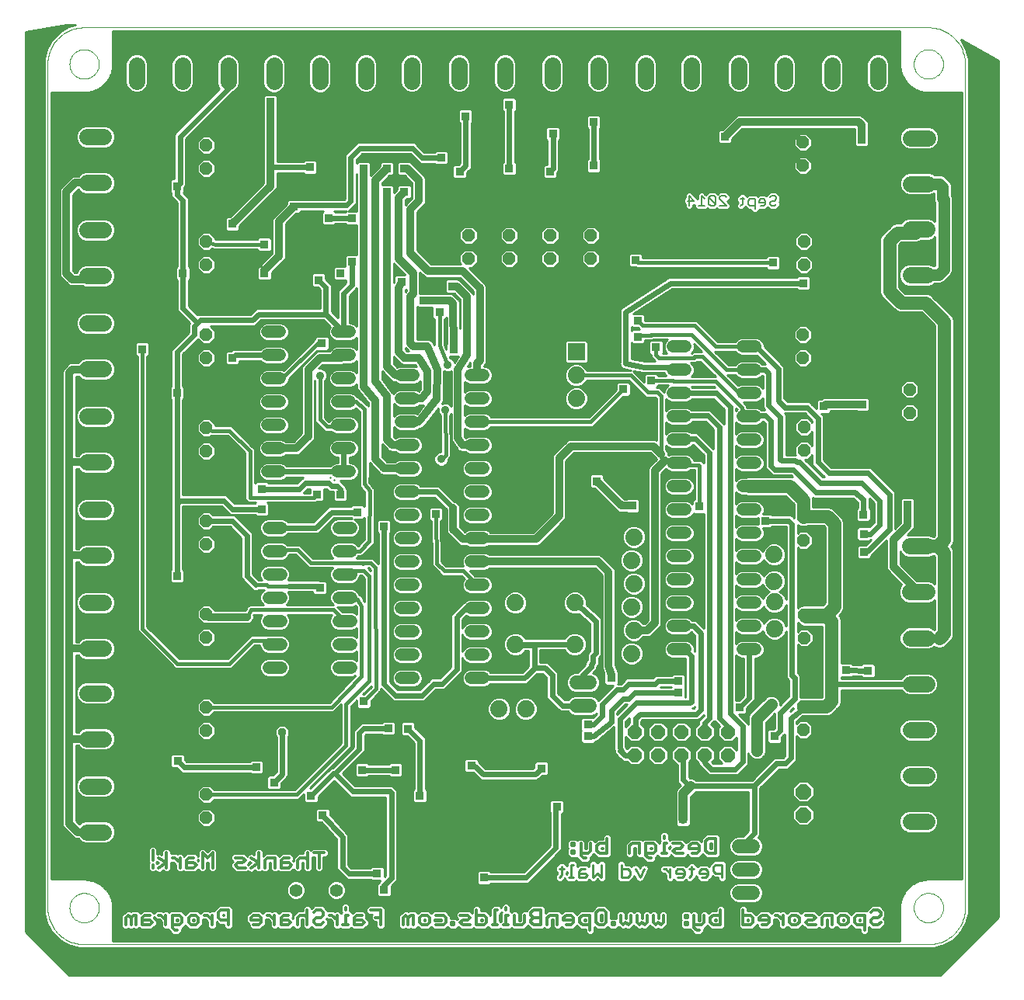
<source format=gbl>
G75*
G70*
%OFA0B0*%
%FSLAX24Y24*%
%IPPOS*%
%LPD*%
%AMOC8*
5,1,8,0,0,1.08239X$1,22.5*
%
%ADD10C,0.0120*%
%ADD11C,0.0110*%
%ADD12C,0.0080*%
%ADD13C,0.0520*%
%ADD14C,0.0740*%
%ADD15R,0.0740X0.0740*%
%ADD16C,0.0000*%
%ADD17C,0.0594*%
%ADD18C,0.0705*%
%ADD19OC8,0.0520*%
%ADD20C,0.0600*%
%ADD21OC8,0.0660*%
%ADD22OC8,0.0600*%
%ADD23C,0.0554*%
%ADD24C,0.0160*%
%ADD25C,0.0320*%
%ADD26C,0.0240*%
%ADD27R,0.0356X0.0356*%
%ADD28C,0.0356*%
%ADD29C,0.0500*%
%ADD30C,0.0560*%
%ADD31C,0.0400*%
%ADD32C,0.0100*%
%ADD33OC8,0.0356*%
D10*
X008135Y003423D02*
X008135Y003744D01*
X008241Y003850D01*
X008348Y003744D01*
X008348Y003423D01*
X008562Y003423D02*
X008562Y003850D01*
X008455Y003850D01*
X008348Y003744D01*
X008834Y003744D02*
X008834Y003423D01*
X009155Y003423D01*
X009261Y003530D01*
X009155Y003637D01*
X008834Y003637D01*
X008834Y003744D02*
X008941Y003850D01*
X009155Y003850D01*
X009524Y003850D02*
X009631Y003850D01*
X009845Y003637D01*
X009845Y003850D02*
X009845Y003423D01*
X010117Y003423D02*
X010438Y003423D01*
X010544Y003530D01*
X010544Y003744D01*
X010438Y003850D01*
X010117Y003850D01*
X010117Y003317D01*
X010224Y003210D01*
X010331Y003210D01*
X010817Y003530D02*
X010817Y003744D01*
X010924Y003850D01*
X011137Y003850D01*
X011244Y003744D01*
X011244Y003530D01*
X011137Y003423D01*
X010924Y003423D01*
X010817Y003530D01*
X011507Y003850D02*
X011614Y003850D01*
X011827Y003637D01*
X011827Y003850D02*
X011827Y003423D01*
X012100Y003744D02*
X012207Y003637D01*
X012527Y003637D01*
X012527Y003423D02*
X012527Y004064D01*
X012207Y004064D01*
X012100Y003957D01*
X012100Y003744D01*
X013500Y003744D02*
X013500Y003637D01*
X013927Y003637D01*
X013927Y003744D02*
X013820Y003850D01*
X013606Y003850D01*
X013500Y003744D01*
X013606Y003423D02*
X013820Y003423D01*
X013927Y003530D01*
X013927Y003744D01*
X014190Y003850D02*
X014296Y003850D01*
X014510Y003637D01*
X014510Y003850D02*
X014510Y003423D01*
X014783Y003423D02*
X014783Y003744D01*
X014889Y003850D01*
X015103Y003850D01*
X015103Y003637D02*
X014783Y003637D01*
X014783Y003423D02*
X015103Y003423D01*
X015210Y003530D01*
X015103Y003637D01*
X015482Y003744D02*
X015482Y003423D01*
X015482Y003744D02*
X015589Y003850D01*
X015803Y003850D01*
X015909Y003744D01*
X016182Y003637D02*
X016182Y003530D01*
X016289Y003423D01*
X016502Y003423D01*
X016609Y003530D01*
X016502Y003744D02*
X016289Y003744D01*
X016182Y003637D01*
X016182Y003957D02*
X016289Y004064D01*
X016502Y004064D01*
X016609Y003957D01*
X016609Y003850D01*
X016502Y003744D01*
X016872Y003850D02*
X016979Y003850D01*
X017192Y003637D01*
X017192Y003850D02*
X017192Y003423D01*
X017445Y003423D02*
X017659Y003423D01*
X017552Y003423D02*
X017552Y003850D01*
X017659Y003850D01*
X017552Y004064D02*
X017552Y004171D01*
X017932Y003744D02*
X017932Y003423D01*
X018252Y003423D01*
X018359Y003530D01*
X018252Y003637D01*
X017932Y003637D01*
X017932Y003744D02*
X018038Y003850D01*
X018252Y003850D01*
X018631Y004064D02*
X019059Y004064D01*
X019059Y003423D01*
X019059Y003744D02*
X018845Y003744D01*
X020031Y003744D02*
X020031Y003423D01*
X020245Y003423D02*
X020245Y003744D01*
X020138Y003850D01*
X020031Y003744D01*
X020245Y003744D02*
X020351Y003850D01*
X020458Y003850D01*
X020458Y003423D01*
X020731Y003530D02*
X020731Y003744D01*
X020838Y003850D01*
X021051Y003850D01*
X021158Y003744D01*
X021158Y003530D01*
X021051Y003423D01*
X020838Y003423D01*
X020731Y003530D01*
X021431Y003423D02*
X021751Y003423D01*
X021858Y003530D01*
X021858Y003744D01*
X021751Y003850D01*
X021431Y003850D01*
X022101Y003530D02*
X022101Y003423D01*
X022208Y003423D01*
X022208Y003530D01*
X022101Y003530D01*
X022480Y003530D02*
X022587Y003637D01*
X022801Y003637D01*
X022907Y003744D01*
X022801Y003850D01*
X022480Y003850D01*
X022480Y003530D02*
X022587Y003423D01*
X022907Y003423D01*
X023180Y003423D02*
X023180Y004064D01*
X023180Y003850D02*
X023500Y003850D01*
X023607Y003744D01*
X023607Y003530D01*
X023500Y003423D01*
X023180Y003423D01*
X023860Y003423D02*
X024074Y003423D01*
X023967Y003423D02*
X023967Y004064D01*
X024074Y004064D01*
X024434Y004064D02*
X024434Y004171D01*
X024434Y003850D02*
X024434Y003423D01*
X024540Y003423D02*
X024327Y003423D01*
X024434Y003850D02*
X024540Y003850D01*
X024813Y003850D02*
X024813Y003423D01*
X025133Y003423D01*
X025240Y003530D01*
X025240Y003850D01*
X025513Y003850D02*
X025620Y003744D01*
X025940Y003744D01*
X026213Y003744D02*
X026213Y003423D01*
X025940Y003423D02*
X025620Y003423D01*
X025513Y003530D01*
X025513Y003637D01*
X025620Y003744D01*
X025513Y003850D02*
X025513Y003957D01*
X025620Y004064D01*
X025940Y004064D01*
X025940Y003423D01*
X026213Y003744D02*
X026319Y003850D01*
X026640Y003850D01*
X026640Y003423D01*
X026912Y003637D02*
X027339Y003637D01*
X027339Y003744D02*
X027233Y003850D01*
X027019Y003850D01*
X026912Y003744D01*
X026912Y003637D01*
X027019Y003423D02*
X027233Y003423D01*
X027339Y003530D01*
X027339Y003744D01*
X027612Y003744D02*
X027612Y003530D01*
X027719Y003423D01*
X028039Y003423D01*
X028039Y003210D02*
X028039Y003850D01*
X027719Y003850D01*
X027612Y003744D01*
X028312Y003530D02*
X028312Y003957D01*
X028419Y004064D01*
X028632Y004064D01*
X028739Y003957D01*
X028739Y003530D01*
X028632Y003423D01*
X028419Y003423D01*
X028312Y003530D01*
X028982Y003530D02*
X028982Y003423D01*
X029089Y003423D01*
X029089Y003530D01*
X028982Y003530D01*
X029362Y003530D02*
X029362Y003850D01*
X029362Y003530D02*
X029468Y003423D01*
X029575Y003530D01*
X029682Y003423D01*
X029789Y003530D01*
X029789Y003850D01*
X030062Y003850D02*
X030062Y003530D01*
X030168Y003423D01*
X030275Y003530D01*
X030382Y003423D01*
X030489Y003530D01*
X030489Y003850D01*
X030761Y003850D02*
X030761Y003530D01*
X030868Y003423D01*
X030975Y003530D01*
X031082Y003423D01*
X031188Y003530D01*
X031188Y003850D01*
X032131Y003850D02*
X032131Y003744D01*
X032238Y003744D01*
X032238Y003850D01*
X032131Y003850D01*
X032131Y003530D02*
X032131Y003423D01*
X032238Y003423D01*
X032238Y003530D01*
X032131Y003530D01*
X032511Y003423D02*
X032831Y003423D01*
X032938Y003530D01*
X032938Y003850D01*
X033211Y003744D02*
X033211Y003530D01*
X033317Y003423D01*
X033638Y003423D01*
X033638Y004064D01*
X033638Y003850D02*
X033317Y003850D01*
X033211Y003744D01*
X032724Y003210D02*
X032618Y003210D01*
X032511Y003317D01*
X032511Y003850D01*
X034610Y003850D02*
X034930Y003850D01*
X035037Y003744D01*
X035037Y003530D01*
X034930Y003423D01*
X034610Y003423D01*
X034610Y004064D01*
X035310Y003744D02*
X035310Y003637D01*
X035737Y003637D01*
X035737Y003744D02*
X035630Y003850D01*
X035417Y003850D01*
X035310Y003744D01*
X035417Y003423D02*
X035630Y003423D01*
X035737Y003530D01*
X035737Y003744D01*
X036000Y003850D02*
X036107Y003850D01*
X036320Y003637D01*
X036320Y003850D02*
X036320Y003423D01*
X036593Y003530D02*
X036593Y003744D01*
X036700Y003850D01*
X036913Y003850D01*
X037020Y003744D01*
X037020Y003530D01*
X036913Y003423D01*
X036700Y003423D01*
X036593Y003530D01*
X037293Y003530D02*
X037400Y003637D01*
X037613Y003637D01*
X037720Y003744D01*
X037613Y003850D01*
X037293Y003850D01*
X037293Y003530D02*
X037400Y003423D01*
X037720Y003423D01*
X037993Y003423D02*
X037993Y003744D01*
X038099Y003850D01*
X038420Y003850D01*
X038420Y003423D01*
X038692Y003530D02*
X038692Y003744D01*
X038799Y003850D01*
X039013Y003850D01*
X039119Y003744D01*
X039119Y003530D01*
X039013Y003423D01*
X038799Y003423D01*
X038692Y003530D01*
X039392Y003530D02*
X039392Y003744D01*
X039499Y003850D01*
X039819Y003850D01*
X039819Y003210D01*
X039819Y003423D02*
X039499Y003423D01*
X039392Y003530D01*
X040092Y003530D02*
X040199Y003423D01*
X040412Y003423D01*
X040519Y003530D01*
X040412Y003744D02*
X040199Y003744D01*
X040092Y003637D01*
X040092Y003530D01*
X040412Y003744D02*
X040519Y003850D01*
X040519Y003957D01*
X040412Y004064D01*
X040199Y004064D01*
X040092Y003957D01*
X033440Y006501D02*
X033119Y006501D01*
X033013Y006608D01*
X033013Y007035D01*
X033119Y007142D01*
X033440Y007142D01*
X033440Y006501D01*
X032740Y006608D02*
X032740Y006822D01*
X032633Y006928D01*
X032420Y006928D01*
X032313Y006822D01*
X032313Y006715D01*
X032740Y006715D01*
X032740Y006608D02*
X032633Y006501D01*
X032420Y006501D01*
X032040Y006501D02*
X031720Y006501D01*
X031613Y006608D01*
X031720Y006715D01*
X031933Y006715D01*
X032040Y006822D01*
X031933Y006928D01*
X031613Y006928D01*
X031340Y006928D02*
X031234Y006928D01*
X031234Y006501D01*
X031340Y006501D02*
X031127Y006501D01*
X030874Y006608D02*
X030767Y006501D01*
X030447Y006501D01*
X030447Y006395D02*
X030447Y006928D01*
X030767Y006928D01*
X030874Y006822D01*
X030874Y006608D01*
X030660Y006288D02*
X030553Y006288D01*
X030447Y006395D01*
X030174Y006501D02*
X030174Y006928D01*
X029854Y006928D01*
X029747Y006822D01*
X029747Y006501D01*
X028774Y006501D02*
X028774Y007142D01*
X028774Y006928D02*
X028454Y006928D01*
X028347Y006822D01*
X028347Y006608D01*
X028454Y006501D01*
X028774Y006501D01*
X028075Y006608D02*
X027968Y006501D01*
X027648Y006501D01*
X027648Y006395D02*
X027754Y006288D01*
X027861Y006288D01*
X027648Y006395D02*
X027648Y006928D01*
X027375Y006928D02*
X027375Y006822D01*
X027268Y006822D01*
X027268Y006928D01*
X027375Y006928D01*
X027375Y006608D02*
X027268Y006608D01*
X027268Y006501D01*
X027375Y006501D01*
X027375Y006608D01*
X028075Y006608D02*
X028075Y006928D01*
X031234Y007142D02*
X031234Y007249D01*
X016632Y006521D02*
X016205Y006521D01*
X016418Y006521D02*
X016418Y005880D01*
X015932Y005880D02*
X015932Y006521D01*
X015825Y006307D02*
X015612Y006307D01*
X015505Y006200D01*
X015505Y005880D01*
X015232Y005987D02*
X015125Y005880D01*
X014805Y005880D01*
X014805Y006200D01*
X014912Y006307D01*
X015125Y006307D01*
X015125Y006094D02*
X014805Y006094D01*
X015125Y006094D02*
X015232Y005987D01*
X015825Y006307D02*
X015932Y006200D01*
X014532Y006307D02*
X014532Y005880D01*
X014105Y005880D02*
X014105Y006200D01*
X014212Y006307D01*
X014532Y006307D01*
X013832Y006094D02*
X013512Y006307D01*
X013249Y006200D02*
X013142Y006307D01*
X012822Y006307D01*
X012929Y006094D02*
X013142Y006094D01*
X013249Y006200D01*
X013249Y005880D02*
X012929Y005880D01*
X012822Y005987D01*
X012929Y006094D01*
X013512Y005880D02*
X013832Y006094D01*
X013832Y005880D02*
X013832Y006521D01*
X011850Y006521D02*
X011850Y005880D01*
X011423Y005880D02*
X011423Y006521D01*
X011636Y006307D01*
X011850Y006521D01*
X011043Y006307D02*
X010830Y006307D01*
X010723Y006200D01*
X010723Y005880D01*
X011043Y005880D01*
X011150Y005987D01*
X011043Y006094D01*
X010723Y006094D01*
X010450Y006094D02*
X010237Y006307D01*
X010130Y006307D01*
X010450Y006307D02*
X010450Y005880D01*
X009867Y005880D02*
X009867Y006521D01*
X009547Y006307D02*
X009867Y006094D01*
X009547Y005880D01*
X009284Y005880D02*
X009284Y005987D01*
X009284Y006200D02*
X009284Y006627D01*
X015909Y004064D02*
X015909Y003423D01*
D11*
X026738Y005468D02*
X026829Y005560D01*
X026829Y005927D01*
X026738Y005835D02*
X026921Y005835D01*
X027234Y006018D02*
X027234Y005468D01*
X027143Y005468D02*
X027326Y005468D01*
X027567Y005468D02*
X027842Y005468D01*
X027934Y005560D01*
X027842Y005651D01*
X027567Y005651D01*
X027567Y005743D02*
X027567Y005468D01*
X027567Y005743D02*
X027659Y005835D01*
X027842Y005835D01*
X028175Y006018D02*
X028175Y005468D01*
X028358Y005651D01*
X028542Y005468D01*
X028542Y006018D01*
X029390Y006018D02*
X029390Y005468D01*
X029665Y005468D01*
X029757Y005560D01*
X029757Y005743D01*
X029665Y005835D01*
X029390Y005835D01*
X029998Y005835D02*
X030181Y005468D01*
X030365Y005835D01*
X031204Y005835D02*
X031295Y005835D01*
X031479Y005651D01*
X031479Y005468D02*
X031479Y005835D01*
X031720Y005743D02*
X031720Y005651D01*
X032087Y005651D01*
X032087Y005560D02*
X032087Y005743D01*
X031995Y005835D01*
X031811Y005835D01*
X031720Y005743D01*
X031811Y005468D02*
X031995Y005468D01*
X032087Y005560D01*
X032308Y005468D02*
X032400Y005560D01*
X032400Y005927D01*
X032492Y005835D02*
X032308Y005835D01*
X032733Y005743D02*
X032733Y005651D01*
X033099Y005651D01*
X033099Y005560D02*
X033099Y005743D01*
X033008Y005835D01*
X032824Y005835D01*
X032733Y005743D01*
X032824Y005468D02*
X033008Y005468D01*
X033099Y005560D01*
X033340Y005743D02*
X033340Y005927D01*
X033432Y006018D01*
X033707Y006018D01*
X033707Y005468D01*
X033707Y005651D02*
X033432Y005651D01*
X033340Y005743D01*
X027326Y006018D02*
X027234Y006018D01*
D12*
X032295Y034308D02*
X032295Y034728D01*
X032505Y034518D01*
X032225Y034518D01*
X032685Y034308D02*
X032965Y034308D01*
X032825Y034308D02*
X032825Y034728D01*
X032965Y034588D01*
X033145Y034658D02*
X033426Y034378D01*
X033356Y034308D01*
X033215Y034308D01*
X033145Y034378D01*
X033145Y034658D01*
X033215Y034728D01*
X033356Y034728D01*
X033426Y034658D01*
X033426Y034378D01*
X033606Y034308D02*
X033886Y034308D01*
X033606Y034588D01*
X033606Y034658D01*
X033676Y034728D01*
X033816Y034728D01*
X033886Y034658D01*
X034513Y034588D02*
X034653Y034588D01*
X034583Y034658D02*
X034583Y034378D01*
X034513Y034308D01*
X034833Y034378D02*
X034833Y034518D01*
X034904Y034588D01*
X035114Y034588D01*
X035114Y034167D01*
X035114Y034308D02*
X034904Y034308D01*
X034833Y034378D01*
X035294Y034448D02*
X035294Y034518D01*
X035364Y034588D01*
X035504Y034588D01*
X035574Y034518D01*
X035574Y034378D01*
X035504Y034308D01*
X035364Y034308D01*
X035294Y034448D02*
X035574Y034448D01*
X035754Y034448D02*
X035824Y034518D01*
X035964Y034518D01*
X036034Y034588D01*
X036034Y034658D01*
X035964Y034728D01*
X035824Y034728D01*
X035754Y034658D01*
X035754Y034448D02*
X035754Y034378D01*
X035824Y034308D01*
X035964Y034308D01*
X036034Y034378D01*
D13*
X035126Y028262D02*
X034606Y028262D01*
X034606Y027262D02*
X035126Y027262D01*
X035126Y026262D02*
X034606Y026262D01*
X034606Y025262D02*
X035126Y025262D01*
X035126Y024262D02*
X034606Y024262D01*
X034606Y023262D02*
X035126Y023262D01*
X035126Y022262D02*
X034606Y022262D01*
X034606Y021262D02*
X035126Y021262D01*
X035126Y020262D02*
X034606Y020262D01*
X034606Y019262D02*
X035126Y019262D01*
X035126Y018262D02*
X034606Y018262D01*
X034606Y017262D02*
X035126Y017262D01*
X035126Y016262D02*
X034606Y016262D01*
X034606Y015262D02*
X035126Y015262D01*
X032126Y015262D02*
X031606Y015262D01*
X031606Y016262D02*
X032126Y016262D01*
X032126Y017262D02*
X031606Y017262D01*
X031606Y018262D02*
X032126Y018262D01*
X032126Y019262D02*
X031606Y019262D01*
X031606Y020262D02*
X032126Y020262D01*
X032126Y021262D02*
X031606Y021262D01*
X031606Y022262D02*
X032126Y022262D01*
X032126Y023262D02*
X031606Y023262D01*
X031606Y024262D02*
X032126Y024262D01*
X032126Y025262D02*
X031606Y025262D01*
X031606Y026262D02*
X032126Y026262D01*
X032126Y027262D02*
X031606Y027262D01*
X031606Y028262D02*
X032126Y028262D01*
X023462Y027026D02*
X022942Y027026D01*
X022942Y026026D02*
X023462Y026026D01*
X023462Y025026D02*
X022942Y025026D01*
X022942Y024026D02*
X023462Y024026D01*
X023462Y023026D02*
X022942Y023026D01*
X022942Y022026D02*
X023462Y022026D01*
X023462Y021026D02*
X022942Y021026D01*
X022942Y020026D02*
X023462Y020026D01*
X023462Y019026D02*
X022942Y019026D01*
X022942Y018026D02*
X023462Y018026D01*
X023462Y017026D02*
X022942Y017026D01*
X022942Y016026D02*
X023462Y016026D01*
X023462Y015026D02*
X022942Y015026D01*
X022942Y014026D02*
X023462Y014026D01*
X020462Y014026D02*
X019942Y014026D01*
X019942Y015026D02*
X020462Y015026D01*
X020462Y016026D02*
X019942Y016026D01*
X019942Y017026D02*
X020462Y017026D01*
X020462Y018026D02*
X019942Y018026D01*
X019942Y019026D02*
X020462Y019026D01*
X020462Y020026D02*
X019942Y020026D01*
X019942Y021026D02*
X020462Y021026D01*
X020462Y022026D02*
X019942Y022026D01*
X019942Y023026D02*
X020462Y023026D01*
X020462Y024026D02*
X019942Y024026D01*
X019942Y025026D02*
X020462Y025026D01*
X020462Y026026D02*
X019942Y026026D01*
X019942Y027026D02*
X020462Y027026D01*
X017732Y026888D02*
X017212Y026888D01*
X017212Y027888D02*
X017732Y027888D01*
X017732Y028888D02*
X017212Y028888D01*
X014732Y028888D02*
X014212Y028888D01*
X014212Y027888D02*
X014732Y027888D01*
X014732Y026888D02*
X014212Y026888D01*
X014212Y025888D02*
X014732Y025888D01*
X014732Y024888D02*
X014212Y024888D01*
X014212Y023888D02*
X014732Y023888D01*
X014732Y022888D02*
X014212Y022888D01*
X014261Y020476D02*
X014781Y020476D01*
X014781Y019476D02*
X014261Y019476D01*
X014261Y018476D02*
X014781Y018476D01*
X014781Y017476D02*
X014261Y017476D01*
X014261Y016476D02*
X014781Y016476D01*
X014781Y015476D02*
X014261Y015476D01*
X014261Y014476D02*
X014781Y014476D01*
X017261Y014476D02*
X017781Y014476D01*
X017781Y015476D02*
X017261Y015476D01*
X017261Y016476D02*
X017781Y016476D01*
X017781Y017476D02*
X017261Y017476D01*
X017261Y018476D02*
X017781Y018476D01*
X017781Y019476D02*
X017261Y019476D01*
X017261Y020476D02*
X017781Y020476D01*
X017732Y022888D02*
X017212Y022888D01*
X017212Y023888D02*
X017732Y023888D01*
X017732Y024888D02*
X017212Y024888D01*
X017212Y025888D02*
X017732Y025888D01*
D14*
X024831Y017257D03*
X024831Y015477D03*
X027391Y015477D03*
X027391Y017257D03*
X029825Y017079D03*
X029925Y016079D03*
X029825Y015079D03*
X029925Y018079D03*
X029825Y019079D03*
X029925Y020079D03*
X035946Y019324D03*
X035946Y018184D03*
X035957Y017291D03*
X035957Y016151D03*
X025286Y012703D03*
X024146Y012703D03*
X027452Y026026D03*
X027452Y027026D03*
D15*
X027452Y028026D03*
D16*
X041933Y040386D02*
X041935Y040436D01*
X041941Y040486D01*
X041951Y040535D01*
X041965Y040583D01*
X041982Y040630D01*
X042003Y040675D01*
X042028Y040719D01*
X042056Y040760D01*
X042088Y040799D01*
X042122Y040836D01*
X042159Y040870D01*
X042199Y040900D01*
X042241Y040927D01*
X042285Y040951D01*
X042331Y040972D01*
X042378Y040988D01*
X042426Y041001D01*
X042476Y041010D01*
X042525Y041015D01*
X042576Y041016D01*
X042626Y041013D01*
X042675Y041006D01*
X042724Y040995D01*
X042772Y040980D01*
X042818Y040962D01*
X042863Y040940D01*
X042906Y040914D01*
X042947Y040885D01*
X042986Y040853D01*
X043022Y040818D01*
X043054Y040780D01*
X043084Y040740D01*
X043111Y040697D01*
X043134Y040653D01*
X043153Y040607D01*
X043169Y040559D01*
X043181Y040510D01*
X043189Y040461D01*
X043193Y040411D01*
X043193Y040361D01*
X043189Y040311D01*
X043181Y040262D01*
X043169Y040213D01*
X043153Y040165D01*
X043134Y040119D01*
X043111Y040075D01*
X043084Y040032D01*
X043054Y039992D01*
X043022Y039954D01*
X042986Y039919D01*
X042947Y039887D01*
X042906Y039858D01*
X042863Y039832D01*
X042818Y039810D01*
X042772Y039792D01*
X042724Y039777D01*
X042675Y039766D01*
X042626Y039759D01*
X042576Y039756D01*
X042525Y039757D01*
X042476Y039762D01*
X042426Y039771D01*
X042378Y039784D01*
X042331Y039800D01*
X042285Y039821D01*
X042241Y039845D01*
X042199Y039872D01*
X042159Y039902D01*
X042122Y039936D01*
X042088Y039973D01*
X042056Y040012D01*
X042028Y040053D01*
X042003Y040097D01*
X041982Y040142D01*
X041965Y040189D01*
X041951Y040237D01*
X041941Y040286D01*
X041935Y040336D01*
X041933Y040386D01*
X042563Y041961D02*
X042640Y041959D01*
X042717Y041953D01*
X042794Y041944D01*
X042870Y041931D01*
X042946Y041914D01*
X043020Y041893D01*
X043094Y041869D01*
X043166Y041841D01*
X043236Y041810D01*
X043305Y041775D01*
X043373Y041737D01*
X043438Y041696D01*
X043501Y041651D01*
X043562Y041603D01*
X043621Y041553D01*
X043677Y041500D01*
X043730Y041444D01*
X043780Y041385D01*
X043828Y041324D01*
X043873Y041261D01*
X043914Y041196D01*
X043952Y041128D01*
X043987Y041059D01*
X044018Y040989D01*
X044046Y040917D01*
X044070Y040843D01*
X044091Y040769D01*
X044108Y040693D01*
X044121Y040617D01*
X044130Y040540D01*
X044136Y040463D01*
X044138Y040386D01*
X044137Y040386D02*
X044137Y004166D01*
X041933Y004166D02*
X041935Y004216D01*
X041941Y004266D01*
X041951Y004315D01*
X041965Y004363D01*
X041982Y004410D01*
X042003Y004455D01*
X042028Y004499D01*
X042056Y004540D01*
X042088Y004579D01*
X042122Y004616D01*
X042159Y004650D01*
X042199Y004680D01*
X042241Y004707D01*
X042285Y004731D01*
X042331Y004752D01*
X042378Y004768D01*
X042426Y004781D01*
X042476Y004790D01*
X042525Y004795D01*
X042576Y004796D01*
X042626Y004793D01*
X042675Y004786D01*
X042724Y004775D01*
X042772Y004760D01*
X042818Y004742D01*
X042863Y004720D01*
X042906Y004694D01*
X042947Y004665D01*
X042986Y004633D01*
X043022Y004598D01*
X043054Y004560D01*
X043084Y004520D01*
X043111Y004477D01*
X043134Y004433D01*
X043153Y004387D01*
X043169Y004339D01*
X043181Y004290D01*
X043189Y004241D01*
X043193Y004191D01*
X043193Y004141D01*
X043189Y004091D01*
X043181Y004042D01*
X043169Y003993D01*
X043153Y003945D01*
X043134Y003899D01*
X043111Y003855D01*
X043084Y003812D01*
X043054Y003772D01*
X043022Y003734D01*
X042986Y003699D01*
X042947Y003667D01*
X042906Y003638D01*
X042863Y003612D01*
X042818Y003590D01*
X042772Y003572D01*
X042724Y003557D01*
X042675Y003546D01*
X042626Y003539D01*
X042576Y003536D01*
X042525Y003537D01*
X042476Y003542D01*
X042426Y003551D01*
X042378Y003564D01*
X042331Y003580D01*
X042285Y003601D01*
X042241Y003625D01*
X042199Y003652D01*
X042159Y003682D01*
X042122Y003716D01*
X042088Y003753D01*
X042056Y003792D01*
X042028Y003833D01*
X042003Y003877D01*
X041982Y003922D01*
X041965Y003969D01*
X041951Y004017D01*
X041941Y004066D01*
X041935Y004116D01*
X041933Y004166D01*
X042563Y002591D02*
X042640Y002593D01*
X042717Y002599D01*
X042794Y002608D01*
X042870Y002621D01*
X042946Y002638D01*
X043020Y002659D01*
X043094Y002683D01*
X043166Y002711D01*
X043236Y002742D01*
X043305Y002777D01*
X043373Y002815D01*
X043438Y002856D01*
X043501Y002901D01*
X043562Y002949D01*
X043621Y002999D01*
X043677Y003052D01*
X043730Y003108D01*
X043780Y003167D01*
X043828Y003228D01*
X043873Y003291D01*
X043914Y003356D01*
X043952Y003424D01*
X043987Y003493D01*
X044018Y003563D01*
X044046Y003635D01*
X044070Y003709D01*
X044091Y003783D01*
X044108Y003859D01*
X044121Y003935D01*
X044130Y004012D01*
X044136Y004089D01*
X044138Y004166D01*
X042563Y002591D02*
X006342Y002591D01*
X005712Y004166D02*
X005714Y004216D01*
X005720Y004266D01*
X005730Y004315D01*
X005744Y004363D01*
X005761Y004410D01*
X005782Y004455D01*
X005807Y004499D01*
X005835Y004540D01*
X005867Y004579D01*
X005901Y004616D01*
X005938Y004650D01*
X005978Y004680D01*
X006020Y004707D01*
X006064Y004731D01*
X006110Y004752D01*
X006157Y004768D01*
X006205Y004781D01*
X006255Y004790D01*
X006304Y004795D01*
X006355Y004796D01*
X006405Y004793D01*
X006454Y004786D01*
X006503Y004775D01*
X006551Y004760D01*
X006597Y004742D01*
X006642Y004720D01*
X006685Y004694D01*
X006726Y004665D01*
X006765Y004633D01*
X006801Y004598D01*
X006833Y004560D01*
X006863Y004520D01*
X006890Y004477D01*
X006913Y004433D01*
X006932Y004387D01*
X006948Y004339D01*
X006960Y004290D01*
X006968Y004241D01*
X006972Y004191D01*
X006972Y004141D01*
X006968Y004091D01*
X006960Y004042D01*
X006948Y003993D01*
X006932Y003945D01*
X006913Y003899D01*
X006890Y003855D01*
X006863Y003812D01*
X006833Y003772D01*
X006801Y003734D01*
X006765Y003699D01*
X006726Y003667D01*
X006685Y003638D01*
X006642Y003612D01*
X006597Y003590D01*
X006551Y003572D01*
X006503Y003557D01*
X006454Y003546D01*
X006405Y003539D01*
X006355Y003536D01*
X006304Y003537D01*
X006255Y003542D01*
X006205Y003551D01*
X006157Y003564D01*
X006110Y003580D01*
X006064Y003601D01*
X006020Y003625D01*
X005978Y003652D01*
X005938Y003682D01*
X005901Y003716D01*
X005867Y003753D01*
X005835Y003792D01*
X005807Y003833D01*
X005782Y003877D01*
X005761Y003922D01*
X005744Y003969D01*
X005730Y004017D01*
X005720Y004066D01*
X005714Y004116D01*
X005712Y004166D01*
X004767Y004166D02*
X004769Y004089D01*
X004775Y004012D01*
X004784Y003935D01*
X004797Y003859D01*
X004814Y003783D01*
X004835Y003709D01*
X004859Y003635D01*
X004887Y003563D01*
X004918Y003493D01*
X004953Y003424D01*
X004991Y003356D01*
X005032Y003291D01*
X005077Y003228D01*
X005125Y003167D01*
X005175Y003108D01*
X005228Y003052D01*
X005284Y002999D01*
X005343Y002949D01*
X005404Y002901D01*
X005467Y002856D01*
X005532Y002815D01*
X005600Y002777D01*
X005669Y002742D01*
X005739Y002711D01*
X005811Y002683D01*
X005885Y002659D01*
X005959Y002638D01*
X006035Y002621D01*
X006111Y002608D01*
X006188Y002599D01*
X006265Y002593D01*
X006342Y002591D01*
X004767Y004166D02*
X004767Y040386D01*
X005712Y040386D02*
X005714Y040436D01*
X005720Y040486D01*
X005730Y040535D01*
X005744Y040583D01*
X005761Y040630D01*
X005782Y040675D01*
X005807Y040719D01*
X005835Y040760D01*
X005867Y040799D01*
X005901Y040836D01*
X005938Y040870D01*
X005978Y040900D01*
X006020Y040927D01*
X006064Y040951D01*
X006110Y040972D01*
X006157Y040988D01*
X006205Y041001D01*
X006255Y041010D01*
X006304Y041015D01*
X006355Y041016D01*
X006405Y041013D01*
X006454Y041006D01*
X006503Y040995D01*
X006551Y040980D01*
X006597Y040962D01*
X006642Y040940D01*
X006685Y040914D01*
X006726Y040885D01*
X006765Y040853D01*
X006801Y040818D01*
X006833Y040780D01*
X006863Y040740D01*
X006890Y040697D01*
X006913Y040653D01*
X006932Y040607D01*
X006948Y040559D01*
X006960Y040510D01*
X006968Y040461D01*
X006972Y040411D01*
X006972Y040361D01*
X006968Y040311D01*
X006960Y040262D01*
X006948Y040213D01*
X006932Y040165D01*
X006913Y040119D01*
X006890Y040075D01*
X006863Y040032D01*
X006833Y039992D01*
X006801Y039954D01*
X006765Y039919D01*
X006726Y039887D01*
X006685Y039858D01*
X006642Y039832D01*
X006597Y039810D01*
X006551Y039792D01*
X006503Y039777D01*
X006454Y039766D01*
X006405Y039759D01*
X006355Y039756D01*
X006304Y039757D01*
X006255Y039762D01*
X006205Y039771D01*
X006157Y039784D01*
X006110Y039800D01*
X006064Y039821D01*
X006020Y039845D01*
X005978Y039872D01*
X005938Y039902D01*
X005901Y039936D01*
X005867Y039973D01*
X005835Y040012D01*
X005807Y040053D01*
X005782Y040097D01*
X005761Y040142D01*
X005744Y040189D01*
X005730Y040237D01*
X005720Y040286D01*
X005714Y040336D01*
X005712Y040386D01*
X004767Y040386D02*
X004769Y040463D01*
X004775Y040540D01*
X004784Y040617D01*
X004797Y040693D01*
X004814Y040769D01*
X004835Y040843D01*
X004859Y040917D01*
X004887Y040989D01*
X004918Y041059D01*
X004953Y041128D01*
X004991Y041196D01*
X005032Y041261D01*
X005077Y041324D01*
X005125Y041385D01*
X005175Y041444D01*
X005228Y041500D01*
X005284Y041553D01*
X005343Y041603D01*
X005404Y041651D01*
X005467Y041696D01*
X005532Y041737D01*
X005600Y041775D01*
X005669Y041810D01*
X005739Y041841D01*
X005811Y041869D01*
X005885Y041893D01*
X005959Y041914D01*
X006035Y041931D01*
X006111Y041944D01*
X006188Y041953D01*
X006265Y041959D01*
X006342Y041961D01*
X042563Y041961D01*
D17*
X028042Y013837D02*
X027449Y013837D01*
X027449Y012837D02*
X028042Y012837D01*
D18*
X041790Y013770D02*
X042495Y013770D01*
X042495Y011802D02*
X041790Y011802D01*
X041781Y009830D02*
X042486Y009830D01*
X042486Y007861D02*
X041781Y007861D01*
X041790Y015739D02*
X042495Y015739D01*
X042481Y017724D02*
X041776Y017724D01*
X041776Y019692D02*
X042481Y019692D01*
X042489Y031327D02*
X041784Y031327D01*
X041784Y033295D02*
X042489Y033295D01*
X042515Y035249D02*
X041810Y035249D01*
X041810Y037218D02*
X042515Y037218D01*
X040394Y039642D02*
X040394Y040347D01*
X038425Y040347D02*
X038425Y039642D01*
X036394Y039642D02*
X036394Y040347D01*
X034425Y040347D02*
X034425Y039642D01*
X032394Y039642D02*
X032394Y040347D01*
X030425Y040347D02*
X030425Y039642D01*
X028394Y039642D02*
X028394Y040347D01*
X026425Y040347D02*
X026425Y039642D01*
X024394Y039642D02*
X024394Y040347D01*
X022425Y040347D02*
X022425Y039642D01*
X020394Y039642D02*
X020394Y040347D01*
X018425Y040347D02*
X018425Y039642D01*
X016452Y039635D02*
X016452Y040340D01*
X014484Y040340D02*
X014484Y039635D01*
X012515Y039635D02*
X012515Y040340D01*
X010559Y040347D02*
X010559Y039642D01*
X008591Y039642D02*
X008591Y040347D01*
X007180Y037260D02*
X006475Y037260D01*
X006475Y035292D02*
X007180Y035292D01*
X007180Y033260D02*
X006475Y033260D01*
X006475Y031292D02*
X007180Y031292D01*
X007180Y029260D02*
X006475Y029260D01*
X006475Y027292D02*
X007180Y027292D01*
X007180Y025260D02*
X006475Y025260D01*
X006475Y023292D02*
X007180Y023292D01*
X007180Y021260D02*
X006475Y021260D01*
X006475Y019292D02*
X007180Y019292D01*
X007180Y017260D02*
X006475Y017260D01*
X006475Y015292D02*
X007180Y015292D01*
X007180Y013385D02*
X006475Y013385D01*
X006475Y011417D02*
X007180Y011417D01*
X007180Y009385D02*
X006475Y009385D01*
X006475Y007417D02*
X007180Y007417D01*
D19*
X011577Y008026D03*
X011577Y009026D03*
X011577Y011776D03*
X011577Y012776D03*
X011577Y015776D03*
X011577Y016776D03*
X011577Y019776D03*
X011577Y020776D03*
X011577Y023776D03*
X011577Y024776D03*
X011577Y027776D03*
X011577Y028776D03*
X011577Y031776D03*
X011577Y032776D03*
X011577Y035901D03*
X011577Y036901D03*
X022827Y033026D03*
X022827Y032026D03*
X024577Y032026D03*
X024577Y033026D03*
X026327Y033026D03*
X026327Y032026D03*
X028077Y032026D03*
X028077Y033026D03*
X037218Y032776D03*
X037218Y031776D03*
X037177Y028764D03*
X037177Y027764D03*
X037219Y024801D03*
X037219Y023801D03*
X037201Y020932D03*
X037201Y019932D03*
X037240Y016748D03*
X037240Y015748D03*
X037189Y012799D03*
X037189Y011799D03*
X041756Y025419D03*
X041756Y026419D03*
X037180Y036022D03*
X037180Y037022D03*
D20*
X035040Y006808D02*
X034440Y006808D01*
X034440Y005808D02*
X035040Y005808D01*
X035040Y004808D02*
X034440Y004808D01*
D21*
X037202Y008151D03*
X037202Y009151D03*
D22*
X033959Y010718D03*
X032959Y010718D03*
X031959Y010718D03*
X030959Y010718D03*
X029959Y010718D03*
X029959Y011718D03*
X030959Y011718D03*
X031959Y011718D03*
X032959Y011718D03*
X033959Y011718D03*
D23*
X017156Y004919D03*
X015423Y004919D03*
D24*
X015452Y009026D02*
X011577Y009026D01*
X015452Y009026D02*
X017577Y011151D01*
X017577Y012901D01*
X018577Y013901D01*
X018577Y018401D01*
X018327Y018651D01*
X017695Y018651D01*
X017521Y018476D01*
X017783Y018965D02*
X017776Y018971D01*
X018627Y018971D01*
X018839Y018759D01*
X018859Y013569D01*
X018342Y013022D01*
X018243Y014116D02*
X018243Y017116D01*
X018077Y017401D01*
X017596Y017401D01*
X017521Y017476D01*
X017020Y016956D02*
X017521Y016476D01*
X017020Y016956D02*
X013501Y016956D01*
X013327Y016651D01*
X013577Y015651D02*
X014346Y015651D01*
X014521Y015476D01*
X013577Y015651D02*
X012577Y014651D01*
X010327Y014651D01*
X008827Y016151D01*
X008827Y028151D01*
X011577Y024776D02*
X011827Y024651D01*
X012577Y024651D01*
X013452Y023776D01*
X013452Y021776D01*
X016202Y021776D01*
X016327Y021901D01*
X018369Y022354D02*
X018378Y022911D01*
X018376Y023215D01*
X018376Y025571D01*
X018376Y025556D01*
X018378Y025554D01*
X018376Y025571D02*
X018011Y025897D01*
X017827Y025901D01*
X017472Y024888D02*
X017413Y024829D01*
X016756Y024829D01*
X016456Y025129D01*
X016456Y027018D01*
X016546Y028393D02*
X016497Y028443D01*
X016391Y028443D01*
X014836Y026888D01*
X014472Y026888D01*
X018369Y022354D02*
X018584Y022072D01*
X018577Y019901D01*
X018153Y019476D01*
X017521Y019476D01*
X017776Y018971D02*
X016061Y018971D01*
X015495Y019537D01*
X014582Y019537D01*
X014521Y019476D01*
X014167Y018026D02*
X013702Y018026D01*
X014167Y018026D02*
X014215Y017978D01*
X015122Y017978D01*
X017783Y018965D02*
X018288Y018965D01*
X018301Y018951D01*
X021465Y018949D02*
X021432Y021068D01*
X021465Y018949D02*
X021793Y018621D01*
X022600Y018628D01*
X023202Y018026D01*
X018243Y014116D02*
X016952Y012776D01*
X011577Y012776D01*
X011577Y020776D02*
X011452Y020776D01*
X021655Y023425D02*
X021849Y023619D01*
X021829Y025543D01*
X023202Y025026D02*
X028080Y025026D01*
X029475Y026421D01*
X029786Y027026D02*
X030517Y026295D01*
X030934Y026295D01*
X031101Y026128D01*
X031101Y023637D01*
X031101Y023504D01*
X031249Y023356D01*
X031304Y023301D01*
X031827Y023301D01*
X031866Y023262D01*
X031954Y023174D01*
X032709Y023174D01*
X032734Y023149D01*
X032734Y021387D01*
X034866Y025262D02*
X034570Y025558D01*
X034570Y025635D01*
X033511Y026694D01*
X033506Y026694D01*
X033442Y026758D01*
X031628Y026758D01*
X031588Y026798D01*
X030666Y026798D01*
X029786Y027026D02*
X027452Y027026D01*
X030105Y028686D02*
X030168Y028749D01*
X030655Y028749D01*
X030679Y028774D01*
X032394Y028774D01*
X032933Y028236D01*
X032933Y028236D01*
X033906Y027262D01*
X034866Y027262D01*
X034866Y028262D02*
X033437Y028262D01*
X032543Y029155D01*
X030293Y029155D01*
X030083Y029365D01*
X030873Y028224D02*
X030870Y028221D01*
X030870Y027898D01*
X030997Y027771D01*
X030997Y027769D01*
X032483Y027769D01*
X032544Y027830D01*
X032866Y027830D01*
X034434Y026262D01*
X034866Y026262D01*
X030885Y028212D02*
X030873Y028224D01*
X030105Y031861D02*
X029991Y031976D01*
X030105Y031861D02*
X035889Y031861D01*
X021581Y029743D02*
X021581Y028291D01*
X021944Y027479D01*
X014077Y032651D02*
X011952Y032651D01*
X011577Y032776D01*
D25*
X012702Y033526D02*
X014327Y035151D01*
X014327Y035939D01*
X014327Y038776D01*
X018327Y035901D02*
X018327Y026526D01*
X018828Y025944D01*
X018837Y023424D01*
X019202Y023026D01*
X020202Y023026D01*
X020202Y024026D02*
X019577Y024026D01*
X019341Y024264D01*
X019327Y026125D01*
X018827Y026776D01*
X018827Y035401D01*
X019327Y035901D01*
X020077Y035901D02*
X020202Y035901D01*
X020702Y035401D01*
X020702Y034526D01*
X020327Y034151D01*
X020327Y032276D01*
X021100Y031503D01*
X022575Y031503D01*
X023319Y030759D01*
X023319Y027667D01*
X023202Y027550D01*
X023202Y027026D01*
X022379Y027260D02*
X022760Y027888D01*
X022760Y030406D01*
X022329Y030837D01*
X022139Y030837D01*
X022126Y030849D01*
X022044Y030234D02*
X022171Y030107D01*
X022187Y028137D01*
X022379Y027260D02*
X022379Y024331D01*
X022577Y024026D01*
X023202Y024026D01*
X021473Y026013D02*
X021486Y027276D01*
X021077Y028276D01*
X020452Y028276D01*
X020327Y028401D01*
X020327Y030401D01*
X020452Y030526D01*
X020452Y031401D01*
X019827Y032026D01*
X019827Y034651D01*
X020077Y034901D01*
X019327Y034901D02*
X019327Y027401D01*
X019702Y027026D01*
X020202Y027026D01*
X020077Y027776D02*
X019827Y028026D01*
X019827Y030776D01*
X019952Y031026D01*
X020890Y030234D02*
X022044Y030234D01*
X020702Y027776D02*
X020077Y027776D01*
X020702Y027776D02*
X021049Y027212D01*
X021049Y026337D01*
X020827Y026026D01*
X020202Y026026D01*
X020202Y025026D02*
X020702Y025026D01*
X021473Y026013D01*
X017472Y027888D02*
X017360Y027776D01*
X016452Y027776D01*
X015952Y027276D01*
X015952Y024401D01*
X015439Y023888D01*
X014472Y023888D01*
X013327Y016651D02*
X011702Y016651D01*
X011577Y016776D01*
X006827Y015292D02*
X005718Y015292D01*
X005702Y015276D01*
X005702Y019276D01*
X005718Y019292D01*
X006827Y019292D01*
X005702Y019276D02*
X005702Y023276D01*
X005718Y023292D01*
X006827Y023292D01*
X005702Y023276D02*
X005702Y027151D01*
X005827Y027276D01*
X006812Y027276D01*
X006827Y027292D01*
X006687Y031151D02*
X005827Y031151D01*
X005577Y031401D01*
X005577Y034901D01*
X005968Y035292D01*
X006827Y035292D01*
X006827Y031292D02*
X006687Y031151D01*
X014077Y031401D02*
X014077Y031526D01*
X014702Y032151D01*
X014702Y033651D01*
X015327Y034276D01*
X026714Y023465D02*
X027230Y023981D01*
X030757Y023981D01*
X031101Y023637D01*
X031249Y023356D02*
X030821Y022928D01*
X030821Y016399D01*
X030501Y016079D01*
X029925Y016079D01*
X028845Y014548D02*
X028845Y018569D01*
X028381Y019032D01*
X023209Y019032D01*
X023202Y019026D01*
X022583Y019996D02*
X022173Y020406D01*
X022173Y021321D01*
X022583Y019996D02*
X025720Y019996D01*
X026714Y020991D01*
X026714Y023465D01*
X028329Y022486D02*
X029395Y021421D01*
X029858Y021421D01*
X028845Y014548D02*
X028978Y014165D01*
X028972Y014046D01*
X041060Y018793D02*
X042129Y017724D01*
X041060Y018793D02*
X041060Y019970D01*
X041658Y020568D01*
X041658Y021458D01*
X039726Y025777D02*
X038158Y025777D01*
X038067Y025687D01*
X039702Y037151D02*
X039702Y037776D01*
X039577Y037901D01*
X034452Y037901D01*
X033827Y037276D01*
X006827Y011417D02*
X005718Y011417D01*
X005702Y011401D01*
X005702Y015276D01*
X005702Y011401D02*
X005702Y007776D01*
X006062Y007417D01*
X006827Y007417D01*
D26*
X010349Y010475D02*
X010621Y010203D01*
X013738Y010203D01*
X014482Y009546D02*
X014832Y009896D01*
X014832Y011700D01*
X017028Y009933D02*
X016078Y008984D01*
X016580Y008136D02*
X017429Y007208D01*
X017429Y005907D01*
X017703Y005633D01*
X018906Y005633D01*
X019209Y005137D02*
X019517Y005445D01*
X019517Y009104D01*
X019457Y009164D01*
X017863Y009164D01*
X017093Y009933D01*
X017028Y009933D01*
X017093Y009933D02*
X018134Y010975D01*
X018134Y011659D01*
X018341Y011866D01*
X019382Y011866D01*
X020232Y011853D02*
X020740Y011345D01*
X020740Y008978D01*
X019683Y010086D02*
X018322Y010086D01*
X018258Y010084D01*
X019702Y013276D02*
X020827Y013276D01*
X021327Y013776D01*
X021702Y013776D01*
X022327Y014401D01*
X022327Y016651D01*
X022702Y017026D01*
X023202Y017026D01*
X024831Y015477D02*
X027391Y015477D01*
X028172Y014976D02*
X028295Y015099D01*
X028295Y016478D01*
X027391Y017257D01*
X025553Y015451D02*
X024982Y015451D01*
X024831Y015477D01*
X025553Y015451D02*
X025649Y015356D01*
X025649Y014449D01*
X025668Y014469D01*
X026112Y014469D01*
X026421Y014159D01*
X026421Y013273D01*
X026857Y012837D01*
X027746Y012837D01*
X028577Y012901D02*
X028577Y012401D01*
X028202Y012026D01*
X027952Y012026D01*
X027952Y011526D02*
X028202Y011526D01*
X028952Y012151D01*
X028952Y012651D01*
X029452Y013151D01*
X029702Y013151D01*
X029952Y013401D01*
X031827Y013401D01*
X031827Y013901D02*
X030952Y013901D01*
X030827Y013776D01*
X029702Y013776D01*
X029452Y013526D01*
X029202Y013526D01*
X028577Y012901D01*
X029327Y012258D02*
X029327Y011026D01*
X029435Y010793D01*
X029335Y010918D01*
X029550Y010703D01*
X029943Y010703D01*
X029959Y010718D01*
X029959Y011718D02*
X029992Y011751D01*
X029992Y012290D01*
X030182Y012481D01*
X032604Y012481D01*
X032795Y012671D01*
X032795Y015952D01*
X032485Y016262D01*
X031866Y016262D01*
X031866Y015262D02*
X032102Y015262D01*
X032390Y014974D01*
X032390Y013005D01*
X032342Y012958D01*
X030027Y012958D01*
X029327Y012258D01*
X028952Y014026D02*
X028952Y014151D01*
X028972Y014046D01*
X028091Y014510D02*
X028091Y014614D01*
X028172Y014696D01*
X028172Y014976D01*
X028091Y014510D02*
X027746Y014164D01*
X027746Y013837D01*
X025649Y014449D02*
X025226Y014026D01*
X023202Y014026D01*
X019702Y013276D02*
X019202Y013776D01*
X019202Y020526D01*
X018077Y021151D02*
X016952Y021151D01*
X016278Y020476D01*
X014521Y020476D01*
X013952Y021276D02*
X012702Y021276D01*
X012327Y021651D01*
X010452Y021651D01*
X010327Y021526D01*
X010327Y026276D01*
X010327Y028026D01*
X011077Y028776D01*
X011077Y029151D01*
X011202Y029276D01*
X010577Y029901D01*
X010577Y031401D01*
X010577Y034526D01*
X010327Y034776D01*
X010327Y035151D01*
X010452Y035276D01*
X010452Y037276D01*
X012515Y039339D01*
X012515Y039988D01*
X014345Y035956D02*
X014327Y035939D01*
X014345Y035956D02*
X016028Y035956D01*
X015379Y034328D02*
X015327Y034276D01*
X015379Y034328D02*
X017598Y034328D01*
X017772Y034501D01*
X017772Y036381D01*
X018167Y036777D01*
X020419Y036777D01*
X020828Y036368D01*
X021663Y036368D01*
X022452Y035776D02*
X022702Y036026D01*
X022702Y038151D01*
X024577Y038651D02*
X024577Y035901D01*
X026327Y035776D02*
X026452Y035901D01*
X026452Y037401D01*
X028202Y037901D02*
X028202Y036026D01*
X031484Y030983D02*
X029568Y029748D01*
X029568Y027532D01*
X030374Y027382D01*
X031745Y027382D01*
X031866Y027262D01*
X031870Y026266D02*
X031866Y026262D01*
X031870Y026266D02*
X033449Y026266D01*
X034051Y025664D01*
X034051Y012504D01*
X034583Y011971D01*
X034583Y010425D01*
X034274Y010115D01*
X033243Y010115D01*
X032959Y010400D01*
X032959Y010718D01*
X032038Y010639D02*
X032038Y009656D01*
X032296Y009399D01*
X032366Y009399D01*
X035088Y009399D01*
X036047Y010358D01*
X036419Y010358D01*
X036648Y010587D01*
X036648Y012298D01*
X037224Y012749D01*
X037139Y012749D01*
X037189Y012799D01*
X036827Y013151D02*
X036827Y014026D01*
X036702Y014151D01*
X036702Y020651D01*
X036577Y020776D01*
X035577Y020776D01*
X035960Y022983D02*
X035801Y023142D01*
X035801Y025070D01*
X035572Y025299D01*
X034903Y025299D01*
X034866Y025262D01*
X035711Y025736D02*
X035711Y027118D01*
X035572Y027257D01*
X034870Y027257D01*
X034866Y027262D01*
X034917Y028211D02*
X034866Y028262D01*
X034917Y028211D02*
X035227Y028211D01*
X036130Y027308D01*
X036130Y025924D01*
X036412Y025643D01*
X037356Y025643D01*
X037819Y025180D01*
X037819Y023291D01*
X038286Y022823D01*
X039976Y022823D01*
X040881Y021919D01*
X040881Y020408D01*
X039907Y019433D01*
X039797Y019433D01*
X039787Y020219D02*
X040076Y020219D01*
X040473Y020616D01*
X040473Y021630D01*
X039688Y022416D01*
X037918Y022416D01*
X037043Y023291D01*
X036924Y023291D01*
X036845Y023370D01*
X036248Y023370D01*
X036208Y023410D01*
X036208Y025239D01*
X035711Y025736D01*
X033595Y024801D02*
X033097Y025299D01*
X031903Y025299D01*
X031866Y025262D01*
X031909Y024305D02*
X031866Y024262D01*
X031909Y024305D02*
X032560Y024305D01*
X033166Y023698D01*
X033166Y012315D01*
X032959Y012108D01*
X032959Y011718D01*
X033595Y012314D02*
X033595Y024801D01*
X035960Y022983D02*
X036755Y022983D01*
X037739Y021998D01*
X039409Y021998D01*
X039770Y021701D01*
X039775Y021053D01*
X034866Y015262D02*
X034866Y013170D01*
X034465Y012769D01*
X033959Y011949D02*
X033595Y012314D01*
X033959Y011949D02*
X033959Y011718D01*
X035952Y011526D02*
X036202Y011776D01*
X036202Y012526D01*
X036827Y013151D01*
X038409Y013844D02*
X038483Y013770D01*
X042143Y013770D01*
X039972Y014352D02*
X039058Y014375D01*
X039038Y014365D01*
X035088Y009399D02*
X035088Y007366D01*
X034534Y006813D01*
X034740Y006808D01*
X032038Y010639D02*
X031959Y010718D01*
X026615Y008511D02*
X026568Y008463D01*
X026568Y006742D01*
X025287Y005462D01*
X023505Y005462D01*
X019209Y005137D02*
X019209Y004938D01*
X023452Y009901D02*
X025702Y009901D01*
X025952Y010151D01*
X023452Y009901D02*
X023077Y010276D01*
X022952Y010276D01*
X016452Y017901D02*
X016375Y017978D01*
X015122Y017978D01*
X013702Y018026D02*
X013327Y018401D01*
X013327Y020151D01*
X012702Y020776D01*
X011577Y020776D01*
X010327Y021526D02*
X010327Y018401D01*
X013952Y022151D02*
X015577Y022151D01*
X015827Y022401D01*
X016827Y022401D01*
X016952Y022276D01*
X017202Y022276D01*
X017327Y022151D01*
X017327Y021901D01*
X017472Y022888D02*
X017472Y023888D01*
X017472Y022888D02*
X014472Y022888D01*
X014472Y027888D02*
X012814Y027888D01*
X012702Y027776D01*
X013577Y029401D02*
X011327Y029401D01*
X011202Y029276D01*
X013577Y029401D02*
X013827Y029651D01*
X016709Y029651D01*
X016709Y030809D01*
X016403Y031115D01*
X017472Y030546D02*
X017472Y028888D01*
X016709Y029651D01*
X017472Y030546D02*
X017827Y030901D01*
X017827Y031901D01*
X017827Y033776D02*
X016827Y033776D01*
X020202Y022026D02*
X021468Y022026D01*
X022173Y021321D01*
X022173Y020347D01*
X022476Y020043D01*
X023185Y020043D01*
X023202Y020026D01*
X031484Y030983D02*
X037184Y030983D01*
D27*
X037184Y030983D03*
X035889Y031861D03*
X030873Y028224D03*
X030105Y028686D03*
X030083Y029365D03*
X030666Y026798D03*
X029475Y026421D03*
X028329Y022486D03*
X029858Y021421D03*
X032734Y021387D03*
X035577Y020776D03*
X039775Y021053D03*
X039787Y020219D03*
X039797Y019433D03*
X041658Y021458D03*
X039726Y025777D03*
X038067Y025687D03*
X029991Y031976D03*
X026327Y035776D03*
X024577Y035901D03*
X022452Y035776D03*
X021663Y036368D03*
X020077Y035901D03*
X019327Y035901D03*
X018327Y035901D03*
X019327Y034901D03*
X020077Y034901D03*
X017827Y033776D03*
X016827Y033776D03*
X015327Y034276D03*
X016028Y035956D03*
X014327Y038776D03*
X010327Y035151D03*
X012702Y033526D03*
X014077Y032651D03*
X014077Y031401D03*
X016403Y031115D03*
X017327Y031401D03*
X017827Y031901D03*
X019952Y031026D03*
X020890Y030234D03*
X021581Y029743D03*
X022126Y030849D03*
X022187Y028137D03*
X016546Y028393D03*
X012702Y027776D03*
X010327Y026276D03*
X008827Y028151D03*
X010577Y031401D03*
X013952Y022151D03*
X013952Y021276D03*
X016327Y021901D03*
X017327Y021901D03*
X018077Y021151D03*
X019202Y020526D03*
X021432Y021068D03*
X016452Y017901D03*
X018342Y013022D03*
X019382Y011866D03*
X020232Y011853D03*
X019683Y010086D03*
X018258Y010084D03*
X016078Y008984D03*
X016580Y008136D03*
X014482Y009546D03*
X013738Y010203D03*
X010349Y010475D03*
X010327Y018401D03*
X020740Y008978D03*
X022952Y010276D03*
X025952Y010151D03*
X026615Y008511D03*
X023505Y005462D03*
X019209Y004938D03*
X018906Y005633D03*
X027952Y011526D03*
X027952Y012026D03*
X028952Y014026D03*
X031827Y013901D03*
X031827Y013401D03*
X034465Y012769D03*
X035827Y012901D03*
X035952Y011526D03*
X035202Y010901D03*
X032044Y007959D03*
X039038Y014365D03*
X039972Y014352D03*
X028202Y036026D03*
X026452Y037401D03*
X028202Y037901D03*
X024577Y038651D03*
X022702Y038151D03*
X033827Y037276D03*
X039702Y037151D03*
D28*
X021944Y027479D03*
X021829Y025543D03*
X021655Y023425D03*
X016456Y027018D03*
D29*
X035202Y012276D02*
X035202Y010901D01*
X035202Y012276D02*
X035827Y012901D01*
X042137Y031327D02*
X042160Y031350D01*
X042997Y031350D01*
X043221Y031574D01*
X043221Y034573D01*
X043174Y034621D01*
X043174Y035114D01*
X043038Y035249D01*
X042162Y035249D01*
D30*
X042137Y033295D02*
X041991Y033150D01*
X041230Y033150D01*
X040886Y032806D01*
X040886Y030644D01*
X041387Y030143D01*
X042432Y030143D01*
X043246Y029329D01*
X043246Y019972D01*
X042966Y019692D01*
X042129Y019692D01*
X042954Y019692D01*
X043234Y019412D01*
X043234Y015928D01*
X043031Y015725D01*
X042156Y015725D02*
X042143Y015739D01*
X038409Y016457D02*
X038409Y013844D01*
X038409Y013049D01*
X038158Y012799D01*
X037189Y012799D01*
X038409Y016457D02*
X038209Y016657D01*
X037284Y016657D01*
X037240Y016748D01*
X038185Y016748D01*
X038524Y017087D01*
X038524Y020666D01*
X038223Y020966D01*
X037236Y020966D01*
X037201Y020932D01*
X037201Y021673D01*
X036613Y022262D01*
X034866Y022262D01*
D31*
X032366Y009399D02*
X032044Y009076D01*
X032044Y007959D01*
D32*
X003827Y003151D02*
X003827Y041776D01*
X005555Y042066D01*
X005949Y042066D01*
X005676Y041993D01*
X005283Y041766D01*
X004962Y041445D01*
X004735Y041052D01*
X004735Y041052D01*
X004617Y040613D01*
X004617Y040448D01*
X004617Y003939D01*
X004735Y003500D01*
X004735Y003500D01*
X004962Y003107D01*
X004962Y003107D01*
X005283Y002785D01*
X005676Y002558D01*
X006115Y002441D01*
X042790Y002441D01*
X043228Y002558D01*
X043622Y002785D01*
X043943Y003107D01*
X044170Y003500D01*
X044287Y003939D01*
X044287Y040613D01*
X044170Y041052D01*
X043952Y041429D01*
X045577Y040526D01*
X045577Y003776D01*
X043077Y001276D01*
X005702Y001276D01*
X003827Y003151D01*
X003827Y003186D02*
X004916Y003186D01*
X004859Y003284D02*
X003827Y003284D01*
X003827Y003383D02*
X004803Y003383D01*
X004746Y003481D02*
X003827Y003481D01*
X003827Y003580D02*
X004714Y003580D01*
X004687Y003678D02*
X003827Y003678D01*
X003827Y003777D02*
X004661Y003777D01*
X004634Y003875D02*
X003827Y003875D01*
X003827Y003974D02*
X004617Y003974D01*
X004617Y004072D02*
X003827Y004072D01*
X003827Y004171D02*
X004617Y004171D01*
X004617Y004269D02*
X003827Y004269D01*
X003827Y004368D02*
X004617Y004368D01*
X004617Y004466D02*
X003827Y004466D01*
X003827Y004565D02*
X004617Y004565D01*
X004617Y004663D02*
X003827Y004663D01*
X003827Y004762D02*
X004617Y004762D01*
X004617Y004860D02*
X003827Y004860D01*
X003827Y004959D02*
X004617Y004959D01*
X004617Y005057D02*
X003827Y005057D01*
X003827Y005156D02*
X004617Y005156D01*
X004617Y005254D02*
X003827Y005254D01*
X003827Y005353D02*
X004617Y005353D01*
X004617Y005451D02*
X003827Y005451D01*
X003827Y005550D02*
X004617Y005550D01*
X004617Y005648D02*
X003827Y005648D01*
X003827Y005747D02*
X004617Y005747D01*
X004617Y005845D02*
X003827Y005845D01*
X003827Y005944D02*
X004617Y005944D01*
X004617Y006042D02*
X003827Y006042D01*
X003827Y006141D02*
X004617Y006141D01*
X004617Y006239D02*
X003827Y006239D01*
X003827Y006338D02*
X004617Y006338D01*
X004617Y006436D02*
X003827Y006436D01*
X003827Y006535D02*
X004617Y006535D01*
X004617Y006633D02*
X003827Y006633D01*
X003827Y006732D02*
X004617Y006732D01*
X004617Y006830D02*
X003827Y006830D01*
X003827Y006929D02*
X004617Y006929D01*
X004617Y007027D02*
X003827Y007027D01*
X003827Y007126D02*
X004617Y007126D01*
X004617Y007224D02*
X003827Y007224D01*
X003827Y007323D02*
X004617Y007323D01*
X004617Y007421D02*
X003827Y007421D01*
X003827Y007520D02*
X004617Y007520D01*
X004617Y007618D02*
X003827Y007618D01*
X003827Y007717D02*
X004617Y007717D01*
X004617Y007815D02*
X003827Y007815D01*
X003827Y007914D02*
X004617Y007914D01*
X004617Y008012D02*
X003827Y008012D01*
X003827Y008111D02*
X004617Y008111D01*
X004617Y008209D02*
X003827Y008209D01*
X003827Y008308D02*
X004617Y008308D01*
X004617Y008406D02*
X003827Y008406D01*
X003827Y008505D02*
X004617Y008505D01*
X004617Y008603D02*
X003827Y008603D01*
X003827Y008702D02*
X004617Y008702D01*
X004617Y008800D02*
X003827Y008800D01*
X003827Y008899D02*
X004617Y008899D01*
X004617Y008997D02*
X003827Y008997D01*
X003827Y009096D02*
X004617Y009096D01*
X004617Y009194D02*
X003827Y009194D01*
X003827Y009293D02*
X004617Y009293D01*
X004617Y009391D02*
X003827Y009391D01*
X003827Y009490D02*
X004617Y009490D01*
X004617Y009588D02*
X003827Y009588D01*
X003827Y009687D02*
X004617Y009687D01*
X004617Y009785D02*
X003827Y009785D01*
X003827Y009884D02*
X004617Y009884D01*
X004617Y009982D02*
X003827Y009982D01*
X003827Y010081D02*
X004617Y010081D01*
X004617Y010179D02*
X003827Y010179D01*
X003827Y010278D02*
X004617Y010278D01*
X004617Y010376D02*
X003827Y010376D01*
X003827Y010475D02*
X004617Y010475D01*
X004617Y010573D02*
X003827Y010573D01*
X003827Y010672D02*
X004617Y010672D01*
X004617Y010770D02*
X003827Y010770D01*
X003827Y010869D02*
X004617Y010869D01*
X004617Y010967D02*
X003827Y010967D01*
X003827Y011066D02*
X004617Y011066D01*
X004617Y011164D02*
X003827Y011164D01*
X003827Y011263D02*
X004617Y011263D01*
X004617Y011361D02*
X003827Y011361D01*
X003827Y011460D02*
X004617Y011460D01*
X004617Y011558D02*
X003827Y011558D01*
X003827Y011657D02*
X004617Y011657D01*
X004617Y011755D02*
X003827Y011755D01*
X003827Y011854D02*
X004617Y011854D01*
X004617Y011952D02*
X003827Y011952D01*
X003827Y012051D02*
X004617Y012051D01*
X004617Y012149D02*
X003827Y012149D01*
X003827Y012248D02*
X004617Y012248D01*
X004617Y012346D02*
X003827Y012346D01*
X003827Y012445D02*
X004617Y012445D01*
X004617Y012543D02*
X003827Y012543D01*
X003827Y012642D02*
X004617Y012642D01*
X004617Y012740D02*
X003827Y012740D01*
X003827Y012839D02*
X004617Y012839D01*
X004617Y012937D02*
X003827Y012937D01*
X003827Y013036D02*
X004617Y013036D01*
X004617Y013134D02*
X003827Y013134D01*
X003827Y013233D02*
X004617Y013233D01*
X004617Y013331D02*
X003827Y013331D01*
X003827Y013430D02*
X004617Y013430D01*
X004617Y013528D02*
X003827Y013528D01*
X003827Y013627D02*
X004617Y013627D01*
X004617Y013725D02*
X003827Y013725D01*
X003827Y013824D02*
X004617Y013824D01*
X004617Y013922D02*
X003827Y013922D01*
X003827Y014021D02*
X004617Y014021D01*
X004617Y014119D02*
X003827Y014119D01*
X003827Y014218D02*
X004617Y014218D01*
X004617Y014316D02*
X003827Y014316D01*
X003827Y014415D02*
X004617Y014415D01*
X004617Y014513D02*
X003827Y014513D01*
X003827Y014612D02*
X004617Y014612D01*
X004617Y014710D02*
X003827Y014710D01*
X003827Y014809D02*
X004617Y014809D01*
X004617Y014907D02*
X003827Y014907D01*
X003827Y015006D02*
X004617Y015006D01*
X004617Y015104D02*
X003827Y015104D01*
X003827Y015203D02*
X004617Y015203D01*
X004617Y015301D02*
X003827Y015301D01*
X003827Y015400D02*
X004617Y015400D01*
X004617Y015498D02*
X003827Y015498D01*
X003827Y015597D02*
X004617Y015597D01*
X004617Y015695D02*
X003827Y015695D01*
X003827Y015794D02*
X004617Y015794D01*
X004617Y015892D02*
X003827Y015892D01*
X003827Y015991D02*
X004617Y015991D01*
X004617Y016089D02*
X003827Y016089D01*
X003827Y016188D02*
X004617Y016188D01*
X004617Y016286D02*
X003827Y016286D01*
X003827Y016385D02*
X004617Y016385D01*
X004617Y016483D02*
X003827Y016483D01*
X003827Y016582D02*
X004617Y016582D01*
X004617Y016680D02*
X003827Y016680D01*
X003827Y016779D02*
X004617Y016779D01*
X004617Y016877D02*
X003827Y016877D01*
X003827Y016976D02*
X004617Y016976D01*
X004617Y017074D02*
X003827Y017074D01*
X003827Y017173D02*
X004617Y017173D01*
X004617Y017271D02*
X003827Y017271D01*
X003827Y017370D02*
X004617Y017370D01*
X004617Y017468D02*
X003827Y017468D01*
X003827Y017567D02*
X004617Y017567D01*
X004617Y017665D02*
X003827Y017665D01*
X003827Y017764D02*
X004617Y017764D01*
X004617Y017862D02*
X003827Y017862D01*
X003827Y017961D02*
X004617Y017961D01*
X004617Y018059D02*
X003827Y018059D01*
X003827Y018158D02*
X004617Y018158D01*
X004617Y018256D02*
X003827Y018256D01*
X003827Y018355D02*
X004617Y018355D01*
X004617Y018453D02*
X003827Y018453D01*
X003827Y018552D02*
X004617Y018552D01*
X004617Y018650D02*
X003827Y018650D01*
X003827Y018749D02*
X004617Y018749D01*
X004617Y018847D02*
X003827Y018847D01*
X003827Y018946D02*
X004617Y018946D01*
X004617Y019044D02*
X003827Y019044D01*
X003827Y019143D02*
X004617Y019143D01*
X004617Y019241D02*
X003827Y019241D01*
X003827Y019340D02*
X004617Y019340D01*
X004617Y019438D02*
X003827Y019438D01*
X003827Y019537D02*
X004617Y019537D01*
X004617Y019635D02*
X003827Y019635D01*
X003827Y019734D02*
X004617Y019734D01*
X004617Y019832D02*
X003827Y019832D01*
X003827Y019931D02*
X004617Y019931D01*
X004617Y020029D02*
X003827Y020029D01*
X003827Y020128D02*
X004617Y020128D01*
X004617Y020226D02*
X003827Y020226D01*
X003827Y020325D02*
X004617Y020325D01*
X004617Y020423D02*
X003827Y020423D01*
X003827Y020522D02*
X004617Y020522D01*
X004617Y020620D02*
X003827Y020620D01*
X003827Y020719D02*
X004617Y020719D01*
X004617Y020817D02*
X003827Y020817D01*
X003827Y020916D02*
X004617Y020916D01*
X004617Y021014D02*
X003827Y021014D01*
X003827Y021113D02*
X004617Y021113D01*
X004617Y021211D02*
X003827Y021211D01*
X003827Y021310D02*
X004617Y021310D01*
X004617Y021408D02*
X003827Y021408D01*
X003827Y021507D02*
X004617Y021507D01*
X004617Y021605D02*
X003827Y021605D01*
X003827Y021704D02*
X004617Y021704D01*
X004617Y021802D02*
X003827Y021802D01*
X003827Y021901D02*
X004617Y021901D01*
X004617Y021999D02*
X003827Y021999D01*
X003827Y022098D02*
X004617Y022098D01*
X004617Y022196D02*
X003827Y022196D01*
X003827Y022295D02*
X004617Y022295D01*
X004617Y022393D02*
X003827Y022393D01*
X003827Y022492D02*
X004617Y022492D01*
X004617Y022590D02*
X003827Y022590D01*
X003827Y022689D02*
X004617Y022689D01*
X004617Y022787D02*
X003827Y022787D01*
X003827Y022886D02*
X004617Y022886D01*
X004617Y022984D02*
X003827Y022984D01*
X003827Y023083D02*
X004617Y023083D01*
X004617Y023181D02*
X003827Y023181D01*
X003827Y023280D02*
X004617Y023280D01*
X004617Y023378D02*
X003827Y023378D01*
X003827Y023477D02*
X004617Y023477D01*
X004617Y023575D02*
X003827Y023575D01*
X003827Y023674D02*
X004617Y023674D01*
X004617Y023772D02*
X003827Y023772D01*
X003827Y023871D02*
X004617Y023871D01*
X004617Y023969D02*
X003827Y023969D01*
X003827Y024068D02*
X004617Y024068D01*
X004617Y024166D02*
X003827Y024166D01*
X003827Y024265D02*
X004617Y024265D01*
X004617Y024363D02*
X003827Y024363D01*
X003827Y024462D02*
X004617Y024462D01*
X004617Y024560D02*
X003827Y024560D01*
X003827Y024659D02*
X004617Y024659D01*
X004617Y024757D02*
X003827Y024757D01*
X003827Y024856D02*
X004617Y024856D01*
X004617Y024954D02*
X003827Y024954D01*
X003827Y025053D02*
X004617Y025053D01*
X004617Y025151D02*
X003827Y025151D01*
X003827Y025250D02*
X004617Y025250D01*
X004617Y025348D02*
X003827Y025348D01*
X003827Y025447D02*
X004617Y025447D01*
X004617Y025545D02*
X003827Y025545D01*
X003827Y025644D02*
X004617Y025644D01*
X004617Y025742D02*
X003827Y025742D01*
X003827Y025841D02*
X004617Y025841D01*
X004617Y025939D02*
X003827Y025939D01*
X003827Y026038D02*
X004617Y026038D01*
X004617Y026136D02*
X003827Y026136D01*
X003827Y026235D02*
X004617Y026235D01*
X004617Y026333D02*
X003827Y026333D01*
X003827Y026432D02*
X004617Y026432D01*
X004617Y026530D02*
X003827Y026530D01*
X003827Y026629D02*
X004617Y026629D01*
X004617Y026727D02*
X003827Y026727D01*
X003827Y026826D02*
X004617Y026826D01*
X004617Y026924D02*
X003827Y026924D01*
X003827Y027023D02*
X004617Y027023D01*
X004617Y027121D02*
X003827Y027121D01*
X003827Y027220D02*
X004617Y027220D01*
X004617Y027318D02*
X003827Y027318D01*
X003827Y027417D02*
X004617Y027417D01*
X004617Y027515D02*
X003827Y027515D01*
X003827Y027614D02*
X004617Y027614D01*
X004617Y027712D02*
X003827Y027712D01*
X003827Y027811D02*
X004617Y027811D01*
X004617Y027909D02*
X003827Y027909D01*
X003827Y028008D02*
X004617Y028008D01*
X004617Y028106D02*
X003827Y028106D01*
X003827Y028205D02*
X004617Y028205D01*
X004617Y028303D02*
X003827Y028303D01*
X003827Y028402D02*
X004617Y028402D01*
X004617Y028500D02*
X003827Y028500D01*
X003827Y028599D02*
X004617Y028599D01*
X004617Y028697D02*
X003827Y028697D01*
X003827Y028796D02*
X004617Y028796D01*
X004617Y028894D02*
X003827Y028894D01*
X003827Y028993D02*
X004617Y028993D01*
X004617Y029091D02*
X003827Y029091D01*
X003827Y029190D02*
X004617Y029190D01*
X004617Y029288D02*
X003827Y029288D01*
X003827Y029387D02*
X004617Y029387D01*
X004617Y029485D02*
X003827Y029485D01*
X003827Y029584D02*
X004617Y029584D01*
X004617Y029682D02*
X003827Y029682D01*
X003827Y029781D02*
X004617Y029781D01*
X004617Y029879D02*
X003827Y029879D01*
X003827Y029978D02*
X004617Y029978D01*
X004617Y030076D02*
X003827Y030076D01*
X003827Y030175D02*
X004617Y030175D01*
X004617Y030273D02*
X003827Y030273D01*
X003827Y030372D02*
X004617Y030372D01*
X004617Y030470D02*
X003827Y030470D01*
X003827Y030569D02*
X004617Y030569D01*
X004617Y030667D02*
X003827Y030667D01*
X003827Y030766D02*
X004617Y030766D01*
X004617Y030864D02*
X003827Y030864D01*
X003827Y030963D02*
X004617Y030963D01*
X004617Y031061D02*
X003827Y031061D01*
X003827Y031160D02*
X004617Y031160D01*
X004617Y031258D02*
X003827Y031258D01*
X003827Y031357D02*
X004617Y031357D01*
X004617Y031455D02*
X003827Y031455D01*
X003827Y031554D02*
X004617Y031554D01*
X004617Y031652D02*
X003827Y031652D01*
X003827Y031751D02*
X004617Y031751D01*
X004617Y031849D02*
X003827Y031849D01*
X003827Y031948D02*
X004617Y031948D01*
X004617Y032046D02*
X003827Y032046D01*
X003827Y032145D02*
X004617Y032145D01*
X004617Y032243D02*
X003827Y032243D01*
X003827Y032342D02*
X004617Y032342D01*
X004617Y032440D02*
X003827Y032440D01*
X003827Y032539D02*
X004617Y032539D01*
X004617Y032637D02*
X003827Y032637D01*
X003827Y032736D02*
X004617Y032736D01*
X004617Y032834D02*
X003827Y032834D01*
X003827Y032933D02*
X004617Y032933D01*
X004617Y033031D02*
X003827Y033031D01*
X003827Y033130D02*
X004617Y033130D01*
X004617Y033228D02*
X003827Y033228D01*
X003827Y033327D02*
X004617Y033327D01*
X004617Y033425D02*
X003827Y033425D01*
X003827Y033524D02*
X004617Y033524D01*
X004617Y033622D02*
X003827Y033622D01*
X003827Y033721D02*
X004617Y033721D01*
X004617Y033819D02*
X003827Y033819D01*
X003827Y033918D02*
X004617Y033918D01*
X004617Y034016D02*
X003827Y034016D01*
X003827Y034115D02*
X004617Y034115D01*
X004617Y034213D02*
X003827Y034213D01*
X003827Y034312D02*
X004617Y034312D01*
X004617Y034410D02*
X003827Y034410D01*
X003827Y034509D02*
X004617Y034509D01*
X004617Y034607D02*
X003827Y034607D01*
X003827Y034706D02*
X004617Y034706D01*
X004617Y034804D02*
X003827Y034804D01*
X003827Y034903D02*
X004617Y034903D01*
X004617Y035001D02*
X003827Y035001D01*
X003827Y035100D02*
X004617Y035100D01*
X004617Y035198D02*
X003827Y035198D01*
X003827Y035297D02*
X004617Y035297D01*
X004617Y035395D02*
X003827Y035395D01*
X003827Y035494D02*
X004617Y035494D01*
X004617Y035592D02*
X003827Y035592D01*
X003827Y035691D02*
X004617Y035691D01*
X004617Y035789D02*
X003827Y035789D01*
X003827Y035888D02*
X004617Y035888D01*
X004617Y035986D02*
X003827Y035986D01*
X003827Y036085D02*
X004617Y036085D01*
X004617Y036183D02*
X003827Y036183D01*
X003827Y036282D02*
X004617Y036282D01*
X004617Y036380D02*
X003827Y036380D01*
X003827Y036479D02*
X004617Y036479D01*
X004617Y036577D02*
X003827Y036577D01*
X003827Y036676D02*
X004617Y036676D01*
X004617Y036774D02*
X003827Y036774D01*
X003827Y036873D02*
X004617Y036873D01*
X004617Y036971D02*
X003827Y036971D01*
X003827Y037070D02*
X004617Y037070D01*
X004617Y037168D02*
X003827Y037168D01*
X003827Y037267D02*
X004617Y037267D01*
X004617Y037365D02*
X003827Y037365D01*
X003827Y037464D02*
X004617Y037464D01*
X004617Y037562D02*
X003827Y037562D01*
X003827Y037661D02*
X004617Y037661D01*
X004617Y037759D02*
X003827Y037759D01*
X003827Y037858D02*
X004617Y037858D01*
X004617Y037956D02*
X003827Y037956D01*
X003827Y038055D02*
X004617Y038055D01*
X004617Y038153D02*
X003827Y038153D01*
X003827Y038252D02*
X004617Y038252D01*
X004617Y038350D02*
X003827Y038350D01*
X003827Y038449D02*
X004617Y038449D01*
X004617Y038547D02*
X003827Y038547D01*
X003827Y038646D02*
X004617Y038646D01*
X004617Y038744D02*
X003827Y038744D01*
X003827Y038843D02*
X004617Y038843D01*
X004617Y038941D02*
X003827Y038941D01*
X003827Y039040D02*
X004617Y039040D01*
X004617Y039138D02*
X003827Y039138D01*
X003827Y039237D02*
X004617Y039237D01*
X004617Y039335D02*
X003827Y039335D01*
X003827Y039434D02*
X004617Y039434D01*
X004617Y039532D02*
X003827Y039532D01*
X003827Y039631D02*
X004617Y039631D01*
X004617Y039729D02*
X003827Y039729D01*
X003827Y039828D02*
X004617Y039828D01*
X004617Y039926D02*
X003827Y039926D01*
X003827Y040025D02*
X004617Y040025D01*
X004617Y040123D02*
X003827Y040123D01*
X003827Y040222D02*
X004617Y040222D01*
X004617Y040320D02*
X003827Y040320D01*
X003827Y040419D02*
X004617Y040419D01*
X004617Y040517D02*
X003827Y040517D01*
X003827Y040616D02*
X004618Y040616D01*
X004644Y040714D02*
X003827Y040714D01*
X003827Y040813D02*
X004671Y040813D01*
X004697Y040911D02*
X003827Y040911D01*
X003827Y041010D02*
X004724Y041010D01*
X004767Y041108D02*
X003827Y041108D01*
X003827Y041207D02*
X004824Y041207D01*
X004881Y041305D02*
X003827Y041305D01*
X003827Y041404D02*
X004938Y041404D01*
X004962Y041445D02*
X004962Y041445D01*
X004962Y041445D01*
X005019Y041502D02*
X003827Y041502D01*
X003827Y041601D02*
X005117Y041601D01*
X005216Y041699D02*
X003827Y041699D01*
X003957Y041798D02*
X005337Y041798D01*
X005283Y041766D02*
X005283Y041766D01*
X005508Y041896D02*
X004543Y041896D01*
X005128Y041995D02*
X005681Y041995D01*
X005676Y041993D02*
X005676Y041993D01*
X007573Y041811D02*
X007573Y040405D01*
X007575Y040403D01*
X007573Y040384D01*
X007573Y040365D01*
X007572Y040364D01*
X007562Y040231D01*
X007564Y040228D01*
X007561Y040211D01*
X007560Y040194D01*
X007557Y040191D01*
X007528Y040059D01*
X007529Y040055D01*
X007523Y040039D01*
X007520Y040022D01*
X007516Y040020D01*
X007469Y039894D01*
X007470Y039890D01*
X007462Y039875D01*
X007456Y039859D01*
X007452Y039857D01*
X007388Y039738D01*
X007388Y039734D01*
X007378Y039720D01*
X007370Y039705D01*
X007366Y039704D01*
X007285Y039596D01*
X007285Y039592D01*
X007273Y039580D01*
X007262Y039566D01*
X007258Y039566D01*
X007163Y039470D01*
X007162Y039466D01*
X007148Y039456D01*
X007136Y039443D01*
X007132Y039443D01*
X007024Y039362D01*
X007023Y039359D01*
X007008Y039350D01*
X006994Y039340D01*
X006990Y039341D01*
X006871Y039276D01*
X006870Y039272D01*
X006854Y039266D01*
X006839Y039258D01*
X006835Y039259D01*
X006708Y039212D01*
X006706Y039208D01*
X006689Y039205D01*
X006673Y039199D01*
X006669Y039200D01*
X006537Y039172D01*
X006534Y039169D01*
X006517Y039167D01*
X006501Y039164D01*
X006497Y039166D01*
X006364Y039156D01*
X006363Y039155D01*
X006344Y039155D01*
X006325Y039154D01*
X006323Y039155D01*
X004917Y039155D01*
X004917Y005397D01*
X006323Y005397D01*
X006325Y005398D01*
X006344Y005397D01*
X006363Y005397D01*
X006364Y005395D01*
X006497Y005386D01*
X006501Y005388D01*
X006517Y005384D01*
X006534Y005383D01*
X006537Y005380D01*
X006669Y005351D01*
X006673Y005353D01*
X006689Y005347D01*
X006706Y005343D01*
X006708Y005340D01*
X006835Y005293D01*
X006839Y005294D01*
X006854Y005286D01*
X006870Y005280D01*
X006871Y005276D01*
X006990Y005211D01*
X006994Y005212D01*
X007008Y005201D01*
X007023Y005193D01*
X007024Y005189D01*
X007132Y005108D01*
X007136Y005108D01*
X007148Y005096D01*
X007162Y005086D01*
X007163Y005082D01*
X007258Y004986D01*
X007262Y004986D01*
X007273Y004972D01*
X007285Y004960D01*
X007285Y004956D01*
X007366Y004847D01*
X007370Y004846D01*
X007378Y004831D01*
X007388Y004818D01*
X007388Y004814D01*
X007452Y004695D01*
X007456Y004693D01*
X007462Y004677D01*
X007470Y004662D01*
X007469Y004658D01*
X007516Y004531D01*
X007520Y004529D01*
X007523Y004512D01*
X007529Y004496D01*
X007528Y004493D01*
X007557Y004361D01*
X007560Y004358D01*
X007561Y004341D01*
X007564Y004324D01*
X007562Y004321D01*
X007572Y004188D01*
X007573Y004186D01*
X007573Y004167D01*
X007575Y004149D01*
X007573Y004147D01*
X007573Y002741D01*
X041332Y002741D01*
X041332Y004147D01*
X041330Y004149D01*
X041332Y004167D01*
X041332Y004186D01*
X041333Y004188D01*
X041342Y004321D01*
X041340Y004324D01*
X041344Y004341D01*
X041345Y004358D01*
X041348Y004361D01*
X041377Y004493D01*
X041375Y004496D01*
X041381Y004512D01*
X041385Y004529D01*
X041388Y004531D01*
X041436Y004658D01*
X041434Y004662D01*
X041443Y004677D01*
X041449Y004693D01*
X041452Y004695D01*
X041517Y004814D01*
X041517Y004818D01*
X041527Y004831D01*
X041535Y004846D01*
X041539Y004847D01*
X041620Y004956D01*
X041620Y004960D01*
X041632Y004972D01*
X041642Y004986D01*
X041646Y004986D01*
X041742Y005082D01*
X041743Y005086D01*
X041756Y005096D01*
X041768Y005108D01*
X041773Y005108D01*
X041881Y005189D01*
X041882Y005193D01*
X041897Y005201D01*
X041911Y005212D01*
X041915Y005211D01*
X042033Y005276D01*
X042035Y005280D01*
X042051Y005286D01*
X042066Y005294D01*
X042070Y005293D01*
X042197Y005340D01*
X042199Y005343D01*
X042216Y005347D01*
X042232Y005353D01*
X042235Y005351D01*
X042368Y005380D01*
X042370Y005383D01*
X042387Y005384D01*
X042404Y005388D01*
X042408Y005386D01*
X042540Y005395D01*
X042542Y005397D01*
X042561Y005397D01*
X042580Y005398D01*
X042581Y005397D01*
X043987Y005397D01*
X043987Y039155D01*
X042581Y039155D01*
X042580Y039154D01*
X042561Y039155D01*
X042542Y039155D01*
X042540Y039156D01*
X042408Y039166D01*
X042404Y039164D01*
X042387Y039167D01*
X042370Y039169D01*
X042368Y039172D01*
X042235Y039200D01*
X042232Y039199D01*
X042216Y039205D01*
X042199Y039208D01*
X042197Y039212D01*
X042070Y039259D01*
X042066Y039258D01*
X042051Y039266D01*
X042035Y039272D01*
X042033Y039276D01*
X041915Y039341D01*
X041911Y039340D01*
X041897Y039350D01*
X041882Y039359D01*
X041881Y039362D01*
X041773Y039443D01*
X041768Y039443D01*
X041756Y039456D01*
X041743Y039466D01*
X041742Y039470D01*
X041646Y039566D01*
X041642Y039566D01*
X041632Y039580D01*
X041620Y039592D01*
X041620Y039596D01*
X041539Y039704D01*
X041535Y039705D01*
X041527Y039720D01*
X041517Y039734D01*
X041517Y039738D01*
X041452Y039857D01*
X041449Y039859D01*
X041443Y039875D01*
X041434Y039890D01*
X041436Y039894D01*
X041388Y040020D01*
X041385Y040022D01*
X041381Y040039D01*
X041375Y040055D01*
X041377Y040059D01*
X041348Y040191D01*
X041345Y040194D01*
X041344Y040211D01*
X041340Y040228D01*
X041342Y040231D01*
X041333Y040364D01*
X041332Y040365D01*
X041332Y040384D01*
X041330Y040403D01*
X041332Y040405D01*
X041332Y041811D01*
X007573Y041811D01*
X007573Y041798D02*
X041332Y041798D01*
X041332Y041699D02*
X007573Y041699D01*
X007573Y041601D02*
X041332Y041601D01*
X041332Y041502D02*
X007573Y041502D01*
X007573Y041404D02*
X041332Y041404D01*
X041332Y041305D02*
X007573Y041305D01*
X007573Y041207D02*
X041332Y041207D01*
X041332Y041108D02*
X007573Y041108D01*
X007573Y041010D02*
X041332Y041010D01*
X041332Y040911D02*
X007573Y040911D01*
X007573Y040813D02*
X008454Y040813D01*
X008495Y040829D02*
X008317Y040756D01*
X008182Y040620D01*
X008108Y040443D01*
X008108Y039546D01*
X008182Y039369D01*
X008317Y039233D01*
X008495Y039159D01*
X008687Y039159D01*
X008864Y039233D01*
X009000Y039369D01*
X009073Y039546D01*
X009073Y040443D01*
X009000Y040620D01*
X008864Y040756D01*
X008687Y040829D01*
X008495Y040829D01*
X008727Y040813D02*
X010423Y040813D01*
X010463Y040829D02*
X010286Y040756D01*
X010150Y040620D01*
X010077Y040443D01*
X010077Y039546D01*
X010150Y039369D01*
X010286Y039233D01*
X010463Y039159D01*
X010655Y039159D01*
X010832Y039233D01*
X010968Y039369D01*
X011042Y039546D01*
X011042Y040443D01*
X010968Y040620D01*
X010832Y040756D01*
X010655Y040829D01*
X010463Y040829D01*
X010696Y040813D02*
X012395Y040813D01*
X012419Y040823D02*
X012242Y040749D01*
X012106Y040614D01*
X012033Y040436D01*
X012033Y039539D01*
X012106Y039362D01*
X012146Y039323D01*
X010311Y037488D01*
X010240Y037417D01*
X010202Y037326D01*
X010202Y035459D01*
X010095Y035459D01*
X010019Y035383D01*
X010019Y034919D01*
X010077Y034861D01*
X010077Y034726D01*
X010115Y034634D01*
X010327Y034422D01*
X010327Y031691D01*
X010269Y031633D01*
X010269Y031169D01*
X010327Y031111D01*
X010327Y029851D01*
X010365Y029759D01*
X010856Y029269D01*
X010827Y029201D01*
X010827Y028879D01*
X010115Y028167D01*
X010077Y028076D01*
X010077Y026566D01*
X010019Y026508D01*
X010019Y026044D01*
X010077Y025986D01*
X010077Y018691D01*
X010019Y018633D01*
X010019Y018169D01*
X010095Y018093D01*
X010559Y018093D01*
X010635Y018169D01*
X010635Y018633D01*
X010577Y018691D01*
X010577Y021401D01*
X012224Y021401D01*
X012561Y021064D01*
X012653Y021026D01*
X013662Y021026D01*
X013720Y020968D01*
X014184Y020968D01*
X014260Y021044D01*
X014260Y021508D01*
X014202Y021566D01*
X016289Y021566D01*
X016316Y021593D01*
X016559Y021593D01*
X016635Y021669D01*
X016635Y022133D01*
X016617Y022151D01*
X016724Y022151D01*
X016811Y022064D01*
X016903Y022026D01*
X017019Y022026D01*
X017019Y021669D01*
X017095Y021593D01*
X017559Y021593D01*
X017635Y021669D01*
X017635Y022133D01*
X017577Y022191D01*
X017577Y022201D01*
X017539Y022292D01*
X017414Y022417D01*
X017344Y022488D01*
X017320Y022498D01*
X017810Y022498D01*
X017953Y022557D01*
X018063Y022667D01*
X018122Y022810D01*
X018122Y022965D01*
X018063Y023109D01*
X017953Y023219D01*
X017810Y023278D01*
X017722Y023278D01*
X017722Y023498D01*
X017810Y023498D01*
X017953Y023557D01*
X018063Y023667D01*
X018122Y023810D01*
X018122Y023965D01*
X018063Y024109D01*
X017953Y024219D01*
X017810Y024278D01*
X017134Y024278D01*
X016991Y024219D01*
X016881Y024109D01*
X016822Y023965D01*
X016822Y023810D01*
X016881Y023667D01*
X016991Y023557D01*
X017134Y023498D01*
X017222Y023498D01*
X017222Y023278D01*
X017134Y023278D01*
X016991Y023219D01*
X016911Y023138D01*
X015034Y023138D01*
X014953Y023219D01*
X014810Y023278D01*
X014134Y023278D01*
X013991Y023219D01*
X013881Y023109D01*
X013822Y022965D01*
X013822Y022810D01*
X013881Y022667D01*
X013991Y022557D01*
X014134Y022498D01*
X014810Y022498D01*
X014953Y022557D01*
X015034Y022638D01*
X015746Y022638D01*
X015686Y022613D01*
X015474Y022401D01*
X014242Y022401D01*
X014184Y022459D01*
X013720Y022459D01*
X013662Y022401D01*
X013662Y023863D01*
X013539Y023986D01*
X012787Y024738D01*
X012664Y024861D01*
X011967Y024861D01*
X011967Y024937D01*
X011739Y025166D01*
X011416Y025166D01*
X011187Y024937D01*
X011187Y024614D01*
X011416Y024386D01*
X011739Y024386D01*
X011789Y024435D01*
X011811Y024424D01*
X011861Y024441D01*
X012490Y024441D01*
X013242Y023689D01*
X013242Y021689D01*
X013365Y021566D01*
X013702Y021566D01*
X013662Y021526D01*
X012806Y021526D01*
X012539Y021792D01*
X012469Y021863D01*
X012377Y021901D01*
X010577Y021901D01*
X010577Y025986D01*
X010635Y026044D01*
X010635Y026508D01*
X010577Y026566D01*
X010577Y027922D01*
X011219Y028564D01*
X011228Y028573D01*
X011416Y028386D01*
X011739Y028386D01*
X011967Y028614D01*
X011967Y028937D01*
X011754Y029151D01*
X013627Y029151D01*
X013719Y029189D01*
X013931Y029401D01*
X016606Y029401D01*
X016890Y029117D01*
X016881Y029109D01*
X016822Y028965D01*
X016822Y028810D01*
X016881Y028667D01*
X016991Y028557D01*
X017134Y028498D01*
X017810Y028498D01*
X017953Y028557D01*
X018037Y028642D01*
X018037Y028134D01*
X017953Y028219D01*
X017810Y028278D01*
X017134Y028278D01*
X016991Y028219D01*
X016881Y028109D01*
X016864Y028066D01*
X016395Y028066D01*
X016288Y028022D01*
X016207Y027940D01*
X015707Y027440D01*
X015662Y027334D01*
X015662Y024521D01*
X015319Y024178D01*
X014994Y024178D01*
X014953Y024219D01*
X014810Y024278D01*
X014134Y024278D01*
X013991Y024219D01*
X013881Y024109D01*
X013822Y023965D01*
X013822Y023810D01*
X013881Y023667D01*
X013991Y023557D01*
X014134Y023498D01*
X014810Y023498D01*
X014953Y023557D01*
X014994Y023598D01*
X015497Y023598D01*
X015604Y023642D01*
X016117Y024155D01*
X016198Y024237D01*
X016242Y024343D01*
X016242Y026796D01*
X016246Y026792D01*
X016246Y025042D01*
X016546Y024742D01*
X016669Y024619D01*
X016929Y024619D01*
X016991Y024557D01*
X017134Y024498D01*
X017810Y024498D01*
X017953Y024557D01*
X018063Y024667D01*
X018122Y024810D01*
X018122Y024965D01*
X018063Y025109D01*
X017953Y025219D01*
X017810Y025278D01*
X017134Y025278D01*
X016991Y025219D01*
X016881Y025109D01*
X016853Y025039D01*
X016843Y025039D01*
X016666Y025216D01*
X016666Y026792D01*
X016717Y026843D01*
X016764Y026957D01*
X016764Y027079D01*
X016717Y027192D01*
X016631Y027279D01*
X016517Y027326D01*
X016413Y027326D01*
X016572Y027486D01*
X017418Y027486D01*
X017447Y027498D01*
X017810Y027498D01*
X017953Y027557D01*
X018037Y027642D01*
X018037Y027134D01*
X017953Y027219D01*
X017810Y027278D01*
X017134Y027278D01*
X016991Y027219D01*
X016881Y027109D01*
X016822Y026965D01*
X016822Y026810D01*
X016881Y026667D01*
X016991Y026557D01*
X017134Y026498D01*
X017810Y026498D01*
X017953Y026557D01*
X018037Y026642D01*
X018037Y026537D01*
X018034Y026490D01*
X018037Y026479D01*
X018037Y026468D01*
X018055Y026425D01*
X018070Y026381D01*
X018077Y026372D01*
X018082Y026362D01*
X018115Y026329D01*
X018538Y025836D01*
X018539Y025707D01*
X018521Y025723D01*
X018464Y025780D01*
X018463Y025780D01*
X018463Y025781D01*
X018456Y025781D01*
X018156Y026049D01*
X018102Y026106D01*
X018092Y026106D01*
X018086Y026112D01*
X018061Y026110D01*
X017953Y026219D01*
X017810Y026278D01*
X017134Y026278D01*
X016991Y026219D01*
X016881Y026109D01*
X016822Y025965D01*
X016822Y025810D01*
X016881Y025667D01*
X016991Y025557D01*
X017134Y025498D01*
X017810Y025498D01*
X017953Y025557D01*
X018011Y025615D01*
X018165Y025478D01*
X018165Y025470D01*
X018166Y025470D01*
X018166Y023301D01*
X018165Y023300D01*
X018166Y023214D01*
X018166Y023128D01*
X018166Y023127D01*
X018168Y022912D01*
X018159Y022370D01*
X018149Y022296D01*
X018158Y022285D01*
X018157Y022271D01*
X018209Y022217D01*
X018373Y022002D01*
X018372Y021397D01*
X018309Y021459D01*
X017845Y021459D01*
X017787Y021401D01*
X016903Y021401D01*
X016811Y021363D01*
X016740Y021292D01*
X016174Y020726D01*
X015082Y020726D01*
X015002Y020807D01*
X014858Y020866D01*
X014183Y020866D01*
X014040Y020807D01*
X013930Y020697D01*
X013871Y020554D01*
X013871Y020399D01*
X013930Y020255D01*
X014040Y020146D01*
X014183Y020086D01*
X014858Y020086D01*
X015002Y020146D01*
X015082Y020226D01*
X016959Y020226D01*
X016930Y020255D02*
X017040Y020146D01*
X017183Y020086D01*
X017858Y020086D01*
X018002Y020146D01*
X018111Y020255D01*
X018171Y020399D01*
X018171Y020554D01*
X018111Y020697D01*
X018002Y020807D01*
X017915Y020843D01*
X018309Y020843D01*
X018370Y020904D01*
X018368Y019988D01*
X018094Y019714D01*
X018002Y019807D01*
X017858Y019866D01*
X017183Y019866D01*
X017040Y019807D01*
X016930Y019697D01*
X016871Y019554D01*
X016871Y019399D01*
X016930Y019255D01*
X017004Y019181D01*
X016148Y019181D01*
X015705Y019624D01*
X015582Y019747D01*
X015061Y019747D01*
X015002Y019807D01*
X014858Y019866D01*
X014183Y019866D01*
X014040Y019807D01*
X013930Y019697D01*
X013871Y019554D01*
X013871Y019399D01*
X013930Y019255D01*
X014040Y019146D01*
X014183Y019086D01*
X014858Y019086D01*
X015002Y019146D01*
X015111Y019255D01*
X015141Y019327D01*
X015408Y019327D01*
X015974Y018761D01*
X016994Y018761D01*
X016930Y018697D01*
X016871Y018554D01*
X016871Y018399D01*
X016930Y018255D01*
X017040Y018146D01*
X017183Y018086D01*
X017858Y018086D01*
X018002Y018146D01*
X018111Y018255D01*
X018171Y018399D01*
X018171Y018441D01*
X018240Y018441D01*
X018367Y018314D01*
X018367Y017320D01*
X018287Y017457D01*
X018287Y017488D01*
X018245Y017530D01*
X018215Y017582D01*
X018186Y017589D01*
X018164Y017611D01*
X018147Y017611D01*
X018111Y017697D01*
X018002Y017807D01*
X017858Y017866D01*
X017183Y017866D01*
X017040Y017807D01*
X016930Y017697D01*
X016871Y017554D01*
X016871Y017399D01*
X016930Y017255D01*
X017019Y017166D01*
X017018Y017166D01*
X015022Y017166D01*
X015111Y017255D01*
X015171Y017399D01*
X015171Y017554D01*
X015111Y017697D01*
X015081Y017728D01*
X016144Y017728D01*
X016144Y017669D01*
X016220Y017593D01*
X016684Y017593D01*
X016760Y017669D01*
X016760Y018133D01*
X016684Y018209D01*
X016471Y018209D01*
X016425Y018228D01*
X015084Y018228D01*
X015111Y018255D01*
X015171Y018399D01*
X015171Y018554D01*
X015111Y018697D01*
X015002Y018807D01*
X014858Y018866D01*
X014183Y018866D01*
X014040Y018807D01*
X013930Y018697D01*
X013871Y018554D01*
X013871Y018399D01*
X013930Y018255D01*
X013950Y018236D01*
X013846Y018236D01*
X013577Y018504D01*
X013577Y020201D01*
X013539Y020292D01*
X013469Y020363D01*
X012914Y020917D01*
X012914Y020917D01*
X012844Y020988D01*
X012752Y021026D01*
X011879Y021026D01*
X011739Y021166D01*
X011416Y021166D01*
X011187Y020937D01*
X011187Y020614D01*
X011416Y020386D01*
X011739Y020386D01*
X011879Y020526D01*
X012599Y020526D01*
X013077Y020047D01*
X013077Y018351D01*
X013115Y018259D01*
X013561Y017814D01*
X013653Y017776D01*
X013752Y017776D01*
X013844Y017814D01*
X013846Y017816D01*
X014061Y017816D01*
X014040Y017807D01*
X013930Y017697D01*
X013871Y017554D01*
X013871Y017399D01*
X013930Y017255D01*
X014019Y017166D01*
X013557Y017166D01*
X013530Y017182D01*
X013473Y017166D01*
X013414Y017166D01*
X013392Y017144D01*
X013362Y017136D01*
X013333Y017085D01*
X013291Y017043D01*
X013291Y017012D01*
X013251Y016941D01*
X011964Y016941D01*
X011739Y017166D01*
X011416Y017166D01*
X011187Y016937D01*
X011187Y016614D01*
X011416Y016386D01*
X011584Y016386D01*
X011645Y016361D01*
X013385Y016361D01*
X013492Y016405D01*
X013573Y016487D01*
X013617Y016593D01*
X013617Y016709D01*
X013611Y016724D01*
X013623Y016746D01*
X013979Y016746D01*
X013930Y016697D01*
X013871Y016554D01*
X013871Y016399D01*
X013930Y016255D01*
X014040Y016146D01*
X014183Y016086D01*
X014858Y016086D01*
X015002Y016146D01*
X015111Y016255D01*
X015171Y016399D01*
X015171Y016554D01*
X015111Y016697D01*
X015062Y016746D01*
X016936Y016746D01*
X016958Y016725D01*
X016930Y016697D01*
X016871Y016554D01*
X016871Y016399D01*
X016930Y016255D01*
X017040Y016146D01*
X017183Y016086D01*
X017858Y016086D01*
X018002Y016146D01*
X018033Y016177D01*
X018033Y015776D01*
X018002Y015807D01*
X017858Y015866D01*
X017183Y015866D01*
X017040Y015807D01*
X016930Y015697D01*
X016871Y015554D01*
X016871Y015399D01*
X016930Y015255D01*
X017040Y015146D01*
X017183Y015086D01*
X017858Y015086D01*
X018002Y015146D01*
X018033Y015177D01*
X018033Y014776D01*
X018002Y014807D01*
X017858Y014866D01*
X017183Y014866D01*
X017040Y014807D01*
X016930Y014697D01*
X016871Y014554D01*
X016871Y014399D01*
X016930Y014255D01*
X017040Y014146D01*
X017183Y014086D01*
X017858Y014086D01*
X017965Y014130D01*
X016863Y012986D01*
X011919Y012986D01*
X011739Y013166D01*
X011416Y013166D01*
X011187Y012937D01*
X007359Y012937D01*
X007276Y012903D02*
X007453Y012976D01*
X007589Y013112D01*
X007662Y013289D01*
X007662Y013481D01*
X007589Y013658D01*
X007453Y013794D01*
X007276Y013868D01*
X006379Y013868D01*
X006202Y013794D01*
X006066Y013658D01*
X005992Y013481D01*
X005992Y013289D01*
X006066Y013112D01*
X006202Y012976D01*
X006379Y012903D01*
X007276Y012903D01*
X007513Y013036D02*
X011286Y013036D01*
X011384Y013134D02*
X007598Y013134D01*
X007639Y013233D02*
X017100Y013233D01*
X017006Y013134D02*
X011771Y013134D01*
X011869Y013036D02*
X016911Y013036D01*
X017195Y013331D02*
X007662Y013331D01*
X007662Y013430D02*
X017290Y013430D01*
X017385Y013528D02*
X007643Y013528D01*
X007602Y013627D02*
X017480Y013627D01*
X017575Y013725D02*
X007522Y013725D01*
X007382Y013824D02*
X017669Y013824D01*
X017764Y013922D02*
X005992Y013922D01*
X005992Y013824D02*
X006273Y013824D01*
X006132Y013725D02*
X005992Y013725D01*
X005992Y013627D02*
X006053Y013627D01*
X006012Y013528D02*
X005992Y013528D01*
X005992Y013430D02*
X005992Y013430D01*
X005992Y013331D02*
X005992Y013331D01*
X005992Y013233D02*
X006016Y013233D01*
X005992Y013134D02*
X006057Y013134D01*
X005992Y013036D02*
X006142Y013036D01*
X005992Y012937D02*
X006296Y012937D01*
X005992Y012839D02*
X011187Y012839D01*
X011187Y012937D02*
X011187Y012614D01*
X011416Y012386D01*
X011739Y012386D01*
X011919Y012566D01*
X016868Y012566D01*
X016869Y012564D01*
X016954Y012566D01*
X017039Y012566D01*
X017041Y012568D01*
X017043Y012568D01*
X017102Y012629D01*
X017162Y012689D01*
X017162Y012691D01*
X017367Y012904D01*
X017367Y011238D01*
X015365Y009236D01*
X011919Y009236D01*
X011739Y009416D01*
X011416Y009416D01*
X011187Y009187D01*
X011187Y008864D01*
X011416Y008636D01*
X011739Y008636D01*
X011919Y008816D01*
X015539Y008816D01*
X015770Y009046D01*
X015770Y008752D01*
X015846Y008675D01*
X016310Y008675D01*
X016386Y008752D01*
X016386Y008938D01*
X017060Y009613D01*
X017721Y008952D01*
X017813Y008914D01*
X019267Y008914D01*
X019267Y005549D01*
X019214Y005497D01*
X019214Y005865D01*
X019138Y005941D01*
X018674Y005941D01*
X018616Y005883D01*
X017807Y005883D01*
X017679Y006011D01*
X017679Y007202D01*
X017681Y007246D01*
X017679Y007251D01*
X017679Y007257D01*
X017662Y007298D01*
X017647Y007340D01*
X017643Y007344D01*
X017641Y007349D01*
X017610Y007380D01*
X016888Y008170D01*
X016888Y008368D01*
X016812Y008444D01*
X016348Y008444D01*
X016272Y008368D01*
X016272Y007904D01*
X016348Y007828D01*
X016523Y007828D01*
X017179Y007110D01*
X017179Y005857D01*
X017217Y005766D01*
X017287Y005695D01*
X017562Y005421D01*
X017654Y005383D01*
X018616Y005383D01*
X018674Y005325D01*
X019043Y005325D01*
X018997Y005279D01*
X018983Y005246D01*
X018977Y005246D01*
X018901Y005170D01*
X018901Y004706D01*
X018977Y004630D01*
X019441Y004630D01*
X019517Y004706D01*
X019517Y005092D01*
X019658Y005233D01*
X019729Y005304D01*
X019767Y005396D01*
X019767Y009154D01*
X019729Y009246D01*
X019669Y009305D01*
X019599Y009376D01*
X019507Y009414D01*
X017966Y009414D01*
X017446Y009933D01*
X018346Y010833D01*
X018384Y010925D01*
X018384Y011556D01*
X018445Y011616D01*
X019092Y011616D01*
X019150Y011558D01*
X019614Y011558D01*
X019690Y011634D01*
X019690Y012098D01*
X019614Y012174D01*
X019150Y012174D01*
X019092Y012116D01*
X018291Y012116D01*
X018200Y012078D01*
X017922Y011801D01*
X017884Y011709D01*
X017884Y011078D01*
X016989Y010183D01*
X016978Y010183D01*
X016886Y010145D01*
X016032Y009292D01*
X016015Y009292D01*
X017664Y010941D01*
X017787Y011064D01*
X017787Y012814D01*
X018034Y013060D01*
X018034Y012790D01*
X018110Y012714D01*
X018574Y012714D01*
X018650Y012790D01*
X018650Y013042D01*
X019010Y013423D01*
X019070Y013483D01*
X019070Y013486D01*
X019072Y013488D01*
X019070Y013555D01*
X019561Y013064D01*
X019653Y013026D01*
X020877Y013026D01*
X020969Y013064D01*
X021431Y013526D01*
X021752Y013526D01*
X021844Y013564D01*
X022469Y014189D01*
X022539Y014259D01*
X022577Y014351D01*
X022577Y014888D01*
X022612Y014805D01*
X022721Y014695D01*
X022865Y014636D01*
X023540Y014636D01*
X023683Y014695D01*
X023793Y014805D01*
X023852Y014948D01*
X023852Y015103D01*
X023793Y015247D01*
X023683Y015356D01*
X023540Y015416D01*
X022865Y015416D01*
X022721Y015356D01*
X022612Y015247D01*
X022577Y015164D01*
X022577Y015888D01*
X022612Y015805D01*
X022721Y015695D01*
X022865Y015636D01*
X023540Y015636D01*
X023683Y015695D01*
X024381Y015695D01*
X024408Y015760D02*
X024331Y015576D01*
X024331Y015377D01*
X024408Y015194D01*
X024548Y015053D01*
X024732Y014977D01*
X024931Y014977D01*
X025115Y015053D01*
X025255Y015194D01*
X025258Y015201D01*
X025399Y015201D01*
X025399Y014552D01*
X025122Y014276D01*
X023764Y014276D01*
X023683Y014356D01*
X023540Y014416D01*
X022865Y014416D01*
X022721Y014356D01*
X022612Y014247D01*
X022552Y014103D01*
X022552Y013948D01*
X022612Y013805D01*
X022721Y013695D01*
X022865Y013636D01*
X023540Y013636D01*
X023683Y013695D01*
X023764Y013776D01*
X025276Y013776D01*
X025367Y013814D01*
X025772Y014219D01*
X026008Y014219D01*
X026171Y014056D01*
X026171Y013223D01*
X026209Y013131D01*
X026279Y013061D01*
X026715Y012625D01*
X026807Y012587D01*
X027095Y012587D01*
X027207Y012475D01*
X027364Y012410D01*
X028127Y012410D01*
X028284Y012475D01*
X028327Y012518D01*
X028327Y012504D01*
X028157Y012334D01*
X027720Y012334D01*
X027644Y012258D01*
X027644Y011794D01*
X027662Y011776D01*
X027644Y011758D01*
X027644Y011294D01*
X027720Y011218D01*
X028184Y011218D01*
X028242Y011276D01*
X028252Y011276D01*
X028288Y011291D01*
X028324Y011302D01*
X028333Y011309D01*
X028344Y011314D01*
X028371Y011341D01*
X029077Y011930D01*
X029077Y011070D01*
X029076Y011065D01*
X029077Y011021D01*
X029077Y010976D01*
X029079Y010971D01*
X029080Y010966D01*
X029085Y010953D01*
X029085Y010932D01*
X029081Y010896D01*
X029085Y010882D01*
X029085Y010868D01*
X029099Y010835D01*
X029109Y010800D01*
X029118Y010789D01*
X029123Y010776D01*
X029149Y010751D01*
X029221Y010660D01*
X029230Y010642D01*
X029252Y010622D01*
X029271Y010598D01*
X029288Y010588D01*
X029303Y010575D01*
X029332Y010565D01*
X029339Y010560D01*
X029409Y010491D01*
X029500Y010453D01*
X029616Y010453D01*
X029781Y010288D01*
X030137Y010288D01*
X030389Y010540D01*
X030389Y010896D01*
X030137Y011148D01*
X029781Y011148D01*
X029620Y010988D01*
X029577Y011081D01*
X029577Y011492D01*
X029781Y011288D01*
X030137Y011288D01*
X030389Y011540D01*
X030389Y011896D01*
X030242Y012044D01*
X030242Y012186D01*
X030286Y012231D01*
X032654Y012231D01*
X032746Y012269D01*
X032816Y012339D01*
X032916Y012439D01*
X032916Y012419D01*
X032747Y012249D01*
X032709Y012157D01*
X032709Y012076D01*
X032529Y011896D01*
X032529Y011540D01*
X032781Y011288D01*
X033137Y011288D01*
X033389Y011540D01*
X033389Y011896D01*
X033245Y012040D01*
X033308Y012103D01*
X033378Y012173D01*
X033380Y012178D01*
X033383Y012172D01*
X033453Y012102D01*
X033593Y011961D01*
X033529Y011896D01*
X033529Y011540D01*
X033781Y011288D01*
X034137Y011288D01*
X034333Y011485D01*
X034333Y010952D01*
X034137Y011148D01*
X033781Y011148D01*
X033529Y010896D01*
X033529Y010540D01*
X033704Y010365D01*
X033347Y010365D01*
X033280Y010432D01*
X033389Y010540D01*
X033389Y010896D01*
X033137Y011148D01*
X032781Y011148D01*
X032529Y010896D01*
X032529Y010540D01*
X032709Y010360D01*
X032709Y010350D01*
X032747Y010258D01*
X033031Y009974D01*
X033031Y009974D01*
X033101Y009904D01*
X033193Y009865D01*
X034324Y009865D01*
X034416Y009904D01*
X034725Y010213D01*
X034795Y010283D01*
X034833Y010375D01*
X034833Y010799D01*
X034880Y010686D01*
X034894Y010672D01*
X034894Y010669D01*
X034970Y010593D01*
X034973Y010593D01*
X034987Y010579D01*
X035127Y010521D01*
X035278Y010521D01*
X035418Y010579D01*
X035432Y010593D01*
X035434Y010593D01*
X035510Y010669D01*
X035510Y010672D01*
X035525Y010686D01*
X035582Y010825D01*
X035582Y012118D01*
X035952Y012488D01*
X035952Y011879D01*
X035907Y011834D01*
X035720Y011834D01*
X035644Y011758D01*
X035644Y011294D01*
X035720Y011218D01*
X036184Y011218D01*
X036260Y011294D01*
X036260Y011480D01*
X036344Y011564D01*
X036398Y011618D01*
X036398Y010690D01*
X036315Y010608D01*
X035997Y010608D01*
X035905Y010570D01*
X035835Y010499D01*
X034984Y009649D01*
X032582Y009649D01*
X032553Y009678D01*
X032431Y009729D01*
X032319Y009729D01*
X032288Y009760D01*
X032288Y010439D01*
X032389Y010540D01*
X032389Y010896D01*
X032137Y011148D01*
X031781Y011148D01*
X031529Y010896D01*
X031529Y010540D01*
X031781Y010288D01*
X031788Y010288D01*
X031788Y009607D01*
X031826Y009515D01*
X031896Y009444D01*
X031921Y009420D01*
X031764Y009263D01*
X031714Y009142D01*
X031714Y007893D01*
X031735Y007841D01*
X031735Y007727D01*
X031812Y007651D01*
X031925Y007651D01*
X031978Y007629D01*
X032109Y007629D01*
X032162Y007651D01*
X032276Y007651D01*
X032352Y007727D01*
X032352Y007841D01*
X032374Y007893D01*
X032374Y008940D01*
X032582Y009149D01*
X034838Y009149D01*
X034838Y007469D01*
X034607Y007238D01*
X034354Y007238D01*
X034196Y007173D01*
X034075Y007052D01*
X034010Y006894D01*
X034010Y006723D01*
X034075Y006565D01*
X034196Y006444D01*
X034354Y006378D01*
X035125Y006378D01*
X035283Y006444D01*
X035404Y006565D01*
X035470Y006723D01*
X035470Y006894D01*
X035404Y007052D01*
X035283Y007173D01*
X035259Y007183D01*
X035300Y007224D01*
X035338Y007316D01*
X035338Y009295D01*
X036150Y010108D01*
X036469Y010108D01*
X036561Y010146D01*
X036790Y010375D01*
X036860Y010445D01*
X036898Y010537D01*
X036898Y011538D01*
X037027Y011409D01*
X037350Y011409D01*
X037579Y011637D01*
X037579Y011960D01*
X037350Y012189D01*
X037027Y012189D01*
X036898Y012059D01*
X036898Y012176D01*
X037169Y012389D01*
X038240Y012389D01*
X038391Y012451D01*
X038641Y012702D01*
X038757Y012817D01*
X038819Y012968D01*
X038819Y013520D01*
X041371Y013520D01*
X041381Y013497D01*
X041517Y013361D01*
X041694Y013288D01*
X042591Y013288D01*
X042768Y013361D01*
X042904Y013497D01*
X042978Y013674D01*
X042978Y013866D01*
X042904Y014044D01*
X042768Y014179D01*
X042591Y014253D01*
X041694Y014253D01*
X041517Y014179D01*
X041381Y014044D01*
X041371Y014020D01*
X038819Y014020D01*
X038819Y014057D01*
X039270Y014057D01*
X039331Y014118D01*
X039675Y014109D01*
X039740Y014043D01*
X040204Y014043D01*
X040281Y014120D01*
X040281Y014584D01*
X040204Y014660D01*
X039740Y014660D01*
X039690Y014609D01*
X039325Y014618D01*
X039270Y014673D01*
X038819Y014673D01*
X038819Y016538D01*
X038757Y016689D01*
X038731Y016714D01*
X038756Y016739D01*
X038871Y016854D01*
X038934Y017005D01*
X038934Y020747D01*
X038871Y020898D01*
X038571Y021199D01*
X038455Y021314D01*
X038305Y021376D01*
X037611Y021376D01*
X037611Y021755D01*
X037598Y021786D01*
X037690Y021748D01*
X039320Y021748D01*
X039521Y021583D01*
X039523Y021340D01*
X039467Y021285D01*
X039467Y020821D01*
X039544Y020745D01*
X040007Y020745D01*
X040084Y020821D01*
X040084Y021285D01*
X040023Y021345D01*
X040020Y021665D01*
X040023Y021676D01*
X040020Y021714D01*
X040019Y021731D01*
X040223Y021527D01*
X040223Y020720D01*
X040025Y020521D01*
X040019Y020527D01*
X039555Y020527D01*
X039479Y020451D01*
X039479Y019987D01*
X039555Y019911D01*
X040019Y019911D01*
X040077Y019969D01*
X040088Y019969D01*
X039861Y019741D01*
X039565Y019741D01*
X039489Y019665D01*
X039489Y019201D01*
X039565Y019125D01*
X040029Y019125D01*
X040105Y019201D01*
X040105Y019279D01*
X040770Y019943D01*
X040770Y018735D01*
X040814Y018628D01*
X041406Y018036D01*
X041367Y017997D01*
X041294Y017819D01*
X041294Y017628D01*
X041367Y017450D01*
X041503Y017314D01*
X041680Y017241D01*
X042577Y017241D01*
X042755Y017314D01*
X042824Y017384D01*
X042824Y016098D01*
X042821Y016095D01*
X042768Y016148D01*
X042591Y016221D01*
X041694Y016221D01*
X041517Y016148D01*
X041381Y016012D01*
X041308Y015835D01*
X041308Y015643D01*
X041381Y015466D01*
X041517Y015330D01*
X041694Y015256D01*
X042591Y015256D01*
X042768Y015330D01*
X042811Y015373D01*
X042950Y015315D01*
X043113Y015315D01*
X043264Y015378D01*
X043582Y015696D01*
X043644Y015847D01*
X043644Y019493D01*
X043582Y019644D01*
X043540Y019686D01*
X043594Y019740D01*
X043656Y019891D01*
X043656Y029411D01*
X043594Y029562D01*
X042780Y030376D01*
X042664Y030491D01*
X042514Y030553D01*
X041557Y030553D01*
X041296Y030814D01*
X041296Y032636D01*
X041399Y032740D01*
X042073Y032740D01*
X042223Y032802D01*
X042234Y032813D01*
X042585Y032813D01*
X042762Y032886D01*
X042841Y032965D01*
X042841Y031732D01*
X042840Y031730D01*
X042768Y031730D01*
X042762Y031736D01*
X042585Y031809D01*
X041688Y031809D01*
X041511Y031736D01*
X041375Y031600D01*
X041302Y031423D01*
X041302Y031231D01*
X041375Y031054D01*
X041511Y030918D01*
X041688Y030844D01*
X042585Y030844D01*
X042762Y030918D01*
X042815Y030970D01*
X043073Y030970D01*
X043213Y031028D01*
X043320Y031135D01*
X043543Y031359D01*
X043601Y031499D01*
X043601Y034649D01*
X043554Y034763D01*
X043554Y035190D01*
X043496Y035329D01*
X043389Y035436D01*
X043254Y035571D01*
X043114Y035629D01*
X042817Y035629D01*
X042788Y035658D01*
X042611Y035732D01*
X041714Y035732D01*
X041537Y035658D01*
X041401Y035522D01*
X041327Y035345D01*
X041327Y035153D01*
X041401Y034976D01*
X041537Y034840D01*
X041714Y034767D01*
X042611Y034767D01*
X042788Y034840D01*
X042794Y034845D01*
X042794Y034545D01*
X042841Y034430D01*
X042841Y033626D01*
X042762Y033704D01*
X042585Y033778D01*
X041688Y033778D01*
X041511Y033704D01*
X041375Y033569D01*
X041371Y033560D01*
X041148Y033560D01*
X040997Y033497D01*
X040882Y033382D01*
X040538Y033039D01*
X040476Y032888D01*
X040476Y030563D01*
X040538Y030412D01*
X041155Y029796D01*
X041305Y029733D01*
X042262Y029733D01*
X042836Y029160D01*
X042836Y020142D01*
X042796Y020102D01*
X042752Y020102D01*
X042577Y020175D01*
X041680Y020175D01*
X041670Y020170D01*
X041903Y020404D01*
X041948Y020510D01*
X041948Y021208D01*
X041966Y021226D01*
X041966Y021690D01*
X041890Y021766D01*
X041426Y021766D01*
X041349Y021690D01*
X041349Y021226D01*
X041368Y021208D01*
X041368Y020688D01*
X041131Y020451D01*
X041131Y021969D01*
X041093Y022060D01*
X040188Y022965D01*
X040118Y023035D01*
X040026Y023073D01*
X038390Y023073D01*
X038069Y023394D01*
X038069Y025230D01*
X038031Y025322D01*
X037974Y025379D01*
X038299Y025379D01*
X038375Y025455D01*
X038375Y025487D01*
X039476Y025487D01*
X039494Y025469D01*
X039958Y025469D01*
X040034Y025545D01*
X041366Y025545D01*
X041366Y025581D02*
X041366Y025258D01*
X041595Y025029D01*
X041918Y025029D01*
X042146Y025258D01*
X042146Y025581D01*
X041918Y025809D01*
X041595Y025809D01*
X041366Y025581D01*
X041429Y025644D02*
X040034Y025644D01*
X040034Y025742D02*
X041528Y025742D01*
X041595Y026029D02*
X041366Y026258D01*
X041366Y026581D01*
X041595Y026809D01*
X041918Y026809D01*
X042146Y026581D01*
X042146Y026258D01*
X041918Y026029D01*
X041595Y026029D01*
X041586Y026038D02*
X040006Y026038D01*
X040034Y026009D02*
X039958Y026085D01*
X039494Y026085D01*
X039476Y026067D01*
X038100Y026067D01*
X037993Y026023D01*
X037965Y025995D01*
X037835Y025995D01*
X037759Y025919D01*
X037759Y025593D01*
X037568Y025784D01*
X037498Y025855D01*
X037406Y025893D01*
X036515Y025893D01*
X036380Y026028D01*
X036380Y027358D01*
X036342Y027449D01*
X035516Y028276D01*
X035516Y028339D01*
X035456Y028483D01*
X035347Y028592D01*
X035203Y028652D01*
X034528Y028652D01*
X034385Y028592D01*
X034275Y028483D01*
X034271Y028472D01*
X033524Y028472D01*
X032753Y029242D01*
X032630Y029365D01*
X030391Y029365D01*
X030391Y029597D01*
X030315Y029673D01*
X029913Y029673D01*
X031557Y030733D01*
X036893Y030733D01*
X036952Y030675D01*
X037415Y030675D01*
X037492Y030752D01*
X037492Y031215D01*
X037415Y031292D01*
X036952Y031292D01*
X036893Y031233D01*
X031510Y031233D01*
X031488Y031238D01*
X031461Y031233D01*
X031434Y031233D01*
X031413Y031225D01*
X031390Y031221D01*
X031367Y031206D01*
X031342Y031195D01*
X031326Y031179D01*
X029452Y029971D01*
X029427Y029960D01*
X029410Y029944D01*
X029391Y029931D01*
X029376Y029909D01*
X029356Y029890D01*
X029348Y029869D01*
X029334Y029850D01*
X029329Y029823D01*
X029318Y029798D01*
X029318Y029775D01*
X029314Y029752D01*
X029318Y029726D01*
X029318Y027555D01*
X029313Y027529D01*
X029318Y027506D01*
X029318Y027482D01*
X029329Y027457D01*
X029334Y027431D01*
X029347Y027412D01*
X029356Y027390D01*
X029375Y027371D01*
X029390Y027349D01*
X029410Y027337D01*
X029427Y027320D01*
X029451Y027310D01*
X029474Y027295D01*
X029497Y027291D01*
X029519Y027282D01*
X029545Y027282D01*
X029794Y027236D01*
X027907Y027236D01*
X027876Y027309D01*
X027736Y027450D01*
X027552Y027526D01*
X027353Y027526D01*
X027169Y027450D01*
X027028Y027309D01*
X026952Y027125D01*
X026952Y026926D01*
X027028Y026743D01*
X027169Y026602D01*
X027353Y026526D01*
X027552Y026526D01*
X027736Y026602D01*
X027876Y026743D01*
X027907Y026816D01*
X029699Y026816D01*
X030307Y026208D01*
X030430Y026085D01*
X030847Y026085D01*
X030891Y026041D01*
X030891Y024239D01*
X030815Y024271D01*
X027172Y024271D01*
X027066Y024226D01*
X026984Y024145D01*
X026469Y023629D01*
X026424Y023523D01*
X026424Y021111D01*
X025599Y020286D01*
X023753Y020286D01*
X023683Y020356D01*
X023540Y020416D01*
X022865Y020416D01*
X022721Y020356D01*
X022677Y020312D01*
X022463Y020526D01*
X022463Y021379D01*
X022419Y021485D01*
X022337Y021567D01*
X022241Y021607D01*
X021610Y022238D01*
X021518Y022276D01*
X020764Y022276D01*
X020683Y022356D01*
X020540Y022416D01*
X019865Y022416D01*
X019721Y022356D01*
X019612Y022247D01*
X019552Y022103D01*
X019552Y021948D01*
X019612Y021805D01*
X019721Y021695D01*
X019865Y021636D01*
X020540Y021636D01*
X020683Y021695D01*
X020764Y021776D01*
X021365Y021776D01*
X021883Y021258D01*
X021883Y020348D01*
X021927Y020242D01*
X021959Y020210D01*
X021961Y020205D01*
X022264Y019902D01*
X022335Y019831D01*
X022340Y019829D01*
X022419Y019750D01*
X022525Y019706D01*
X022710Y019706D01*
X022721Y019695D01*
X022865Y019636D01*
X023540Y019636D01*
X023683Y019695D01*
X023694Y019706D01*
X025777Y019706D01*
X025884Y019750D01*
X026879Y020745D01*
X026960Y020827D01*
X027004Y020933D01*
X027004Y023345D01*
X027350Y023691D01*
X030637Y023691D01*
X030891Y023437D01*
X030891Y023417D01*
X030895Y023412D01*
X030575Y023092D01*
X030531Y022986D01*
X030531Y016520D01*
X030381Y016369D01*
X030342Y016369D01*
X030208Y016503D01*
X030024Y016579D01*
X029825Y016579D01*
X029641Y016503D01*
X029501Y016362D01*
X029425Y016178D01*
X029425Y015980D01*
X029501Y015796D01*
X029641Y015655D01*
X029825Y015579D01*
X030024Y015579D01*
X030208Y015655D01*
X030342Y015789D01*
X030558Y015789D01*
X030665Y015833D01*
X030985Y016154D01*
X031067Y016235D01*
X031111Y016342D01*
X031111Y022808D01*
X031310Y023006D01*
X031385Y022931D01*
X031528Y022872D01*
X032203Y022872D01*
X032347Y022931D01*
X032379Y022964D01*
X032524Y022964D01*
X032524Y021695D01*
X032502Y021695D01*
X032426Y021619D01*
X032426Y021513D01*
X032347Y021592D01*
X032203Y021652D01*
X031528Y021652D01*
X031385Y021592D01*
X031275Y021483D01*
X031216Y021339D01*
X031216Y021184D01*
X031275Y021041D01*
X031385Y020931D01*
X031528Y020872D01*
X032203Y020872D01*
X032347Y020931D01*
X032456Y021041D01*
X032481Y021100D01*
X032502Y021079D01*
X032916Y021079D01*
X032916Y016185D01*
X032627Y016474D01*
X032535Y016512D01*
X032427Y016512D01*
X032347Y016592D01*
X032203Y016652D01*
X031528Y016652D01*
X031385Y016592D01*
X031275Y016483D01*
X031216Y016339D01*
X031216Y016184D01*
X031275Y016041D01*
X031385Y015931D01*
X031528Y015872D01*
X032203Y015872D01*
X032347Y015931D01*
X032405Y015989D01*
X032545Y015849D01*
X032545Y015172D01*
X032531Y015186D01*
X032516Y015201D01*
X032516Y015339D01*
X032456Y015483D01*
X032347Y015592D01*
X032203Y015652D01*
X031528Y015652D01*
X031385Y015592D01*
X031275Y015483D01*
X031216Y015339D01*
X031216Y015184D01*
X031275Y015041D01*
X031385Y014931D01*
X031528Y014872D01*
X032138Y014872D01*
X032140Y014870D01*
X032140Y013208D01*
X032135Y013208D01*
X032135Y013633D01*
X032117Y013651D01*
X032135Y013669D01*
X032135Y014133D01*
X032059Y014209D01*
X031595Y014209D01*
X031537Y014151D01*
X030903Y014151D01*
X030811Y014113D01*
X030740Y014042D01*
X030724Y014026D01*
X029653Y014026D01*
X029561Y013988D01*
X029490Y013917D01*
X029349Y013776D01*
X029242Y013776D01*
X029260Y013794D01*
X029260Y013999D01*
X029267Y014150D01*
X029270Y014206D01*
X029270Y014208D01*
X029270Y014210D01*
X029260Y014236D01*
X029260Y014258D01*
X029248Y014270D01*
X029135Y014597D01*
X029135Y018626D01*
X029091Y018733D01*
X028627Y019197D01*
X028545Y019278D01*
X028439Y019322D01*
X023717Y019322D01*
X023683Y019356D01*
X023540Y019416D01*
X022865Y019416D01*
X022721Y019356D01*
X022612Y019247D01*
X022552Y019103D01*
X022552Y018948D01*
X022598Y018838D01*
X022513Y018838D01*
X022512Y018837D01*
X021880Y018832D01*
X021674Y019038D01*
X021646Y020760D01*
X021664Y020760D01*
X021740Y020836D01*
X021740Y021300D01*
X021664Y021376D01*
X021200Y021376D01*
X021123Y021300D01*
X021123Y020836D01*
X021200Y020760D01*
X021226Y020760D01*
X021255Y018948D01*
X021255Y018862D01*
X021257Y018861D01*
X021257Y018859D01*
X021318Y018800D01*
X021584Y018533D01*
X021584Y018532D01*
X021645Y018472D01*
X021706Y018411D01*
X021707Y018411D01*
X021708Y018410D01*
X021794Y018411D01*
X021880Y018411D01*
X021881Y018412D01*
X022514Y018417D01*
X022648Y018283D01*
X022612Y018247D01*
X022552Y018103D01*
X022552Y017948D01*
X022612Y017805D01*
X022721Y017695D01*
X022865Y017636D01*
X023540Y017636D01*
X023683Y017695D01*
X023793Y017805D01*
X023852Y017948D01*
X023852Y018103D01*
X023793Y018247D01*
X023683Y018356D01*
X023540Y018416D01*
X023109Y018416D01*
X022889Y018636D01*
X023540Y018636D01*
X023683Y018695D01*
X023731Y018742D01*
X028261Y018742D01*
X028555Y018448D01*
X028555Y014557D01*
X028552Y014508D01*
X028555Y014499D01*
X028555Y014490D01*
X028574Y014445D01*
X028644Y014241D01*
X028644Y013794D01*
X028720Y013718D01*
X029041Y013718D01*
X028990Y013667D01*
X028403Y013080D01*
X028284Y013198D01*
X028127Y013263D01*
X027364Y013263D01*
X027207Y013198D01*
X027095Y013087D01*
X026961Y013087D01*
X026671Y013376D01*
X026671Y014209D01*
X026633Y014301D01*
X026563Y014371D01*
X026563Y014371D01*
X026324Y014610D01*
X026253Y014680D01*
X026161Y014719D01*
X025899Y014719D01*
X025899Y015227D01*
X026954Y015227D01*
X026968Y015194D01*
X027108Y015053D01*
X027292Y014977D01*
X027491Y014977D01*
X027675Y015053D01*
X027815Y015194D01*
X027891Y015377D01*
X027891Y015576D01*
X027815Y015760D01*
X027675Y015901D01*
X027491Y015977D01*
X027292Y015977D01*
X027108Y015901D01*
X026968Y015760D01*
X026954Y015727D01*
X025269Y015727D01*
X025255Y015760D01*
X025115Y015901D01*
X024931Y015977D01*
X024732Y015977D01*
X024548Y015901D01*
X024408Y015760D01*
X024441Y015794D02*
X023782Y015794D01*
X023793Y015805D02*
X023852Y015948D01*
X023852Y016103D01*
X023793Y016247D01*
X023683Y016356D01*
X023540Y016416D01*
X022865Y016416D01*
X022721Y016356D01*
X022612Y016247D01*
X022577Y016164D01*
X022577Y016547D01*
X022724Y016694D01*
X022865Y016636D01*
X023540Y016636D01*
X023683Y016695D01*
X023793Y016805D01*
X023852Y016948D01*
X023852Y017103D01*
X023793Y017247D01*
X023683Y017356D01*
X023540Y017416D01*
X022865Y017416D01*
X022721Y017356D01*
X022632Y017267D01*
X022561Y017238D01*
X022490Y017167D01*
X022115Y016792D01*
X022077Y016701D01*
X022077Y014504D01*
X021599Y014026D01*
X021278Y014026D01*
X021186Y013988D01*
X021115Y013917D01*
X020724Y013526D01*
X019806Y013526D01*
X019452Y013879D01*
X019452Y020236D01*
X019510Y020294D01*
X019510Y020758D01*
X019434Y020834D01*
X018970Y020834D01*
X018894Y020758D01*
X018894Y020294D01*
X018952Y020236D01*
X018952Y018942D01*
X018714Y019181D01*
X018037Y019181D01*
X018111Y019255D01*
X018116Y019266D01*
X018240Y019266D01*
X018726Y019752D01*
X018787Y019813D01*
X018787Y019814D01*
X018787Y019901D01*
X018794Y022058D01*
X018803Y022130D01*
X018794Y022143D01*
X018794Y022159D01*
X018742Y022211D01*
X018580Y022424D01*
X018587Y022823D01*
X018589Y022826D01*
X018588Y022910D01*
X018590Y022994D01*
X018588Y022996D01*
X018586Y023216D01*
X018586Y023270D01*
X018589Y023266D01*
X018592Y023259D01*
X018628Y023223D01*
X018954Y022868D01*
X018957Y022862D01*
X018993Y022825D01*
X019027Y022787D01*
X019033Y022785D01*
X019038Y022780D01*
X019086Y022760D01*
X019132Y022739D01*
X019139Y022738D01*
X019145Y022736D01*
X019196Y022736D01*
X019247Y022734D01*
X019253Y022736D01*
X019681Y022736D01*
X019721Y022695D01*
X019865Y022636D01*
X020540Y022636D01*
X020683Y022695D01*
X020793Y022805D01*
X020852Y022948D01*
X020852Y023103D01*
X020793Y023247D01*
X020683Y023356D01*
X020540Y023416D01*
X019865Y023416D01*
X019721Y023356D01*
X019681Y023316D01*
X019330Y023316D01*
X019127Y023538D01*
X019125Y024070D01*
X019137Y024059D01*
X019331Y023862D01*
X019332Y023862D01*
X019372Y023821D01*
X019412Y023781D01*
X019413Y023780D01*
X019466Y023758D01*
X019518Y023736D01*
X019519Y023736D01*
X019520Y023736D01*
X019577Y023736D01*
X019634Y023736D01*
X019681Y023736D01*
X019721Y023695D01*
X019865Y023636D01*
X020540Y023636D01*
X020683Y023695D01*
X020793Y023805D01*
X020852Y023948D01*
X020852Y024103D01*
X020793Y024247D01*
X020683Y024356D01*
X020540Y024416D01*
X019865Y024416D01*
X019721Y024356D01*
X019690Y024325D01*
X019630Y024384D01*
X019627Y024789D01*
X019721Y024695D01*
X019865Y024636D01*
X020540Y024636D01*
X020683Y024695D01*
X020724Y024736D01*
X020760Y024736D01*
X020777Y024743D01*
X020795Y024745D01*
X020830Y024765D01*
X020867Y024780D01*
X020880Y024793D01*
X020896Y024802D01*
X020920Y024833D01*
X020948Y024862D01*
X020955Y024879D01*
X021521Y025603D01*
X021521Y025481D01*
X021568Y025368D01*
X021621Y025315D01*
X021638Y023734D01*
X021594Y023734D01*
X021481Y023687D01*
X021394Y023600D01*
X021347Y023487D01*
X021347Y023364D01*
X021394Y023251D01*
X021481Y023164D01*
X021594Y023117D01*
X021717Y023117D01*
X021830Y023164D01*
X021917Y023251D01*
X021964Y023364D01*
X021964Y023436D01*
X021998Y023471D01*
X022059Y023532D01*
X022059Y023533D01*
X022060Y023534D01*
X022059Y023620D01*
X022059Y023706D01*
X022058Y023707D01*
X022041Y025319D01*
X022089Y025367D01*
X022089Y024361D01*
X022083Y024335D01*
X022089Y024304D01*
X022089Y024273D01*
X022099Y024248D01*
X022104Y024221D01*
X022121Y024195D01*
X022133Y024167D01*
X022152Y024147D01*
X022320Y023890D01*
X022332Y023862D01*
X022351Y023842D01*
X022366Y023819D01*
X022391Y023802D01*
X022413Y023780D01*
X022438Y023770D01*
X022461Y023754D01*
X022491Y023748D01*
X022520Y023736D01*
X022547Y023736D01*
X022574Y023730D01*
X022604Y023736D01*
X022681Y023736D01*
X022721Y023695D01*
X022865Y023636D01*
X023540Y023636D01*
X023683Y023695D01*
X023793Y023805D01*
X023852Y023948D01*
X023852Y024103D01*
X023793Y024247D01*
X023683Y024356D01*
X023540Y024416D01*
X022865Y024416D01*
X022721Y024356D01*
X022713Y024348D01*
X022669Y024417D01*
X022669Y024748D01*
X022721Y024695D01*
X022865Y024636D01*
X023540Y024636D01*
X023683Y024695D01*
X023793Y024805D01*
X023798Y024816D01*
X028167Y024816D01*
X029464Y026113D01*
X029707Y026113D01*
X029783Y026189D01*
X029783Y026653D01*
X029707Y026729D01*
X029243Y026729D01*
X029167Y026653D01*
X029167Y026410D01*
X027993Y025236D01*
X023798Y025236D01*
X023793Y025247D01*
X023683Y025356D01*
X023540Y025416D01*
X022865Y025416D01*
X022721Y025356D01*
X022669Y025304D01*
X022669Y025748D01*
X022721Y025695D01*
X022865Y025636D01*
X023540Y025636D01*
X023683Y025695D01*
X023793Y025805D01*
X023852Y025948D01*
X023852Y026103D01*
X023793Y026247D01*
X023683Y026356D01*
X023540Y026416D01*
X022865Y026416D01*
X022721Y026356D01*
X022669Y026304D01*
X022669Y026748D01*
X022721Y026695D01*
X022865Y026636D01*
X023540Y026636D01*
X023683Y026695D01*
X023793Y026805D01*
X023852Y026948D01*
X023852Y027103D01*
X023793Y027247D01*
X023683Y027356D01*
X023540Y027416D01*
X023492Y027416D01*
X023492Y027430D01*
X023565Y027502D01*
X023609Y027609D01*
X023609Y030817D01*
X023565Y030923D01*
X022852Y031636D01*
X022989Y031636D01*
X023217Y031864D01*
X023217Y032187D01*
X022989Y032416D01*
X022666Y032416D01*
X022437Y032187D01*
X022437Y031864D01*
X022508Y031793D01*
X021220Y031793D01*
X020617Y032396D01*
X020617Y034031D01*
X020867Y034280D01*
X020948Y034362D01*
X020992Y034468D01*
X020992Y035459D01*
X020948Y035565D01*
X020448Y036065D01*
X020385Y036128D01*
X020385Y036133D01*
X020309Y036209D01*
X019845Y036209D01*
X019769Y036133D01*
X019769Y035669D01*
X019845Y035593D01*
X020100Y035593D01*
X020412Y035281D01*
X020412Y034646D01*
X020117Y034351D01*
X020117Y034531D01*
X020179Y034593D01*
X020309Y034593D01*
X020385Y034669D01*
X020385Y035133D01*
X020309Y035209D01*
X019845Y035209D01*
X019769Y035133D01*
X019769Y035003D01*
X019635Y034869D01*
X019635Y035133D01*
X019559Y035209D01*
X019117Y035209D01*
X019117Y035281D01*
X019429Y035593D01*
X019559Y035593D01*
X019635Y035669D01*
X019635Y036133D01*
X019559Y036209D01*
X019095Y036209D01*
X019019Y036133D01*
X019019Y036003D01*
X018617Y035601D01*
X018617Y035651D01*
X018635Y035669D01*
X018635Y036133D01*
X018559Y036209D01*
X018095Y036209D01*
X018022Y036135D01*
X018022Y036278D01*
X018271Y036527D01*
X020315Y036527D01*
X020686Y036156D01*
X020778Y036118D01*
X021373Y036118D01*
X021431Y036060D01*
X021895Y036060D01*
X021971Y036136D01*
X021971Y036600D01*
X021895Y036676D01*
X021431Y036676D01*
X021373Y036618D01*
X020931Y036618D01*
X020631Y036919D01*
X020561Y036989D01*
X020469Y037027D01*
X018118Y037027D01*
X018026Y036989D01*
X017630Y036593D01*
X017560Y036523D01*
X017522Y036431D01*
X017522Y034604D01*
X017495Y034578D01*
X015566Y034578D01*
X015559Y034584D01*
X015095Y034584D01*
X015019Y034508D01*
X015019Y034378D01*
X014457Y033815D01*
X014412Y033709D01*
X014412Y032271D01*
X013850Y031709D01*
X013845Y031709D01*
X013769Y031633D01*
X013769Y031169D01*
X013845Y031093D01*
X014309Y031093D01*
X014385Y031169D01*
X014385Y031424D01*
X014867Y031905D01*
X014948Y031987D01*
X014992Y032093D01*
X014992Y033531D01*
X015429Y033968D01*
X015559Y033968D01*
X015635Y034044D01*
X015635Y034078D01*
X016589Y034078D01*
X016519Y034008D01*
X016519Y033544D01*
X016595Y033468D01*
X017059Y033468D01*
X017117Y033526D01*
X017537Y033526D01*
X017595Y033468D01*
X018037Y033468D01*
X018037Y032209D01*
X017595Y032209D01*
X017519Y032133D01*
X017519Y031709D01*
X017095Y031709D01*
X017019Y031633D01*
X017019Y031169D01*
X017095Y031093D01*
X017559Y031093D01*
X017577Y031111D01*
X017577Y031004D01*
X017330Y030757D01*
X017260Y030687D01*
X017222Y030595D01*
X017222Y029491D01*
X016959Y029754D01*
X016959Y030858D01*
X016921Y030950D01*
X016711Y031160D01*
X016711Y031347D01*
X016635Y031423D01*
X016171Y031423D01*
X016095Y031347D01*
X016095Y030883D01*
X016171Y030807D01*
X016357Y030807D01*
X016459Y030705D01*
X016459Y029901D01*
X013778Y029901D01*
X013686Y029863D01*
X013615Y029792D01*
X013474Y029651D01*
X011278Y029651D01*
X011209Y029623D01*
X010827Y030004D01*
X010827Y031111D01*
X010885Y031169D01*
X010885Y031633D01*
X010827Y031691D01*
X010827Y034576D01*
X010789Y034667D01*
X010719Y034738D01*
X010587Y034870D01*
X010635Y034919D01*
X010635Y035105D01*
X010664Y035134D01*
X010702Y035226D01*
X010702Y037172D01*
X012727Y039197D01*
X012729Y039202D01*
X012788Y039226D01*
X012924Y039362D01*
X012998Y039539D01*
X012998Y040436D01*
X012924Y040614D01*
X012788Y040749D01*
X012611Y040823D01*
X012419Y040823D01*
X012636Y040813D02*
X014363Y040813D01*
X014388Y040823D02*
X014210Y040749D01*
X014075Y040614D01*
X014001Y040436D01*
X014001Y039539D01*
X014075Y039362D01*
X014210Y039226D01*
X014388Y039153D01*
X014580Y039153D01*
X014757Y039226D01*
X014893Y039362D01*
X014966Y039539D01*
X014966Y040436D01*
X014893Y040614D01*
X014757Y040749D01*
X014580Y040823D01*
X014388Y040823D01*
X014604Y040813D02*
X016332Y040813D01*
X016356Y040823D02*
X016179Y040749D01*
X016043Y040614D01*
X015970Y040436D01*
X015970Y039539D01*
X016043Y039362D01*
X016179Y039226D01*
X016356Y039153D01*
X016548Y039153D01*
X016725Y039226D01*
X016861Y039362D01*
X016935Y039539D01*
X016935Y040436D01*
X016861Y040614D01*
X016725Y040749D01*
X016548Y040823D01*
X016356Y040823D01*
X016573Y040813D02*
X018289Y040813D01*
X018329Y040829D02*
X018152Y040756D01*
X018016Y040620D01*
X017943Y040443D01*
X017943Y039546D01*
X018016Y039369D01*
X018152Y039233D01*
X018329Y039159D01*
X018521Y039159D01*
X018698Y039233D01*
X018834Y039369D01*
X018908Y039546D01*
X018908Y040443D01*
X018834Y040620D01*
X018698Y040756D01*
X018521Y040829D01*
X018329Y040829D01*
X018562Y040813D02*
X020257Y040813D01*
X020298Y040829D02*
X020120Y040756D01*
X019985Y040620D01*
X019911Y040443D01*
X019911Y039546D01*
X019985Y039369D01*
X020120Y039233D01*
X020298Y039159D01*
X020490Y039159D01*
X020667Y039233D01*
X020803Y039369D01*
X020876Y039546D01*
X020876Y040443D01*
X020803Y040620D01*
X020667Y040756D01*
X020490Y040829D01*
X020298Y040829D01*
X020530Y040813D02*
X022289Y040813D01*
X022329Y040829D02*
X022152Y040756D01*
X022016Y040620D01*
X021943Y040443D01*
X021943Y039546D01*
X022016Y039369D01*
X022152Y039233D01*
X022329Y039159D01*
X022521Y039159D01*
X022698Y039233D01*
X022834Y039369D01*
X022908Y039546D01*
X022908Y040443D01*
X022834Y040620D01*
X022698Y040756D01*
X022521Y040829D01*
X022329Y040829D01*
X022562Y040813D02*
X024257Y040813D01*
X024298Y040829D02*
X024120Y040756D01*
X023985Y040620D01*
X023911Y040443D01*
X023911Y039546D01*
X023985Y039369D01*
X024120Y039233D01*
X024298Y039159D01*
X024490Y039159D01*
X024667Y039233D01*
X024803Y039369D01*
X024876Y039546D01*
X024876Y040443D01*
X024803Y040620D01*
X024667Y040756D01*
X024490Y040829D01*
X024298Y040829D01*
X024530Y040813D02*
X026289Y040813D01*
X026329Y040829D02*
X026152Y040756D01*
X026016Y040620D01*
X025943Y040443D01*
X025943Y039546D01*
X026016Y039369D01*
X026152Y039233D01*
X026329Y039159D01*
X026521Y039159D01*
X026698Y039233D01*
X026834Y039369D01*
X026908Y039546D01*
X026908Y040443D01*
X026834Y040620D01*
X026698Y040756D01*
X026521Y040829D01*
X026329Y040829D01*
X026562Y040813D02*
X028257Y040813D01*
X028298Y040829D02*
X028120Y040756D01*
X027985Y040620D01*
X027911Y040443D01*
X027911Y039546D01*
X027985Y039369D01*
X028120Y039233D01*
X028298Y039159D01*
X028490Y039159D01*
X028667Y039233D01*
X028803Y039369D01*
X028876Y039546D01*
X028876Y040443D01*
X028803Y040620D01*
X028667Y040756D01*
X028490Y040829D01*
X028298Y040829D01*
X028530Y040813D02*
X030289Y040813D01*
X030329Y040829D02*
X030152Y040756D01*
X030016Y040620D01*
X029943Y040443D01*
X029943Y039546D01*
X030016Y039369D01*
X030152Y039233D01*
X030329Y039159D01*
X030521Y039159D01*
X030698Y039233D01*
X030834Y039369D01*
X030908Y039546D01*
X030908Y040443D01*
X030834Y040620D01*
X030698Y040756D01*
X030521Y040829D01*
X030329Y040829D01*
X030562Y040813D02*
X032257Y040813D01*
X032298Y040829D02*
X032120Y040756D01*
X031985Y040620D01*
X031911Y040443D01*
X031911Y039546D01*
X031985Y039369D01*
X032120Y039233D01*
X032298Y039159D01*
X032490Y039159D01*
X032667Y039233D01*
X032803Y039369D01*
X032876Y039546D01*
X032876Y040443D01*
X032803Y040620D01*
X032667Y040756D01*
X032490Y040829D01*
X032298Y040829D01*
X032530Y040813D02*
X034289Y040813D01*
X034329Y040829D02*
X034152Y040756D01*
X034016Y040620D01*
X033943Y040443D01*
X033943Y039546D01*
X034016Y039369D01*
X034152Y039233D01*
X034329Y039159D01*
X034521Y039159D01*
X034698Y039233D01*
X034834Y039369D01*
X034908Y039546D01*
X034908Y040443D01*
X034834Y040620D01*
X034698Y040756D01*
X034521Y040829D01*
X034329Y040829D01*
X034562Y040813D02*
X036257Y040813D01*
X036298Y040829D02*
X036120Y040756D01*
X035985Y040620D01*
X035911Y040443D01*
X035911Y039546D01*
X035985Y039369D01*
X036120Y039233D01*
X036298Y039159D01*
X036490Y039159D01*
X036667Y039233D01*
X036803Y039369D01*
X036876Y039546D01*
X036876Y040443D01*
X036803Y040620D01*
X036667Y040756D01*
X036490Y040829D01*
X036298Y040829D01*
X036530Y040813D02*
X038289Y040813D01*
X038329Y040829D02*
X038152Y040756D01*
X038016Y040620D01*
X037943Y040443D01*
X037943Y039546D01*
X038016Y039369D01*
X038152Y039233D01*
X038329Y039159D01*
X038521Y039159D01*
X038698Y039233D01*
X038834Y039369D01*
X038908Y039546D01*
X038908Y040443D01*
X038834Y040620D01*
X038698Y040756D01*
X038521Y040829D01*
X038329Y040829D01*
X038562Y040813D02*
X040257Y040813D01*
X040298Y040829D02*
X040120Y040756D01*
X039985Y040620D01*
X039911Y040443D01*
X039911Y039546D01*
X039985Y039369D01*
X040120Y039233D01*
X040298Y039159D01*
X040490Y039159D01*
X040667Y039233D01*
X040803Y039369D01*
X040876Y039546D01*
X040876Y040443D01*
X040803Y040620D01*
X040667Y040756D01*
X040490Y040829D01*
X040298Y040829D01*
X040530Y040813D02*
X041332Y040813D01*
X041332Y040714D02*
X040709Y040714D01*
X040805Y040616D02*
X041332Y040616D01*
X041332Y040517D02*
X040845Y040517D01*
X040876Y040419D02*
X041332Y040419D01*
X041336Y040320D02*
X040876Y040320D01*
X040876Y040222D02*
X041342Y040222D01*
X041363Y040123D02*
X040876Y040123D01*
X040876Y040025D02*
X041384Y040025D01*
X041423Y039926D02*
X040876Y039926D01*
X040876Y039828D02*
X041468Y039828D01*
X041520Y039729D02*
X040876Y039729D01*
X040876Y039631D02*
X041594Y039631D01*
X041680Y039532D02*
X040870Y039532D01*
X040830Y039434D02*
X041786Y039434D01*
X041925Y039335D02*
X040769Y039335D01*
X040671Y039237D02*
X042130Y039237D01*
X041714Y037700D02*
X041537Y037627D01*
X041401Y037491D01*
X041327Y037314D01*
X041327Y037122D01*
X041401Y036944D01*
X041537Y036809D01*
X041714Y036735D01*
X042611Y036735D01*
X042788Y036809D01*
X042924Y036944D01*
X042997Y037122D01*
X042997Y037314D01*
X042924Y037491D01*
X042788Y037627D01*
X042611Y037700D01*
X041714Y037700D01*
X041619Y037661D02*
X039992Y037661D01*
X039992Y037759D02*
X043987Y037759D01*
X043987Y037661D02*
X042706Y037661D01*
X042853Y037562D02*
X043987Y037562D01*
X043987Y037464D02*
X042935Y037464D01*
X042976Y037365D02*
X043987Y037365D01*
X043987Y037267D02*
X042997Y037267D01*
X042997Y037168D02*
X043987Y037168D01*
X043987Y037070D02*
X042976Y037070D01*
X042935Y036971D02*
X043987Y036971D01*
X043987Y036873D02*
X042852Y036873D01*
X042705Y036774D02*
X043987Y036774D01*
X043987Y036676D02*
X037385Y036676D01*
X037341Y036632D02*
X037570Y036861D01*
X037570Y037184D01*
X037341Y037412D01*
X037018Y037412D01*
X036790Y037184D01*
X036790Y036861D01*
X037018Y036632D01*
X037341Y036632D01*
X037483Y036774D02*
X041620Y036774D01*
X041473Y036873D02*
X039964Y036873D01*
X039934Y036843D02*
X040010Y036919D01*
X040010Y037383D01*
X039992Y037401D01*
X039992Y037834D01*
X039948Y037940D01*
X039823Y038065D01*
X039742Y038147D01*
X039635Y038191D01*
X034395Y038191D01*
X034288Y038147D01*
X033725Y037584D01*
X033595Y037584D01*
X033519Y037508D01*
X033519Y037044D01*
X033595Y036968D01*
X034059Y036968D01*
X034135Y037044D01*
X034135Y037174D01*
X034572Y037611D01*
X039412Y037611D01*
X039412Y037401D01*
X039394Y037383D01*
X039394Y036919D01*
X039470Y036843D01*
X039934Y036843D01*
X040010Y036971D02*
X041390Y036971D01*
X041349Y037070D02*
X040010Y037070D01*
X040010Y037168D02*
X041327Y037168D01*
X041327Y037267D02*
X040010Y037267D01*
X040010Y037365D02*
X041349Y037365D01*
X041390Y037464D02*
X039992Y037464D01*
X039992Y037562D02*
X041472Y037562D01*
X039982Y037858D02*
X043987Y037858D01*
X043987Y037956D02*
X039932Y037956D01*
X039834Y038055D02*
X043987Y038055D01*
X043987Y038153D02*
X039726Y038153D01*
X039412Y037562D02*
X034524Y037562D01*
X034425Y037464D02*
X039412Y037464D01*
X039394Y037365D02*
X037389Y037365D01*
X037487Y037267D02*
X039394Y037267D01*
X039394Y037168D02*
X037570Y037168D01*
X037570Y037070D02*
X039394Y037070D01*
X039394Y036971D02*
X037570Y036971D01*
X037570Y036873D02*
X039441Y036873D01*
X037570Y036184D02*
X037341Y036412D01*
X037018Y036412D01*
X036790Y036184D01*
X036790Y035861D01*
X037018Y035632D01*
X037341Y035632D01*
X037570Y035861D01*
X037570Y036184D01*
X037570Y036183D02*
X043987Y036183D01*
X043987Y036085D02*
X037570Y036085D01*
X037570Y035986D02*
X043987Y035986D01*
X043987Y035888D02*
X037570Y035888D01*
X037498Y035789D02*
X043987Y035789D01*
X043987Y035691D02*
X042710Y035691D01*
X043203Y035592D02*
X043987Y035592D01*
X043987Y035494D02*
X043331Y035494D01*
X043430Y035395D02*
X043987Y035395D01*
X043987Y035297D02*
X043509Y035297D01*
X043550Y035198D02*
X043987Y035198D01*
X043987Y035100D02*
X043554Y035100D01*
X043554Y035001D02*
X043987Y035001D01*
X043987Y034903D02*
X043554Y034903D01*
X043554Y034804D02*
X043987Y034804D01*
X043987Y034706D02*
X043577Y034706D01*
X043601Y034607D02*
X043987Y034607D01*
X043987Y034509D02*
X043601Y034509D01*
X043601Y034410D02*
X043987Y034410D01*
X043987Y034312D02*
X043601Y034312D01*
X043601Y034213D02*
X043987Y034213D01*
X043987Y034115D02*
X043601Y034115D01*
X043601Y034016D02*
X043987Y034016D01*
X043987Y033918D02*
X043601Y033918D01*
X043601Y033819D02*
X043987Y033819D01*
X043987Y033721D02*
X043601Y033721D01*
X043601Y033622D02*
X043987Y033622D01*
X043987Y033524D02*
X043601Y033524D01*
X043601Y033425D02*
X043987Y033425D01*
X043987Y033327D02*
X043601Y033327D01*
X043601Y033228D02*
X043987Y033228D01*
X043987Y033130D02*
X043601Y033130D01*
X043601Y033031D02*
X043987Y033031D01*
X043987Y032933D02*
X043601Y032933D01*
X043601Y032834D02*
X043987Y032834D01*
X043987Y032736D02*
X043601Y032736D01*
X043601Y032637D02*
X043987Y032637D01*
X043987Y032539D02*
X043601Y032539D01*
X043601Y032440D02*
X043987Y032440D01*
X043987Y032342D02*
X043601Y032342D01*
X043601Y032243D02*
X043987Y032243D01*
X043987Y032145D02*
X043601Y032145D01*
X043601Y032046D02*
X043987Y032046D01*
X043987Y031948D02*
X043601Y031948D01*
X043601Y031849D02*
X043987Y031849D01*
X043987Y031751D02*
X043601Y031751D01*
X043601Y031652D02*
X043987Y031652D01*
X043987Y031554D02*
X043601Y031554D01*
X043583Y031455D02*
X043987Y031455D01*
X043987Y031357D02*
X043541Y031357D01*
X043442Y031258D02*
X043987Y031258D01*
X043987Y031160D02*
X043344Y031160D01*
X043245Y031061D02*
X043987Y031061D01*
X043987Y030963D02*
X042807Y030963D01*
X042633Y030864D02*
X043987Y030864D01*
X043987Y030766D02*
X041345Y030766D01*
X041296Y030864D02*
X041641Y030864D01*
X041466Y030963D02*
X041296Y030963D01*
X041296Y031061D02*
X041372Y031061D01*
X041331Y031160D02*
X041296Y031160D01*
X041296Y031258D02*
X041302Y031258D01*
X041296Y031357D02*
X041302Y031357D01*
X041296Y031455D02*
X041315Y031455D01*
X041296Y031554D02*
X041356Y031554D01*
X041296Y031652D02*
X041427Y031652D01*
X041546Y031751D02*
X041296Y031751D01*
X041296Y031849D02*
X042841Y031849D01*
X042841Y031751D02*
X042727Y031751D01*
X042841Y031948D02*
X041296Y031948D01*
X041296Y032046D02*
X042841Y032046D01*
X042841Y032145D02*
X041296Y032145D01*
X041296Y032243D02*
X042841Y032243D01*
X042841Y032342D02*
X041296Y032342D01*
X041296Y032440D02*
X042841Y032440D01*
X042841Y032539D02*
X041296Y032539D01*
X041297Y032637D02*
X042841Y032637D01*
X042841Y032736D02*
X041395Y032736D01*
X040826Y033327D02*
X028328Y033327D01*
X028239Y033416D02*
X028467Y033187D01*
X028467Y032864D01*
X028239Y032636D01*
X027916Y032636D01*
X027687Y032864D01*
X027687Y033187D01*
X027916Y033416D01*
X028239Y033416D01*
X028427Y033228D02*
X040728Y033228D01*
X040629Y033130D02*
X037416Y033130D01*
X037379Y033166D02*
X037056Y033166D01*
X036828Y032937D01*
X036828Y032614D01*
X037056Y032386D01*
X037379Y032386D01*
X037608Y032614D01*
X037608Y032937D01*
X037379Y033166D01*
X037514Y033031D02*
X040535Y033031D01*
X040494Y032933D02*
X037608Y032933D01*
X037608Y032834D02*
X040476Y032834D01*
X040476Y032736D02*
X037608Y032736D01*
X037608Y032637D02*
X040476Y032637D01*
X040476Y032539D02*
X037532Y032539D01*
X037434Y032440D02*
X040476Y032440D01*
X040476Y032342D02*
X028313Y032342D01*
X028239Y032416D02*
X028467Y032187D01*
X028467Y031864D01*
X028239Y031636D01*
X027916Y031636D01*
X027687Y031864D01*
X027687Y032187D01*
X027916Y032416D01*
X028239Y032416D01*
X028240Y032637D02*
X036828Y032637D01*
X036828Y032736D02*
X028339Y032736D01*
X028437Y032834D02*
X036828Y032834D01*
X036828Y032933D02*
X028467Y032933D01*
X028467Y033031D02*
X036922Y033031D01*
X037020Y033130D02*
X028467Y033130D01*
X027827Y033327D02*
X026578Y033327D01*
X026489Y033416D02*
X026166Y033416D01*
X025937Y033187D01*
X025937Y032864D01*
X026166Y032636D01*
X026489Y032636D01*
X026717Y032864D01*
X026717Y033187D01*
X026489Y033416D01*
X026677Y033228D02*
X027728Y033228D01*
X027687Y033130D02*
X026717Y033130D01*
X026717Y033031D02*
X027687Y033031D01*
X027687Y032933D02*
X026717Y032933D01*
X026687Y032834D02*
X027718Y032834D01*
X027816Y032736D02*
X026589Y032736D01*
X026490Y032637D02*
X027915Y032637D01*
X027842Y032342D02*
X026563Y032342D01*
X026489Y032416D02*
X026166Y032416D01*
X025937Y032187D01*
X025937Y031864D01*
X026166Y031636D01*
X026489Y031636D01*
X026717Y031864D01*
X026717Y032187D01*
X026489Y032416D01*
X026662Y032243D02*
X027743Y032243D01*
X027687Y032145D02*
X026717Y032145D01*
X026717Y032046D02*
X027687Y032046D01*
X027687Y031948D02*
X026717Y031948D01*
X026702Y031849D02*
X027703Y031849D01*
X027801Y031751D02*
X026604Y031751D01*
X026505Y031652D02*
X027900Y031652D01*
X028255Y031652D02*
X030018Y031652D01*
X030018Y031651D02*
X035581Y031651D01*
X035581Y031629D01*
X035657Y031553D01*
X036121Y031553D01*
X036197Y031629D01*
X036197Y032093D01*
X036121Y032170D01*
X035657Y032170D01*
X035581Y032093D01*
X035581Y032071D01*
X030299Y032071D01*
X030299Y032208D01*
X030223Y032284D01*
X029759Y032284D01*
X029683Y032208D01*
X029683Y031744D01*
X029759Y031668D01*
X030002Y031668D01*
X030018Y031651D01*
X029683Y031751D02*
X028354Y031751D01*
X028452Y031849D02*
X029683Y031849D01*
X029683Y031948D02*
X028467Y031948D01*
X028467Y032046D02*
X029683Y032046D01*
X029683Y032145D02*
X028467Y032145D01*
X028412Y032243D02*
X029718Y032243D01*
X030264Y032243D02*
X040476Y032243D01*
X040476Y032145D02*
X037401Y032145D01*
X037379Y032166D02*
X037056Y032166D01*
X036828Y031937D01*
X036828Y031614D01*
X037056Y031386D01*
X037379Y031386D01*
X037608Y031614D01*
X037608Y031937D01*
X037379Y032166D01*
X037499Y032046D02*
X040476Y032046D01*
X040476Y031948D02*
X037598Y031948D01*
X037608Y031849D02*
X040476Y031849D01*
X040476Y031751D02*
X037608Y031751D01*
X037608Y031652D02*
X040476Y031652D01*
X040476Y031554D02*
X037547Y031554D01*
X037449Y031455D02*
X040476Y031455D01*
X040476Y031357D02*
X023132Y031357D01*
X023230Y031258D02*
X036918Y031258D01*
X036987Y031455D02*
X023033Y031455D01*
X022935Y031554D02*
X035657Y031554D01*
X036122Y031554D02*
X036889Y031554D01*
X036828Y031652D02*
X036197Y031652D01*
X036197Y031751D02*
X036828Y031751D01*
X036828Y031849D02*
X036197Y031849D01*
X036197Y031948D02*
X036838Y031948D01*
X036937Y032046D02*
X036197Y032046D01*
X036146Y032145D02*
X037035Y032145D01*
X037002Y032440D02*
X020617Y032440D01*
X020617Y032539D02*
X036904Y032539D01*
X035632Y032145D02*
X030299Y032145D01*
X030990Y030963D02*
X023526Y030963D01*
X023589Y030864D02*
X030837Y030864D01*
X030685Y030766D02*
X023609Y030766D01*
X023609Y030667D02*
X030532Y030667D01*
X030379Y030569D02*
X023609Y030569D01*
X023609Y030470D02*
X030226Y030470D01*
X030074Y030372D02*
X023609Y030372D01*
X023609Y030273D02*
X029921Y030273D01*
X029768Y030175D02*
X023609Y030175D01*
X023609Y030076D02*
X029615Y030076D01*
X029463Y029978D02*
X023609Y029978D01*
X023609Y029879D02*
X029352Y029879D01*
X029318Y029781D02*
X023609Y029781D01*
X023609Y029682D02*
X029318Y029682D01*
X029318Y029584D02*
X023609Y029584D01*
X023609Y029485D02*
X029318Y029485D01*
X029318Y029387D02*
X023609Y029387D01*
X023609Y029288D02*
X029318Y029288D01*
X029318Y029190D02*
X023609Y029190D01*
X023609Y029091D02*
X029318Y029091D01*
X029318Y028993D02*
X023609Y028993D01*
X023609Y028894D02*
X029318Y028894D01*
X029318Y028796D02*
X023609Y028796D01*
X023609Y028697D02*
X029318Y028697D01*
X029318Y028599D02*
X023609Y028599D01*
X023609Y028500D02*
X027003Y028500D01*
X027029Y028526D02*
X026952Y028450D01*
X026952Y027602D01*
X027029Y027526D01*
X027876Y027526D01*
X027952Y027602D01*
X027952Y028450D01*
X027876Y028526D01*
X027029Y028526D01*
X026952Y028402D02*
X023609Y028402D01*
X023609Y028303D02*
X026952Y028303D01*
X026952Y028205D02*
X023609Y028205D01*
X023609Y028106D02*
X026952Y028106D01*
X026952Y028008D02*
X023609Y028008D01*
X023609Y027909D02*
X026952Y027909D01*
X026952Y027811D02*
X023609Y027811D01*
X023609Y027712D02*
X026952Y027712D01*
X026952Y027614D02*
X023609Y027614D01*
X023570Y027515D02*
X027327Y027515D01*
X027136Y027417D02*
X023492Y027417D01*
X023722Y027318D02*
X027038Y027318D01*
X026991Y027220D02*
X023804Y027220D01*
X023845Y027121D02*
X026952Y027121D01*
X026952Y027023D02*
X023852Y027023D01*
X023842Y026924D02*
X026953Y026924D01*
X026994Y026826D02*
X023802Y026826D01*
X023715Y026727D02*
X027044Y026727D01*
X027143Y026629D02*
X022669Y026629D01*
X022669Y026727D02*
X022690Y026727D01*
X022669Y026530D02*
X027343Y026530D01*
X027353Y026526D02*
X027169Y026450D01*
X027028Y026309D01*
X026952Y026125D01*
X026952Y025926D01*
X027028Y025743D01*
X027169Y025602D01*
X027353Y025526D01*
X027552Y025526D01*
X027736Y025602D01*
X027876Y025743D01*
X027952Y025926D01*
X027952Y026125D01*
X027876Y026309D01*
X027736Y026450D01*
X027552Y026526D01*
X027353Y026526D01*
X027562Y026530D02*
X029167Y026530D01*
X029167Y026432D02*
X027754Y026432D01*
X027852Y026333D02*
X029090Y026333D01*
X028992Y026235D02*
X027907Y026235D01*
X027948Y026136D02*
X028893Y026136D01*
X028795Y026038D02*
X027952Y026038D01*
X027952Y025939D02*
X028696Y025939D01*
X028598Y025841D02*
X027917Y025841D01*
X027876Y025742D02*
X028499Y025742D01*
X028401Y025644D02*
X027777Y025644D01*
X027598Y025545D02*
X028302Y025545D01*
X028204Y025447D02*
X022669Y025447D01*
X022669Y025545D02*
X027306Y025545D01*
X027128Y025644D02*
X023559Y025644D01*
X023730Y025742D02*
X027029Y025742D01*
X026988Y025841D02*
X023808Y025841D01*
X023849Y025939D02*
X026952Y025939D01*
X026952Y026038D02*
X023852Y026038D01*
X023839Y026136D02*
X026957Y026136D01*
X026998Y026235D02*
X023798Y026235D01*
X023707Y026333D02*
X027053Y026333D01*
X027151Y026432D02*
X022669Y026432D01*
X022669Y026333D02*
X022698Y026333D01*
X022089Y026333D02*
X021766Y026333D01*
X021765Y026235D02*
X022089Y026235D01*
X022089Y026136D02*
X021764Y026136D01*
X021763Y026038D02*
X022089Y026038D01*
X022089Y025939D02*
X021756Y025939D01*
X021762Y025953D02*
X021762Y025973D01*
X021768Y025992D01*
X021763Y026030D01*
X021775Y027216D01*
X021883Y027171D01*
X022005Y027171D01*
X022089Y027206D01*
X022089Y025718D01*
X022003Y025804D01*
X021890Y025851D01*
X021768Y025851D01*
X021688Y025818D01*
X021689Y025820D01*
X021717Y025847D01*
X021725Y025865D01*
X021737Y025881D01*
X021747Y025917D01*
X021762Y025953D01*
X021743Y025841D02*
X021711Y025841D01*
X021915Y025841D02*
X022089Y025841D01*
X022089Y025742D02*
X022065Y025742D01*
X022070Y025348D02*
X022089Y025348D01*
X022089Y025250D02*
X022042Y025250D01*
X022043Y025151D02*
X022089Y025151D01*
X022089Y025053D02*
X022044Y025053D01*
X022045Y024954D02*
X022089Y024954D01*
X022089Y024856D02*
X022046Y024856D01*
X022047Y024757D02*
X022089Y024757D01*
X022089Y024659D02*
X022048Y024659D01*
X022049Y024560D02*
X022089Y024560D01*
X022089Y024462D02*
X022050Y024462D01*
X022051Y024363D02*
X022089Y024363D01*
X022092Y024265D02*
X022052Y024265D01*
X022053Y024166D02*
X022134Y024166D01*
X022204Y024068D02*
X022054Y024068D01*
X022055Y023969D02*
X022268Y023969D01*
X022328Y023871D02*
X022056Y023871D01*
X022057Y023772D02*
X022432Y023772D01*
X022774Y023674D02*
X022059Y023674D01*
X022059Y023575D02*
X026446Y023575D01*
X026424Y023477D02*
X022004Y023477D01*
X021964Y023378D02*
X022774Y023378D01*
X022721Y023356D02*
X022612Y023247D01*
X022552Y023103D01*
X022552Y022948D01*
X022612Y022805D01*
X022721Y022695D01*
X022865Y022636D01*
X023540Y022636D01*
X023683Y022695D01*
X023793Y022805D01*
X023852Y022948D01*
X023852Y023103D01*
X023793Y023247D01*
X023683Y023356D01*
X023540Y023416D01*
X022865Y023416D01*
X022721Y023356D01*
X022645Y023280D02*
X021929Y023280D01*
X021847Y023181D02*
X022585Y023181D01*
X022552Y023083D02*
X020852Y023083D01*
X020852Y022984D02*
X022552Y022984D01*
X022578Y022886D02*
X020826Y022886D01*
X020775Y022787D02*
X022630Y022787D01*
X022737Y022689D02*
X020667Y022689D01*
X020595Y022393D02*
X022810Y022393D01*
X022865Y022416D02*
X022721Y022356D01*
X022612Y022247D01*
X022552Y022103D01*
X022552Y021948D01*
X022612Y021805D01*
X022721Y021695D01*
X022865Y021636D01*
X023540Y021636D01*
X023683Y021695D01*
X023793Y021805D01*
X023852Y021948D01*
X023852Y022103D01*
X023793Y022247D01*
X023683Y022356D01*
X023540Y022416D01*
X022865Y022416D01*
X022660Y022295D02*
X020745Y022295D01*
X020692Y021704D02*
X021437Y021704D01*
X021535Y021605D02*
X018792Y021605D01*
X018792Y021507D02*
X021634Y021507D01*
X021732Y021408D02*
X020559Y021408D01*
X020540Y021416D02*
X019865Y021416D01*
X019721Y021356D01*
X019612Y021247D01*
X019552Y021103D01*
X019552Y020948D01*
X019612Y020805D01*
X019721Y020695D01*
X019865Y020636D01*
X020540Y020636D01*
X020683Y020695D01*
X020793Y020805D01*
X020852Y020948D01*
X020852Y021103D01*
X020793Y021247D01*
X020683Y021356D01*
X020540Y021416D01*
X020730Y021310D02*
X021133Y021310D01*
X021123Y021211D02*
X020808Y021211D01*
X020849Y021113D02*
X021123Y021113D01*
X021123Y021014D02*
X020852Y021014D01*
X020839Y020916D02*
X021123Y020916D01*
X021142Y020817D02*
X020798Y020817D01*
X020707Y020719D02*
X021227Y020719D01*
X021229Y020620D02*
X019510Y020620D01*
X019510Y020522D02*
X021230Y020522D01*
X021232Y020423D02*
X019510Y020423D01*
X019510Y020325D02*
X019690Y020325D01*
X019721Y020356D02*
X019612Y020247D01*
X019552Y020103D01*
X019552Y019948D01*
X019612Y019805D01*
X019721Y019695D01*
X019865Y019636D01*
X020540Y019636D01*
X020683Y019695D01*
X020793Y019805D01*
X020852Y019948D01*
X020852Y020103D01*
X020793Y020247D01*
X020683Y020356D01*
X020540Y020416D01*
X019865Y020416D01*
X019721Y020356D01*
X019603Y020226D02*
X019452Y020226D01*
X019452Y020128D02*
X019562Y020128D01*
X019552Y020029D02*
X019452Y020029D01*
X019452Y019931D02*
X019560Y019931D01*
X019601Y019832D02*
X019452Y019832D01*
X019452Y019734D02*
X019683Y019734D01*
X019452Y019635D02*
X021244Y019635D01*
X021246Y019537D02*
X019452Y019537D01*
X019452Y019438D02*
X021247Y019438D01*
X021249Y019340D02*
X020700Y019340D01*
X020683Y019356D02*
X020540Y019416D01*
X019865Y019416D01*
X019721Y019356D01*
X019612Y019247D01*
X019552Y019103D01*
X019552Y018948D01*
X019612Y018805D01*
X019721Y018695D01*
X019865Y018636D01*
X020540Y018636D01*
X020683Y018695D01*
X020793Y018805D01*
X020852Y018948D01*
X020852Y019103D01*
X020793Y019247D01*
X020683Y019356D01*
X020795Y019241D02*
X021251Y019241D01*
X021252Y019143D02*
X020836Y019143D01*
X020852Y019044D02*
X021254Y019044D01*
X021255Y018946D02*
X020851Y018946D01*
X020810Y018847D02*
X021269Y018847D01*
X021369Y018749D02*
X020737Y018749D01*
X020574Y018650D02*
X021467Y018650D01*
X021566Y018552D02*
X019452Y018552D01*
X019452Y018650D02*
X019830Y018650D01*
X019668Y018749D02*
X019452Y018749D01*
X019452Y018847D02*
X019594Y018847D01*
X019553Y018946D02*
X019452Y018946D01*
X019452Y019044D02*
X019552Y019044D01*
X019569Y019143D02*
X019452Y019143D01*
X019452Y019241D02*
X019609Y019241D01*
X019705Y019340D02*
X019452Y019340D01*
X018952Y019340D02*
X018313Y019340D01*
X018412Y019438D02*
X018952Y019438D01*
X018952Y019537D02*
X018510Y019537D01*
X018609Y019635D02*
X018952Y019635D01*
X018952Y019734D02*
X018707Y019734D01*
X018787Y019814D02*
X018787Y019814D01*
X018787Y019832D02*
X018952Y019832D01*
X018952Y019931D02*
X018787Y019931D01*
X018788Y020029D02*
X018952Y020029D01*
X018952Y020128D02*
X018788Y020128D01*
X018788Y020226D02*
X018952Y020226D01*
X018894Y020325D02*
X018789Y020325D01*
X018789Y020423D02*
X018894Y020423D01*
X018894Y020522D02*
X018789Y020522D01*
X018789Y020620D02*
X018894Y020620D01*
X018894Y020719D02*
X018790Y020719D01*
X018790Y020817D02*
X018954Y020817D01*
X018790Y020916D02*
X019566Y020916D01*
X019552Y021014D02*
X018791Y021014D01*
X018791Y021113D02*
X019556Y021113D01*
X019597Y021211D02*
X018791Y021211D01*
X018791Y021310D02*
X019675Y021310D01*
X019846Y021408D02*
X018792Y021408D01*
X018793Y021704D02*
X019713Y021704D01*
X019615Y021802D02*
X018793Y021802D01*
X018793Y021901D02*
X019572Y021901D01*
X019552Y021999D02*
X018793Y021999D01*
X018799Y022098D02*
X019552Y022098D01*
X019591Y022196D02*
X018757Y022196D01*
X018678Y022295D02*
X019660Y022295D01*
X019810Y022393D02*
X018603Y022393D01*
X018581Y022492D02*
X026424Y022492D01*
X026424Y022590D02*
X018583Y022590D01*
X018585Y022689D02*
X019737Y022689D01*
X019774Y023378D02*
X019273Y023378D01*
X019183Y023477D02*
X021347Y023477D01*
X021347Y023378D02*
X020631Y023378D01*
X020760Y023280D02*
X021382Y023280D01*
X021464Y023181D02*
X020820Y023181D01*
X020631Y023674D02*
X021468Y023674D01*
X021384Y023575D02*
X019127Y023575D01*
X019126Y023674D02*
X019774Y023674D01*
X019634Y023736D02*
X019634Y023736D01*
X019432Y023772D02*
X019126Y023772D01*
X019126Y023871D02*
X019323Y023871D01*
X019413Y023780D02*
X019413Y023780D01*
X019225Y023969D02*
X019125Y023969D01*
X019125Y024068D02*
X019128Y024068D01*
X019651Y024363D02*
X019737Y024363D01*
X019630Y024462D02*
X021630Y024462D01*
X021629Y024560D02*
X019629Y024560D01*
X019628Y024659D02*
X019810Y024659D01*
X019660Y024757D02*
X019628Y024757D01*
X019624Y025259D02*
X019619Y025797D01*
X019721Y025695D01*
X019865Y025636D01*
X020540Y025636D01*
X020683Y025695D01*
X020724Y025736D01*
X020794Y025736D01*
X020818Y025730D01*
X020852Y025736D01*
X020885Y025736D01*
X020890Y025738D01*
X020615Y025385D01*
X020540Y025416D01*
X019865Y025416D01*
X019721Y025356D01*
X019624Y025259D01*
X019623Y025348D02*
X019713Y025348D01*
X019622Y025447D02*
X020663Y025447D01*
X020740Y025545D02*
X019621Y025545D01*
X019621Y025644D02*
X019846Y025644D01*
X019675Y025742D02*
X019620Y025742D01*
X019601Y026222D02*
X019592Y026256D01*
X019580Y026272D01*
X019572Y026291D01*
X019545Y026318D01*
X019117Y026874D01*
X019117Y027201D01*
X019163Y027155D01*
X019538Y026780D01*
X019645Y026736D01*
X019681Y026736D01*
X019721Y026695D01*
X019865Y026636D01*
X020540Y026636D01*
X020683Y026695D01*
X020759Y026771D01*
X020759Y026430D01*
X020697Y026343D01*
X020683Y026356D01*
X020540Y026416D01*
X019865Y026416D01*
X019721Y026356D01*
X019612Y026247D01*
X019601Y026222D01*
X019598Y026235D02*
X019607Y026235D01*
X019533Y026333D02*
X019698Y026333D01*
X019457Y026432D02*
X020759Y026432D01*
X020759Y026530D02*
X019382Y026530D01*
X019306Y026629D02*
X020759Y026629D01*
X020759Y026727D02*
X020715Y026727D01*
X020599Y027392D02*
X020540Y027416D01*
X019865Y027416D01*
X019764Y027374D01*
X019617Y027521D01*
X019617Y027826D01*
X019663Y027780D01*
X019913Y027530D01*
X020020Y027486D01*
X020135Y027486D01*
X020540Y027486D01*
X020599Y027392D01*
X020583Y027417D02*
X019722Y027417D01*
X019623Y027515D02*
X019949Y027515D01*
X019830Y027614D02*
X019617Y027614D01*
X019617Y027712D02*
X019731Y027712D01*
X019633Y027811D02*
X019617Y027811D01*
X020117Y028146D02*
X020117Y028201D01*
X020163Y028155D01*
X020252Y028066D01*
X020197Y028066D01*
X020117Y028146D01*
X020157Y028106D02*
X020212Y028106D01*
X020617Y028566D02*
X020617Y029966D01*
X020658Y029926D01*
X021121Y029926D01*
X021140Y029944D01*
X021273Y029944D01*
X021273Y029511D01*
X021349Y029435D01*
X021371Y029435D01*
X021371Y028330D01*
X021370Y028327D01*
X021367Y028333D01*
X021367Y028334D01*
X021346Y028386D01*
X021324Y028439D01*
X021324Y028439D01*
X021323Y028440D01*
X021283Y028480D01*
X021243Y028521D01*
X021242Y028521D01*
X021242Y028522D01*
X021189Y028544D01*
X021136Y028566D01*
X021135Y028566D01*
X021078Y028566D01*
X021021Y028566D01*
X021020Y028566D01*
X020617Y028566D01*
X020617Y028599D02*
X021371Y028599D01*
X021371Y028697D02*
X020617Y028697D01*
X020617Y028796D02*
X021371Y028796D01*
X021371Y028894D02*
X020617Y028894D01*
X020617Y028993D02*
X021371Y028993D01*
X021371Y029091D02*
X020617Y029091D01*
X020617Y029190D02*
X021371Y029190D01*
X021371Y029288D02*
X020617Y029288D01*
X020617Y029387D02*
X021371Y029387D01*
X021298Y029485D02*
X020617Y029485D01*
X020617Y029584D02*
X021273Y029584D01*
X021273Y029682D02*
X020617Y029682D01*
X020617Y029781D02*
X021273Y029781D01*
X021273Y029879D02*
X020617Y029879D01*
X020742Y030542D02*
X020742Y031451D01*
X020854Y031339D01*
X020935Y031258D01*
X020742Y031258D01*
X020742Y031160D02*
X022508Y031160D01*
X022454Y031213D02*
X023029Y030639D01*
X023029Y030514D01*
X023006Y030570D01*
X022575Y031001D01*
X022494Y031083D01*
X022390Y031126D01*
X022358Y031157D01*
X021894Y031157D01*
X021818Y031081D01*
X021818Y030617D01*
X021894Y030541D01*
X022215Y030541D01*
X022470Y030286D01*
X022470Y029032D01*
X022461Y030108D01*
X022461Y030165D01*
X022461Y030166D01*
X022461Y030167D01*
X022439Y030219D01*
X022417Y030271D01*
X022416Y030272D01*
X022416Y030273D01*
X022470Y030273D01*
X022416Y030273D02*
X022375Y030313D01*
X022209Y030480D01*
X022102Y030524D01*
X021140Y030524D01*
X021121Y030542D01*
X020742Y030542D01*
X020742Y030569D02*
X021867Y030569D01*
X021818Y030667D02*
X020742Y030667D01*
X020742Y030766D02*
X021818Y030766D01*
X021818Y030864D02*
X020742Y030864D01*
X020742Y030963D02*
X021818Y030963D01*
X021818Y031061D02*
X020742Y031061D01*
X020935Y031258D02*
X021042Y031213D01*
X022454Y031213D01*
X022515Y031061D02*
X022607Y031061D01*
X022614Y030963D02*
X022705Y030963D01*
X022712Y030864D02*
X022804Y030864D01*
X022811Y030766D02*
X022902Y030766D01*
X022909Y030667D02*
X023001Y030667D01*
X023007Y030569D02*
X023029Y030569D01*
X023427Y031061D02*
X031143Y031061D01*
X031295Y031160D02*
X023329Y031160D01*
X023005Y031652D02*
X024400Y031652D01*
X024416Y031636D02*
X024739Y031636D01*
X024967Y031864D01*
X024967Y032187D01*
X024739Y032416D01*
X024416Y032416D01*
X024187Y032187D01*
X024187Y031864D01*
X024416Y031636D01*
X024301Y031751D02*
X023104Y031751D01*
X023202Y031849D02*
X024203Y031849D01*
X024187Y031948D02*
X023217Y031948D01*
X023217Y032046D02*
X024187Y032046D01*
X024187Y032145D02*
X023217Y032145D01*
X023162Y032243D02*
X024243Y032243D01*
X024342Y032342D02*
X023063Y032342D01*
X022989Y032636D02*
X023217Y032864D01*
X023217Y033187D01*
X022989Y033416D01*
X022666Y033416D01*
X022437Y033187D01*
X022437Y032864D01*
X022666Y032636D01*
X022989Y032636D01*
X022990Y032637D02*
X024415Y032637D01*
X024416Y032636D02*
X024739Y032636D01*
X024967Y032864D01*
X024967Y033187D01*
X024739Y033416D01*
X024416Y033416D01*
X024187Y033187D01*
X024187Y032864D01*
X024416Y032636D01*
X024316Y032736D02*
X023089Y032736D01*
X023187Y032834D02*
X024218Y032834D01*
X024187Y032933D02*
X023217Y032933D01*
X023217Y033031D02*
X024187Y033031D01*
X024187Y033130D02*
X023217Y033130D01*
X023177Y033228D02*
X024228Y033228D01*
X024327Y033327D02*
X023078Y033327D01*
X022577Y033327D02*
X020617Y033327D01*
X020617Y033425D02*
X040925Y033425D01*
X040882Y033382D02*
X040882Y033382D01*
X041060Y033524D02*
X020617Y033524D01*
X020617Y033622D02*
X041428Y033622D01*
X041550Y033721D02*
X020617Y033721D01*
X020617Y033819D02*
X042841Y033819D01*
X042841Y033721D02*
X042723Y033721D01*
X042841Y033918D02*
X020617Y033918D01*
X020617Y034016D02*
X035025Y034016D01*
X035043Y033997D02*
X035184Y033997D01*
X035284Y034097D01*
X035284Y034147D01*
X035293Y034138D01*
X035574Y034138D01*
X035645Y034208D01*
X035664Y034227D01*
X035754Y034138D01*
X036035Y034138D01*
X036204Y034307D01*
X036204Y034448D01*
X036170Y034483D01*
X036204Y034517D01*
X036204Y034659D01*
X036204Y034728D01*
X036202Y034731D01*
X036134Y034798D01*
X036134Y034798D01*
X036037Y034896D01*
X036035Y034898D01*
X035965Y034898D01*
X035894Y034898D01*
X035825Y034898D01*
X035754Y034898D01*
X035654Y034798D01*
X035594Y034738D01*
X035574Y034758D01*
X035293Y034758D01*
X035239Y034703D01*
X035184Y034758D01*
X034833Y034758D01*
X034778Y034703D01*
X034753Y034728D01*
X034753Y034728D01*
X034654Y034828D01*
X034513Y034828D01*
X034443Y034758D01*
X034343Y034658D01*
X034343Y034517D01*
X034413Y034448D01*
X034343Y034378D01*
X034343Y034237D01*
X034443Y034138D01*
X034584Y034138D01*
X034654Y034208D01*
X034708Y034262D01*
X034734Y034237D01*
X034833Y034138D01*
X034944Y034138D01*
X034944Y034097D01*
X035043Y033997D01*
X034944Y034115D02*
X020701Y034115D01*
X020800Y034213D02*
X032149Y034213D01*
X032125Y034237D02*
X032125Y034377D01*
X032055Y034447D01*
X032055Y034588D01*
X032125Y034658D01*
X032125Y034798D01*
X032224Y034898D01*
X032365Y034898D01*
X032575Y034688D01*
X032655Y034608D01*
X032655Y034798D01*
X032704Y034847D01*
X032755Y034898D01*
X032895Y034898D01*
X032974Y034819D01*
X032995Y034798D01*
X032995Y034798D01*
X033020Y034773D01*
X033045Y034798D01*
X033045Y034798D01*
X033143Y034896D01*
X033145Y034898D01*
X033145Y034898D01*
X033215Y034898D01*
X033286Y034898D01*
X033355Y034898D01*
X033426Y034898D01*
X033516Y034808D01*
X033519Y034812D01*
X033605Y034898D01*
X033605Y034898D01*
X033605Y034898D01*
X033651Y034898D01*
X033746Y034898D01*
X033817Y034898D01*
X033886Y034898D01*
X033886Y034898D01*
X033886Y034898D01*
X033889Y034896D01*
X033986Y034798D01*
X033986Y034798D01*
X034056Y034728D01*
X034056Y034587D01*
X033956Y034488D01*
X033946Y034488D01*
X034056Y034378D01*
X034056Y034237D01*
X033956Y034138D01*
X033535Y034138D01*
X033481Y034192D01*
X033426Y034138D01*
X033145Y034138D01*
X033090Y034192D01*
X033036Y034138D01*
X032615Y034138D01*
X032515Y034237D01*
X032515Y034348D01*
X032465Y034348D01*
X032465Y034237D01*
X032365Y034138D01*
X032224Y034138D01*
X032125Y034237D01*
X032125Y034312D02*
X020898Y034312D01*
X020968Y034410D02*
X032092Y034410D01*
X032055Y034509D02*
X020992Y034509D01*
X020992Y034607D02*
X032073Y034607D01*
X032125Y034706D02*
X020992Y034706D01*
X020992Y034804D02*
X032130Y034804D01*
X032459Y034804D02*
X032661Y034804D01*
X032655Y034706D02*
X032557Y034706D01*
X032515Y034312D02*
X032465Y034312D01*
X032441Y034213D02*
X032539Y034213D01*
X032989Y034804D02*
X033051Y034804D01*
X033980Y034804D02*
X034489Y034804D01*
X034391Y034706D02*
X034056Y034706D01*
X034056Y034607D02*
X034343Y034607D01*
X034352Y034509D02*
X033977Y034509D01*
X034024Y034410D02*
X034375Y034410D01*
X034343Y034312D02*
X034056Y034312D01*
X034032Y034213D02*
X034367Y034213D01*
X034654Y034208D02*
X034654Y034208D01*
X034659Y034213D02*
X034758Y034213D01*
X035203Y034016D02*
X042841Y034016D01*
X042841Y034115D02*
X035284Y034115D01*
X035650Y034213D02*
X035678Y034213D01*
X036110Y034213D02*
X042841Y034213D01*
X042841Y034312D02*
X036204Y034312D01*
X036204Y034410D02*
X042841Y034410D01*
X042809Y034509D02*
X036196Y034509D01*
X036204Y034607D02*
X042794Y034607D01*
X042794Y034706D02*
X036204Y034706D01*
X036204Y034728D02*
X036204Y034728D01*
X036129Y034804D02*
X041623Y034804D01*
X041474Y034903D02*
X020992Y034903D01*
X020992Y035001D02*
X041390Y035001D01*
X041350Y035100D02*
X020992Y035100D01*
X020992Y035198D02*
X041327Y035198D01*
X041327Y035297D02*
X020992Y035297D01*
X020992Y035395D02*
X041348Y035395D01*
X041389Y035494D02*
X026585Y035494D01*
X026559Y035468D02*
X026635Y035544D01*
X026635Y035730D01*
X026664Y035759D01*
X026702Y035851D01*
X026702Y037111D01*
X026760Y037169D01*
X026760Y037633D01*
X026684Y037709D01*
X026220Y037709D01*
X026144Y037633D01*
X026144Y037169D01*
X026202Y037111D01*
X026202Y036084D01*
X026095Y036084D01*
X026019Y036008D01*
X026019Y035544D01*
X026095Y035468D01*
X026559Y035468D01*
X026635Y035592D02*
X041471Y035592D01*
X041615Y035691D02*
X037400Y035691D01*
X036960Y035691D02*
X026635Y035691D01*
X026677Y035789D02*
X027899Y035789D01*
X027894Y035794D02*
X027970Y035718D01*
X028434Y035718D01*
X028510Y035794D01*
X028510Y036258D01*
X028452Y036316D01*
X028452Y037611D01*
X028510Y037669D01*
X028510Y038133D01*
X028434Y038209D01*
X027970Y038209D01*
X027894Y038133D01*
X027894Y037669D01*
X027952Y037611D01*
X027952Y036316D01*
X027894Y036258D01*
X027894Y035794D01*
X027894Y035888D02*
X026702Y035888D01*
X026702Y035986D02*
X027894Y035986D01*
X027894Y036085D02*
X026702Y036085D01*
X026702Y036183D02*
X027894Y036183D01*
X027918Y036282D02*
X026702Y036282D01*
X026702Y036380D02*
X027952Y036380D01*
X027952Y036479D02*
X026702Y036479D01*
X026702Y036577D02*
X027952Y036577D01*
X027952Y036676D02*
X026702Y036676D01*
X026702Y036774D02*
X027952Y036774D01*
X027952Y036873D02*
X026702Y036873D01*
X026702Y036971D02*
X027952Y036971D01*
X027952Y037070D02*
X026702Y037070D01*
X026760Y037168D02*
X027952Y037168D01*
X027952Y037267D02*
X026760Y037267D01*
X026760Y037365D02*
X027952Y037365D01*
X027952Y037464D02*
X026760Y037464D01*
X026760Y037562D02*
X027952Y037562D01*
X027903Y037661D02*
X026733Y037661D01*
X026172Y037661D02*
X024827Y037661D01*
X024827Y037759D02*
X027894Y037759D01*
X027894Y037858D02*
X024827Y037858D01*
X024827Y037956D02*
X027894Y037956D01*
X027894Y038055D02*
X024827Y038055D01*
X024827Y038153D02*
X027915Y038153D01*
X028490Y038153D02*
X034304Y038153D01*
X034196Y038055D02*
X028510Y038055D01*
X028510Y037956D02*
X034098Y037956D01*
X033999Y037858D02*
X028510Y037858D01*
X028510Y037759D02*
X033901Y037759D01*
X033802Y037661D02*
X028502Y037661D01*
X028452Y037562D02*
X033574Y037562D01*
X033519Y037464D02*
X028452Y037464D01*
X028452Y037365D02*
X033519Y037365D01*
X033519Y037267D02*
X028452Y037267D01*
X028452Y037168D02*
X033519Y037168D01*
X033519Y037070D02*
X028452Y037070D01*
X028452Y036971D02*
X033592Y036971D01*
X034063Y036971D02*
X036790Y036971D01*
X036790Y036873D02*
X028452Y036873D01*
X028452Y036774D02*
X036877Y036774D01*
X036975Y036676D02*
X028452Y036676D01*
X028452Y036577D02*
X043987Y036577D01*
X043987Y036479D02*
X028452Y036479D01*
X028452Y036380D02*
X036986Y036380D01*
X036888Y036282D02*
X028487Y036282D01*
X028510Y036183D02*
X036790Y036183D01*
X036790Y036085D02*
X028510Y036085D01*
X028510Y035986D02*
X036790Y035986D01*
X036790Y035888D02*
X028510Y035888D01*
X028506Y035789D02*
X036862Y035789D01*
X037472Y036282D02*
X043987Y036282D01*
X043987Y036380D02*
X037374Y036380D01*
X036790Y037070D02*
X034135Y037070D01*
X034135Y037168D02*
X036790Y037168D01*
X036873Y037267D02*
X034228Y037267D01*
X034327Y037365D02*
X036971Y037365D01*
X036671Y039237D02*
X038148Y039237D01*
X038050Y039335D02*
X036769Y039335D01*
X036830Y039434D02*
X037989Y039434D01*
X037948Y039532D02*
X036870Y039532D01*
X036876Y039631D02*
X037943Y039631D01*
X037943Y039729D02*
X036876Y039729D01*
X036876Y039828D02*
X037943Y039828D01*
X037943Y039926D02*
X036876Y039926D01*
X036876Y040025D02*
X037943Y040025D01*
X037943Y040123D02*
X036876Y040123D01*
X036876Y040222D02*
X037943Y040222D01*
X037943Y040320D02*
X036876Y040320D01*
X036876Y040419D02*
X037943Y040419D01*
X037973Y040517D02*
X036845Y040517D01*
X036805Y040616D02*
X038014Y040616D01*
X038110Y040714D02*
X036709Y040714D01*
X036079Y040714D02*
X034740Y040714D01*
X034836Y040616D02*
X035983Y040616D01*
X035942Y040517D02*
X034877Y040517D01*
X034908Y040419D02*
X035911Y040419D01*
X035911Y040320D02*
X034908Y040320D01*
X034908Y040222D02*
X035911Y040222D01*
X035911Y040123D02*
X034908Y040123D01*
X034908Y040025D02*
X035911Y040025D01*
X035911Y039926D02*
X034908Y039926D01*
X034908Y039828D02*
X035911Y039828D01*
X035911Y039729D02*
X034908Y039729D01*
X034908Y039631D02*
X035911Y039631D01*
X035917Y039532D02*
X034902Y039532D01*
X034861Y039434D02*
X035958Y039434D01*
X036018Y039335D02*
X034801Y039335D01*
X034702Y039237D02*
X036117Y039237D01*
X034148Y039237D02*
X032671Y039237D01*
X032769Y039335D02*
X034050Y039335D01*
X033989Y039434D02*
X032830Y039434D01*
X032870Y039532D02*
X033948Y039532D01*
X033943Y039631D02*
X032876Y039631D01*
X032876Y039729D02*
X033943Y039729D01*
X033943Y039828D02*
X032876Y039828D01*
X032876Y039926D02*
X033943Y039926D01*
X033943Y040025D02*
X032876Y040025D01*
X032876Y040123D02*
X033943Y040123D01*
X033943Y040222D02*
X032876Y040222D01*
X032876Y040320D02*
X033943Y040320D01*
X033943Y040419D02*
X032876Y040419D01*
X032845Y040517D02*
X033973Y040517D01*
X034014Y040616D02*
X032805Y040616D01*
X032709Y040714D02*
X034110Y040714D01*
X032079Y040714D02*
X030740Y040714D01*
X030836Y040616D02*
X031983Y040616D01*
X031942Y040517D02*
X030877Y040517D01*
X030908Y040419D02*
X031911Y040419D01*
X031911Y040320D02*
X030908Y040320D01*
X030908Y040222D02*
X031911Y040222D01*
X031911Y040123D02*
X030908Y040123D01*
X030908Y040025D02*
X031911Y040025D01*
X031911Y039926D02*
X030908Y039926D01*
X030908Y039828D02*
X031911Y039828D01*
X031911Y039729D02*
X030908Y039729D01*
X030908Y039631D02*
X031911Y039631D01*
X031917Y039532D02*
X030902Y039532D01*
X030861Y039434D02*
X031958Y039434D01*
X032018Y039335D02*
X030801Y039335D01*
X030702Y039237D02*
X032117Y039237D01*
X030148Y039237D02*
X028671Y039237D01*
X028769Y039335D02*
X030050Y039335D01*
X029989Y039434D02*
X028830Y039434D01*
X028870Y039532D02*
X029948Y039532D01*
X029943Y039631D02*
X028876Y039631D01*
X028876Y039729D02*
X029943Y039729D01*
X029943Y039828D02*
X028876Y039828D01*
X028876Y039926D02*
X029943Y039926D01*
X029943Y040025D02*
X028876Y040025D01*
X028876Y040123D02*
X029943Y040123D01*
X029943Y040222D02*
X028876Y040222D01*
X028876Y040320D02*
X029943Y040320D01*
X029943Y040419D02*
X028876Y040419D01*
X028845Y040517D02*
X029973Y040517D01*
X030014Y040616D02*
X028805Y040616D01*
X028709Y040714D02*
X030110Y040714D01*
X028079Y040714D02*
X026740Y040714D01*
X026836Y040616D02*
X027983Y040616D01*
X027942Y040517D02*
X026877Y040517D01*
X026908Y040419D02*
X027911Y040419D01*
X027911Y040320D02*
X026908Y040320D01*
X026908Y040222D02*
X027911Y040222D01*
X027911Y040123D02*
X026908Y040123D01*
X026908Y040025D02*
X027911Y040025D01*
X027911Y039926D02*
X026908Y039926D01*
X026908Y039828D02*
X027911Y039828D01*
X027911Y039729D02*
X026908Y039729D01*
X026908Y039631D02*
X027911Y039631D01*
X027917Y039532D02*
X026902Y039532D01*
X026861Y039434D02*
X027958Y039434D01*
X028018Y039335D02*
X026801Y039335D01*
X026702Y039237D02*
X028117Y039237D01*
X026148Y039237D02*
X024671Y039237D01*
X024769Y039335D02*
X026050Y039335D01*
X025989Y039434D02*
X024830Y039434D01*
X024870Y039532D02*
X025948Y039532D01*
X025943Y039631D02*
X024876Y039631D01*
X024876Y039729D02*
X025943Y039729D01*
X025943Y039828D02*
X024876Y039828D01*
X024876Y039926D02*
X025943Y039926D01*
X025943Y040025D02*
X024876Y040025D01*
X024876Y040123D02*
X025943Y040123D01*
X025943Y040222D02*
X024876Y040222D01*
X024876Y040320D02*
X025943Y040320D01*
X025943Y040419D02*
X024876Y040419D01*
X024845Y040517D02*
X025973Y040517D01*
X026014Y040616D02*
X024805Y040616D01*
X024709Y040714D02*
X026110Y040714D01*
X024079Y040714D02*
X022740Y040714D01*
X022836Y040616D02*
X023983Y040616D01*
X023942Y040517D02*
X022877Y040517D01*
X022908Y040419D02*
X023911Y040419D01*
X023911Y040320D02*
X022908Y040320D01*
X022908Y040222D02*
X023911Y040222D01*
X023911Y040123D02*
X022908Y040123D01*
X022908Y040025D02*
X023911Y040025D01*
X023911Y039926D02*
X022908Y039926D01*
X022908Y039828D02*
X023911Y039828D01*
X023911Y039729D02*
X022908Y039729D01*
X022908Y039631D02*
X023911Y039631D01*
X023917Y039532D02*
X022902Y039532D01*
X022861Y039434D02*
X023958Y039434D01*
X024018Y039335D02*
X022801Y039335D01*
X022702Y039237D02*
X024117Y039237D01*
X024345Y038959D02*
X024269Y038883D01*
X024269Y038419D01*
X024327Y038361D01*
X024327Y036191D01*
X024269Y036133D01*
X024269Y035669D01*
X024345Y035593D01*
X024809Y035593D01*
X024885Y035669D01*
X024885Y036133D01*
X024827Y036191D01*
X024827Y038361D01*
X024885Y038419D01*
X024885Y038883D01*
X024809Y038959D01*
X024345Y038959D01*
X024328Y038941D02*
X014635Y038941D01*
X014635Y039008D02*
X014559Y039084D01*
X014095Y039084D01*
X014019Y039008D01*
X014019Y038544D01*
X014037Y038526D01*
X014037Y035271D01*
X012600Y033834D01*
X012470Y033834D01*
X012394Y033758D01*
X012394Y033294D01*
X012470Y033218D01*
X012934Y033218D01*
X013010Y033294D01*
X013010Y033424D01*
X014573Y034987D01*
X014617Y035093D01*
X014617Y035706D01*
X015738Y035706D01*
X015796Y035648D01*
X016260Y035648D01*
X016336Y035724D01*
X016336Y036188D01*
X016260Y036264D01*
X015796Y036264D01*
X015738Y036206D01*
X014617Y036206D01*
X014617Y038526D01*
X014635Y038544D01*
X014635Y039008D01*
X014604Y039040D02*
X043987Y039040D01*
X043987Y039138D02*
X012668Y039138D01*
X012570Y039040D02*
X014051Y039040D01*
X014019Y038941D02*
X012471Y038941D01*
X012373Y038843D02*
X014019Y038843D01*
X014019Y038744D02*
X012274Y038744D01*
X012176Y038646D02*
X014019Y038646D01*
X014019Y038547D02*
X012077Y038547D01*
X011979Y038449D02*
X014037Y038449D01*
X014037Y038350D02*
X011880Y038350D01*
X011782Y038252D02*
X014037Y038252D01*
X014037Y038153D02*
X011683Y038153D01*
X011585Y038055D02*
X014037Y038055D01*
X014037Y037956D02*
X011486Y037956D01*
X011388Y037858D02*
X014037Y037858D01*
X014037Y037759D02*
X011289Y037759D01*
X011191Y037661D02*
X014037Y037661D01*
X014037Y037562D02*
X011092Y037562D01*
X010994Y037464D02*
X014037Y037464D01*
X014037Y037365D02*
X010895Y037365D01*
X010797Y037267D02*
X011392Y037267D01*
X011416Y037291D02*
X011187Y037062D01*
X011187Y036739D01*
X011416Y036511D01*
X011739Y036511D01*
X011967Y036739D01*
X011967Y037062D01*
X011739Y037291D01*
X011416Y037291D01*
X011293Y037168D02*
X010702Y037168D01*
X010702Y037070D02*
X011195Y037070D01*
X011187Y036971D02*
X010702Y036971D01*
X010702Y036873D02*
X011187Y036873D01*
X011187Y036774D02*
X010702Y036774D01*
X010702Y036676D02*
X011251Y036676D01*
X011350Y036577D02*
X010702Y036577D01*
X010702Y036479D02*
X014037Y036479D01*
X014037Y036577D02*
X011805Y036577D01*
X011904Y036676D02*
X014037Y036676D01*
X014037Y036774D02*
X011967Y036774D01*
X011967Y036873D02*
X014037Y036873D01*
X014037Y036971D02*
X011967Y036971D01*
X011960Y037070D02*
X014037Y037070D01*
X014037Y037168D02*
X011862Y037168D01*
X011763Y037267D02*
X014037Y037267D01*
X014617Y037267D02*
X022452Y037267D01*
X022452Y037365D02*
X014617Y037365D01*
X014617Y037464D02*
X022452Y037464D01*
X022452Y037562D02*
X014617Y037562D01*
X014617Y037661D02*
X022452Y037661D01*
X022452Y037759D02*
X014617Y037759D01*
X014617Y037858D02*
X022452Y037858D01*
X022452Y037861D02*
X022452Y036129D01*
X022407Y036084D01*
X022220Y036084D01*
X022144Y036008D01*
X022144Y035544D01*
X022220Y035468D01*
X022684Y035468D01*
X022760Y035544D01*
X022760Y035730D01*
X022844Y035814D01*
X022914Y035884D01*
X022952Y035976D01*
X022952Y037861D01*
X023010Y037919D01*
X023010Y038383D01*
X022934Y038459D01*
X022470Y038459D01*
X022394Y038383D01*
X022394Y037919D01*
X022452Y037861D01*
X022394Y037956D02*
X014617Y037956D01*
X014617Y038055D02*
X022394Y038055D01*
X022394Y038153D02*
X014617Y038153D01*
X014617Y038252D02*
X022394Y038252D01*
X022394Y038350D02*
X014617Y038350D01*
X014617Y038449D02*
X022460Y038449D01*
X022945Y038449D02*
X024269Y038449D01*
X024269Y038547D02*
X014635Y038547D01*
X014635Y038646D02*
X024269Y038646D01*
X024269Y038744D02*
X014635Y038744D01*
X014635Y038843D02*
X024269Y038843D01*
X024327Y038350D02*
X023010Y038350D01*
X023010Y038252D02*
X024327Y038252D01*
X024327Y038153D02*
X023010Y038153D01*
X023010Y038055D02*
X024327Y038055D01*
X024327Y037956D02*
X023010Y037956D01*
X022952Y037858D02*
X024327Y037858D01*
X024327Y037759D02*
X022952Y037759D01*
X022952Y037661D02*
X024327Y037661D01*
X024327Y037562D02*
X022952Y037562D01*
X022952Y037464D02*
X024327Y037464D01*
X024327Y037365D02*
X022952Y037365D01*
X022952Y037267D02*
X024327Y037267D01*
X024327Y037168D02*
X022952Y037168D01*
X022952Y037070D02*
X024327Y037070D01*
X024327Y036971D02*
X022952Y036971D01*
X022952Y036873D02*
X024327Y036873D01*
X024327Y036774D02*
X022952Y036774D01*
X022952Y036676D02*
X024327Y036676D01*
X024327Y036577D02*
X022952Y036577D01*
X022952Y036479D02*
X024327Y036479D01*
X024327Y036380D02*
X022952Y036380D01*
X022952Y036282D02*
X024327Y036282D01*
X024320Y036183D02*
X022952Y036183D01*
X022952Y036085D02*
X024269Y036085D01*
X024269Y035986D02*
X022952Y035986D01*
X022916Y035888D02*
X024269Y035888D01*
X024269Y035789D02*
X022819Y035789D01*
X022760Y035691D02*
X024269Y035691D01*
X024835Y036183D02*
X026202Y036183D01*
X026202Y036085D02*
X024885Y036085D01*
X024885Y035986D02*
X026019Y035986D01*
X026019Y035888D02*
X024885Y035888D01*
X024885Y035789D02*
X026019Y035789D01*
X026019Y035691D02*
X024885Y035691D01*
X024827Y036282D02*
X026202Y036282D01*
X026202Y036380D02*
X024827Y036380D01*
X024827Y036479D02*
X026202Y036479D01*
X026202Y036577D02*
X024827Y036577D01*
X024827Y036676D02*
X026202Y036676D01*
X026202Y036774D02*
X024827Y036774D01*
X024827Y036873D02*
X026202Y036873D01*
X026202Y036971D02*
X024827Y036971D01*
X024827Y037070D02*
X026202Y037070D01*
X026145Y037168D02*
X024827Y037168D01*
X024827Y037267D02*
X026144Y037267D01*
X026144Y037365D02*
X024827Y037365D01*
X024827Y037464D02*
X026144Y037464D01*
X026144Y037562D02*
X024827Y037562D01*
X024827Y038252D02*
X043987Y038252D01*
X043987Y038350D02*
X024827Y038350D01*
X024885Y038449D02*
X043987Y038449D01*
X043987Y038547D02*
X024885Y038547D01*
X024885Y038646D02*
X043987Y038646D01*
X043987Y038744D02*
X024885Y038744D01*
X024885Y038843D02*
X043987Y038843D01*
X043987Y038941D02*
X024827Y038941D01*
X022452Y037168D02*
X014617Y037168D01*
X014617Y037070D02*
X022452Y037070D01*
X022452Y036971D02*
X020579Y036971D01*
X020677Y036873D02*
X022452Y036873D01*
X022452Y036774D02*
X020776Y036774D01*
X020874Y036676D02*
X021431Y036676D01*
X021896Y036676D02*
X022452Y036676D01*
X022452Y036577D02*
X021971Y036577D01*
X021971Y036479D02*
X022452Y036479D01*
X022452Y036380D02*
X021971Y036380D01*
X021971Y036282D02*
X022452Y036282D01*
X022452Y036183D02*
X021971Y036183D01*
X021920Y036085D02*
X022408Y036085D01*
X022144Y035986D02*
X020527Y035986D01*
X020429Y036085D02*
X021407Y036085D01*
X020921Y035592D02*
X022144Y035592D01*
X022144Y035691D02*
X020823Y035691D01*
X020724Y035789D02*
X022144Y035789D01*
X022144Y035888D02*
X020626Y035888D01*
X020659Y036183D02*
X020335Y036183D01*
X020462Y036380D02*
X018124Y036380D01*
X018025Y036282D02*
X020561Y036282D01*
X020364Y036479D02*
X018222Y036479D01*
X018070Y036183D02*
X018022Y036183D01*
X017522Y036183D02*
X016336Y036183D01*
X016336Y036085D02*
X017522Y036085D01*
X017522Y035986D02*
X016336Y035986D01*
X016336Y035888D02*
X017522Y035888D01*
X017522Y035789D02*
X016336Y035789D01*
X016303Y035691D02*
X017522Y035691D01*
X017522Y035592D02*
X014617Y035592D01*
X014617Y035494D02*
X017522Y035494D01*
X017522Y035395D02*
X014617Y035395D01*
X014617Y035297D02*
X017522Y035297D01*
X017522Y035198D02*
X014617Y035198D01*
X014617Y035100D02*
X017522Y035100D01*
X017522Y035001D02*
X014579Y035001D01*
X014489Y034903D02*
X017522Y034903D01*
X017522Y034804D02*
X014391Y034804D01*
X014292Y034706D02*
X017522Y034706D01*
X017522Y034607D02*
X014194Y034607D01*
X014095Y034509D02*
X015020Y034509D01*
X015019Y034410D02*
X013997Y034410D01*
X013898Y034312D02*
X014953Y034312D01*
X014855Y034213D02*
X013800Y034213D01*
X013701Y034115D02*
X014756Y034115D01*
X014658Y034016D02*
X013603Y034016D01*
X013504Y033918D02*
X014559Y033918D01*
X014461Y033819D02*
X013406Y033819D01*
X013307Y033721D02*
X014417Y033721D01*
X014412Y033622D02*
X013209Y033622D01*
X013110Y033524D02*
X014412Y033524D01*
X014412Y033425D02*
X013012Y033425D01*
X013010Y033327D02*
X014412Y033327D01*
X014412Y033228D02*
X012945Y033228D01*
X012460Y033228D02*
X010827Y033228D01*
X010827Y033130D02*
X011380Y033130D01*
X011416Y033166D02*
X011187Y032937D01*
X011187Y032614D01*
X011416Y032386D01*
X011739Y032386D01*
X011825Y032472D01*
X011839Y032467D01*
X011865Y032441D01*
X011918Y032441D01*
X011968Y032424D01*
X012002Y032441D01*
X013769Y032441D01*
X013769Y032419D01*
X013845Y032343D01*
X014309Y032343D01*
X014385Y032419D01*
X014385Y032883D01*
X014309Y032959D01*
X013845Y032959D01*
X013769Y032883D01*
X013769Y032861D01*
X011986Y032861D01*
X011967Y032867D01*
X011967Y032937D01*
X011739Y033166D01*
X011416Y033166D01*
X011281Y033031D02*
X010827Y033031D01*
X010827Y032933D02*
X011187Y032933D01*
X011187Y032834D02*
X010827Y032834D01*
X010827Y032736D02*
X011187Y032736D01*
X011187Y032637D02*
X010827Y032637D01*
X010827Y032539D02*
X011263Y032539D01*
X011362Y032440D02*
X010827Y032440D01*
X010827Y032342D02*
X014412Y032342D01*
X014412Y032440D02*
X014385Y032440D01*
X014385Y032539D02*
X014412Y032539D01*
X014412Y032637D02*
X014385Y032637D01*
X014385Y032736D02*
X014412Y032736D01*
X014412Y032834D02*
X014385Y032834D01*
X014412Y032933D02*
X014336Y032933D01*
X014412Y033031D02*
X011874Y033031D01*
X011967Y032933D02*
X013819Y032933D01*
X013769Y032440D02*
X012000Y032440D01*
X011921Y032440D02*
X011793Y032440D01*
X011739Y032166D02*
X011416Y032166D01*
X011187Y031937D01*
X011187Y031614D01*
X011416Y031386D01*
X011739Y031386D01*
X011967Y031614D01*
X011967Y031937D01*
X011739Y032166D01*
X011760Y032145D02*
X014286Y032145D01*
X014385Y032243D02*
X010827Y032243D01*
X010827Y032145D02*
X011395Y032145D01*
X011296Y032046D02*
X010827Y032046D01*
X010827Y031948D02*
X011198Y031948D01*
X011187Y031849D02*
X010827Y031849D01*
X010827Y031751D02*
X011187Y031751D01*
X011187Y031652D02*
X010866Y031652D01*
X010885Y031554D02*
X011248Y031554D01*
X011347Y031455D02*
X010885Y031455D01*
X010885Y031357D02*
X013769Y031357D01*
X013769Y031455D02*
X011808Y031455D01*
X011907Y031554D02*
X013769Y031554D01*
X013789Y031652D02*
X011967Y031652D01*
X011967Y031751D02*
X013892Y031751D01*
X013991Y031849D02*
X011967Y031849D01*
X011957Y031948D02*
X014089Y031948D01*
X014188Y032046D02*
X011859Y032046D01*
X010885Y031258D02*
X013769Y031258D01*
X013779Y031160D02*
X010876Y031160D01*
X010827Y031061D02*
X016095Y031061D01*
X016095Y030963D02*
X010827Y030963D01*
X010827Y030864D02*
X016114Y030864D01*
X016095Y031160D02*
X014376Y031160D01*
X014385Y031258D02*
X016095Y031258D01*
X016105Y031357D02*
X014385Y031357D01*
X014417Y031455D02*
X017019Y031455D01*
X017019Y031357D02*
X016701Y031357D01*
X016711Y031258D02*
X017019Y031258D01*
X017029Y031160D02*
X016712Y031160D01*
X016810Y031061D02*
X017577Y031061D01*
X017536Y030963D02*
X016909Y030963D01*
X016957Y030864D02*
X017437Y030864D01*
X017339Y030766D02*
X016959Y030766D01*
X016959Y030667D02*
X017252Y030667D01*
X017222Y030569D02*
X016959Y030569D01*
X016959Y030470D02*
X017222Y030470D01*
X017222Y030372D02*
X016959Y030372D01*
X016959Y030273D02*
X017222Y030273D01*
X017222Y030175D02*
X016959Y030175D01*
X016959Y030076D02*
X017222Y030076D01*
X017222Y029978D02*
X016959Y029978D01*
X016959Y029879D02*
X017222Y029879D01*
X017222Y029781D02*
X016959Y029781D01*
X017031Y029682D02*
X017222Y029682D01*
X017222Y029584D02*
X017130Y029584D01*
X016817Y029190D02*
X014982Y029190D01*
X014953Y029219D02*
X014810Y029278D01*
X014134Y029278D01*
X013991Y029219D01*
X013881Y029109D01*
X013822Y028965D01*
X013822Y028810D01*
X013881Y028667D01*
X013991Y028557D01*
X014134Y028498D01*
X014810Y028498D01*
X014953Y028557D01*
X015063Y028667D01*
X015122Y028810D01*
X015122Y028965D01*
X015063Y029109D01*
X014953Y029219D01*
X015070Y029091D02*
X016874Y029091D01*
X016833Y028993D02*
X015111Y028993D01*
X015122Y028894D02*
X016822Y028894D01*
X016828Y028796D02*
X015116Y028796D01*
X015075Y028697D02*
X016310Y028697D01*
X016314Y028701D02*
X016238Y028625D01*
X016238Y028587D01*
X016181Y028530D01*
X014894Y027243D01*
X014810Y027278D01*
X014134Y027278D01*
X013991Y027219D01*
X013881Y027109D01*
X013822Y026965D01*
X013822Y026810D01*
X013881Y026667D01*
X013991Y026557D01*
X014134Y026498D01*
X014810Y026498D01*
X014953Y026557D01*
X015063Y026667D01*
X015122Y026810D01*
X015122Y026877D01*
X016330Y028085D01*
X016778Y028085D01*
X016855Y028161D01*
X016855Y028625D01*
X016778Y028701D01*
X016314Y028701D01*
X016238Y028599D02*
X014994Y028599D01*
X014815Y028500D02*
X016151Y028500D01*
X016053Y028402D02*
X011755Y028402D01*
X011853Y028500D02*
X014129Y028500D01*
X013950Y028599D02*
X011952Y028599D01*
X011967Y028697D02*
X013869Y028697D01*
X013828Y028796D02*
X011967Y028796D01*
X011967Y028894D02*
X013822Y028894D01*
X013833Y028993D02*
X011912Y028993D01*
X011814Y029091D02*
X013874Y029091D01*
X013962Y029190D02*
X013720Y029190D01*
X013818Y029288D02*
X016718Y029288D01*
X016620Y029387D02*
X013917Y029387D01*
X013604Y029781D02*
X011051Y029781D01*
X010953Y029879D02*
X013725Y029879D01*
X013505Y029682D02*
X011150Y029682D01*
X010854Y029978D02*
X016459Y029978D01*
X016459Y030076D02*
X010827Y030076D01*
X010827Y030175D02*
X016459Y030175D01*
X016459Y030273D02*
X010827Y030273D01*
X010827Y030372D02*
X016459Y030372D01*
X016459Y030470D02*
X010827Y030470D01*
X010827Y030569D02*
X016459Y030569D01*
X016459Y030667D02*
X010827Y030667D01*
X010827Y030766D02*
X016399Y030766D01*
X017019Y031554D02*
X014515Y031554D01*
X014614Y031652D02*
X017039Y031652D01*
X017519Y031751D02*
X014712Y031751D01*
X014811Y031849D02*
X017519Y031849D01*
X017519Y031948D02*
X014909Y031948D01*
X014973Y032046D02*
X017519Y032046D01*
X017531Y032145D02*
X014992Y032145D01*
X014992Y032243D02*
X018037Y032243D01*
X018037Y032342D02*
X014992Y032342D01*
X014992Y032440D02*
X018037Y032440D01*
X018037Y032539D02*
X014992Y032539D01*
X014992Y032637D02*
X018037Y032637D01*
X018037Y032736D02*
X014992Y032736D01*
X014992Y032834D02*
X018037Y032834D01*
X018037Y032933D02*
X014992Y032933D01*
X014992Y033031D02*
X018037Y033031D01*
X018037Y033130D02*
X014992Y033130D01*
X014992Y033228D02*
X018037Y033228D01*
X018037Y033327D02*
X014992Y033327D01*
X014992Y033425D02*
X018037Y033425D01*
X017540Y033524D02*
X017115Y033524D01*
X017117Y034026D02*
X017066Y034078D01*
X017589Y034078D01*
X017537Y034026D01*
X017117Y034026D01*
X017663Y034084D02*
X017740Y034116D01*
X017810Y034186D01*
X017983Y034359D01*
X018022Y034451D01*
X018022Y034551D01*
X018022Y035667D01*
X018037Y035651D01*
X018037Y034084D01*
X017663Y034084D01*
X017737Y034115D02*
X018037Y034115D01*
X018037Y034213D02*
X017837Y034213D01*
X017936Y034312D02*
X018037Y034312D01*
X018037Y034410D02*
X018005Y034410D01*
X018022Y034509D02*
X018037Y034509D01*
X018037Y034607D02*
X018022Y034607D01*
X018022Y034706D02*
X018037Y034706D01*
X018037Y034804D02*
X018022Y034804D01*
X018022Y034903D02*
X018037Y034903D01*
X018037Y035001D02*
X018022Y035001D01*
X018022Y035100D02*
X018037Y035100D01*
X018037Y035198D02*
X018022Y035198D01*
X018022Y035297D02*
X018037Y035297D01*
X018037Y035395D02*
X018022Y035395D01*
X018022Y035494D02*
X018037Y035494D01*
X018037Y035592D02*
X018022Y035592D01*
X017522Y036282D02*
X014617Y036282D01*
X014617Y036380D02*
X017522Y036380D01*
X017541Y036479D02*
X014617Y036479D01*
X014617Y036577D02*
X017614Y036577D01*
X017712Y036676D02*
X014617Y036676D01*
X014617Y036774D02*
X017811Y036774D01*
X017909Y036873D02*
X014617Y036873D01*
X014617Y036971D02*
X018008Y036971D01*
X018585Y036183D02*
X019070Y036183D01*
X019019Y036085D02*
X018635Y036085D01*
X018635Y035986D02*
X019003Y035986D01*
X018904Y035888D02*
X018635Y035888D01*
X018635Y035789D02*
X018806Y035789D01*
X018707Y035691D02*
X018635Y035691D01*
X019133Y035297D02*
X020396Y035297D01*
X020412Y035198D02*
X020320Y035198D01*
X020385Y035100D02*
X020412Y035100D01*
X020412Y035001D02*
X020385Y035001D01*
X020385Y034903D02*
X020412Y034903D01*
X020412Y034804D02*
X020385Y034804D01*
X020385Y034706D02*
X020412Y034706D01*
X020374Y034607D02*
X020324Y034607D01*
X020275Y034509D02*
X020117Y034509D01*
X020117Y034410D02*
X020177Y034410D01*
X019669Y034903D02*
X019635Y034903D01*
X019635Y035001D02*
X019768Y035001D01*
X019769Y035100D02*
X019635Y035100D01*
X019570Y035198D02*
X019835Y035198D01*
X020199Y035494D02*
X019330Y035494D01*
X019429Y035592D02*
X020101Y035592D01*
X020298Y035395D02*
X019232Y035395D01*
X019635Y035691D02*
X019769Y035691D01*
X019769Y035789D02*
X019635Y035789D01*
X019635Y035888D02*
X019769Y035888D01*
X019769Y035986D02*
X019635Y035986D01*
X019635Y036085D02*
X019769Y036085D01*
X019820Y036183D02*
X019585Y036183D01*
X020978Y035494D02*
X022195Y035494D01*
X022710Y035494D02*
X026070Y035494D01*
X026019Y035592D02*
X022760Y035592D01*
X022478Y033228D02*
X020617Y033228D01*
X020617Y033130D02*
X022437Y033130D01*
X022437Y033031D02*
X020617Y033031D01*
X020617Y032933D02*
X022437Y032933D01*
X022468Y032834D02*
X020617Y032834D01*
X020617Y032736D02*
X022566Y032736D01*
X022665Y032637D02*
X020617Y032637D01*
X020672Y032342D02*
X022592Y032342D01*
X022493Y032243D02*
X020770Y032243D01*
X020869Y032145D02*
X022437Y032145D01*
X022437Y032046D02*
X020967Y032046D01*
X021066Y031948D02*
X022437Y031948D01*
X022453Y031849D02*
X021164Y031849D01*
X020836Y031357D02*
X020742Y031357D01*
X020854Y031339D02*
X020854Y031339D01*
X020109Y031334D02*
X019720Y031334D01*
X019644Y031258D01*
X019644Y031058D01*
X019617Y031004D01*
X019617Y031826D01*
X019663Y031780D01*
X020109Y031334D01*
X020086Y031357D02*
X019617Y031357D01*
X019617Y031455D02*
X019988Y031455D01*
X019889Y031554D02*
X019617Y031554D01*
X019617Y031652D02*
X019791Y031652D01*
X019692Y031751D02*
X019617Y031751D01*
X019617Y031258D02*
X019645Y031258D01*
X019644Y031160D02*
X019617Y031160D01*
X019617Y031061D02*
X019644Y031061D01*
X020123Y030718D02*
X020162Y030718D01*
X020162Y030646D01*
X020117Y030601D01*
X020117Y030707D01*
X020123Y030718D01*
X020117Y030667D02*
X020162Y030667D01*
X021791Y029435D02*
X021813Y029435D01*
X021886Y029508D01*
X021895Y028385D01*
X021879Y028369D01*
X021879Y028138D01*
X021791Y028336D01*
X021791Y029435D01*
X021791Y029387D02*
X021887Y029387D01*
X021886Y029485D02*
X021863Y029485D01*
X021888Y029288D02*
X021791Y029288D01*
X021791Y029190D02*
X021889Y029190D01*
X021890Y029091D02*
X021791Y029091D01*
X021791Y028993D02*
X021890Y028993D01*
X021891Y028894D02*
X021791Y028894D01*
X021791Y028796D02*
X021892Y028796D01*
X021893Y028697D02*
X021791Y028697D01*
X021791Y028599D02*
X021894Y028599D01*
X021894Y028500D02*
X021791Y028500D01*
X021791Y028402D02*
X021895Y028402D01*
X021879Y028303D02*
X021805Y028303D01*
X021850Y028205D02*
X021879Y028205D01*
X022018Y027829D02*
X022385Y027829D01*
X022235Y027582D01*
X022205Y027654D01*
X022119Y027740D01*
X022043Y027772D01*
X022018Y027829D01*
X022026Y027811D02*
X022374Y027811D01*
X022314Y027712D02*
X022147Y027712D01*
X022222Y027614D02*
X022254Y027614D01*
X022089Y027121D02*
X021774Y027121D01*
X021773Y027023D02*
X022089Y027023D01*
X022089Y026924D02*
X021772Y026924D01*
X021771Y026826D02*
X022089Y026826D01*
X022089Y026727D02*
X021770Y026727D01*
X021769Y026629D02*
X022089Y026629D01*
X022089Y026530D02*
X021768Y026530D01*
X021767Y026432D02*
X022089Y026432D01*
X022669Y025742D02*
X022675Y025742D01*
X022669Y025644D02*
X022846Y025644D01*
X022713Y025348D02*
X022669Y025348D01*
X022669Y024659D02*
X022810Y024659D01*
X022669Y024560D02*
X030891Y024560D01*
X030891Y024462D02*
X022669Y024462D01*
X022704Y024363D02*
X022737Y024363D01*
X023595Y024659D02*
X030891Y024659D01*
X030891Y024757D02*
X023745Y024757D01*
X023667Y024363D02*
X030891Y024363D01*
X030891Y024265D02*
X030830Y024265D01*
X031311Y024519D02*
X031311Y025005D01*
X031385Y024931D01*
X031528Y024872D01*
X032203Y024872D01*
X032347Y024931D01*
X032456Y025041D01*
X032460Y025049D01*
X032993Y025049D01*
X033345Y024698D01*
X033345Y023874D01*
X032772Y024446D01*
X032701Y024517D01*
X032610Y024555D01*
X032384Y024555D01*
X032347Y024592D01*
X032203Y024652D01*
X031528Y024652D01*
X031385Y024592D01*
X031311Y024519D01*
X031311Y024560D02*
X031352Y024560D01*
X031311Y024659D02*
X033345Y024659D01*
X033345Y024560D02*
X032379Y024560D01*
X032757Y024462D02*
X033345Y024462D01*
X033345Y024363D02*
X032855Y024363D01*
X032954Y024265D02*
X033345Y024265D01*
X033345Y024166D02*
X033052Y024166D01*
X033151Y024068D02*
X033345Y024068D01*
X033345Y023969D02*
X033249Y023969D01*
X032916Y023595D02*
X032916Y023264D01*
X032796Y023384D01*
X032497Y023384D01*
X032456Y023483D01*
X032347Y023592D01*
X032203Y023652D01*
X031528Y023652D01*
X031410Y023603D01*
X031391Y023611D01*
X031391Y023695D01*
X031347Y023801D01*
X031311Y023837D01*
X031311Y024005D01*
X031385Y023931D01*
X031528Y023872D01*
X032203Y023872D01*
X032347Y023931D01*
X032456Y024041D01*
X032460Y024051D01*
X032916Y023595D01*
X032916Y023575D02*
X032364Y023575D01*
X032459Y023477D02*
X032916Y023477D01*
X032916Y023378D02*
X032802Y023378D01*
X032900Y023280D02*
X032916Y023280D01*
X032837Y023674D02*
X031391Y023674D01*
X031359Y023772D02*
X032739Y023772D01*
X032640Y023871D02*
X031311Y023871D01*
X031311Y023969D02*
X031347Y023969D01*
X030851Y023477D02*
X027136Y023477D01*
X027234Y023575D02*
X030753Y023575D01*
X030654Y023674D02*
X027333Y023674D01*
X027037Y023378D02*
X030861Y023378D01*
X030763Y023280D02*
X027004Y023280D01*
X027004Y023181D02*
X030664Y023181D01*
X030571Y023083D02*
X027004Y023083D01*
X027004Y022984D02*
X030531Y022984D01*
X030531Y022886D02*
X027004Y022886D01*
X027004Y022787D02*
X028091Y022787D01*
X028097Y022794D02*
X028021Y022718D01*
X028021Y022254D01*
X028097Y022178D01*
X028227Y022178D01*
X029230Y021175D01*
X029337Y021131D01*
X029608Y021131D01*
X029627Y021113D01*
X030090Y021113D01*
X030167Y021189D01*
X030167Y021653D01*
X030090Y021729D01*
X029627Y021729D01*
X029608Y021711D01*
X029515Y021711D01*
X028638Y022588D01*
X028638Y022718D01*
X028561Y022794D01*
X028097Y022794D01*
X028021Y022689D02*
X027004Y022689D01*
X027004Y022590D02*
X028021Y022590D01*
X028021Y022492D02*
X027004Y022492D01*
X027004Y022393D02*
X028021Y022393D01*
X028021Y022295D02*
X027004Y022295D01*
X027004Y022196D02*
X028079Y022196D01*
X028308Y022098D02*
X027004Y022098D01*
X027004Y021999D02*
X028406Y021999D01*
X028505Y021901D02*
X027004Y021901D01*
X027004Y021802D02*
X028603Y021802D01*
X028702Y021704D02*
X027004Y021704D01*
X027004Y021605D02*
X028800Y021605D01*
X028899Y021507D02*
X027004Y021507D01*
X027004Y021408D02*
X028997Y021408D01*
X029096Y021310D02*
X027004Y021310D01*
X027004Y021211D02*
X029194Y021211D01*
X029626Y021113D02*
X027004Y021113D01*
X027004Y021014D02*
X030531Y021014D01*
X030531Y020916D02*
X026997Y020916D01*
X026951Y020817D02*
X030531Y020817D01*
X030531Y020719D02*
X026852Y020719D01*
X026754Y020620D02*
X030531Y020620D01*
X030531Y020522D02*
X030163Y020522D01*
X030208Y020503D02*
X030024Y020579D01*
X029825Y020579D01*
X029641Y020503D01*
X029501Y020362D01*
X029425Y020178D01*
X029425Y019980D01*
X029501Y019796D01*
X029641Y019655D01*
X029825Y019579D01*
X030024Y019579D01*
X030208Y019655D01*
X030348Y019796D01*
X030425Y019980D01*
X030425Y020178D01*
X030348Y020362D01*
X030208Y020503D01*
X030288Y020423D02*
X030531Y020423D01*
X030531Y020325D02*
X030364Y020325D01*
X030405Y020226D02*
X030531Y020226D01*
X030531Y020128D02*
X030425Y020128D01*
X030425Y020029D02*
X030531Y020029D01*
X030531Y019931D02*
X030404Y019931D01*
X030363Y019832D02*
X030531Y019832D01*
X030531Y019734D02*
X030286Y019734D01*
X030159Y019635D02*
X030531Y019635D01*
X030531Y019537D02*
X030026Y019537D01*
X030108Y019503D02*
X029924Y019579D01*
X029725Y019579D01*
X029541Y019503D01*
X029401Y019362D01*
X029325Y019178D01*
X029325Y018980D01*
X029401Y018796D01*
X029541Y018655D01*
X029725Y018579D01*
X029924Y018579D01*
X030108Y018655D01*
X030248Y018796D01*
X030325Y018980D01*
X030325Y019178D01*
X030248Y019362D01*
X030108Y019503D01*
X030173Y019438D02*
X030531Y019438D01*
X030531Y019340D02*
X030258Y019340D01*
X030299Y019241D02*
X030531Y019241D01*
X030531Y019143D02*
X030325Y019143D01*
X030325Y019044D02*
X030531Y019044D01*
X030531Y018946D02*
X030311Y018946D01*
X030270Y018847D02*
X030531Y018847D01*
X030531Y018749D02*
X030201Y018749D01*
X030096Y018650D02*
X030531Y018650D01*
X030531Y018552D02*
X030090Y018552D01*
X030024Y018579D02*
X029825Y018579D01*
X029641Y018503D01*
X029501Y018362D01*
X029425Y018178D01*
X029425Y017980D01*
X029501Y017796D01*
X029641Y017655D01*
X029825Y017579D01*
X030024Y017579D01*
X030208Y017655D01*
X030348Y017796D01*
X030425Y017980D01*
X030425Y018178D01*
X030348Y018362D01*
X030208Y018503D01*
X030024Y018579D01*
X030258Y018453D02*
X030531Y018453D01*
X030531Y018355D02*
X030352Y018355D01*
X030392Y018256D02*
X030531Y018256D01*
X030531Y018158D02*
X030425Y018158D01*
X030425Y018059D02*
X030531Y018059D01*
X030531Y017961D02*
X030417Y017961D01*
X030376Y017862D02*
X030531Y017862D01*
X030531Y017764D02*
X030316Y017764D01*
X030218Y017665D02*
X030531Y017665D01*
X030531Y017567D02*
X029954Y017567D01*
X029924Y017579D02*
X029725Y017579D01*
X029541Y017503D01*
X029401Y017362D01*
X029325Y017178D01*
X029325Y016980D01*
X029401Y016796D01*
X029541Y016655D01*
X029725Y016579D01*
X029924Y016579D01*
X030108Y016655D01*
X030248Y016796D01*
X030325Y016980D01*
X030325Y017178D01*
X030248Y017362D01*
X030108Y017503D01*
X029924Y017579D01*
X029695Y017567D02*
X029135Y017567D01*
X029135Y017665D02*
X029631Y017665D01*
X029533Y017764D02*
X029135Y017764D01*
X029135Y017862D02*
X029473Y017862D01*
X029432Y017961D02*
X029135Y017961D01*
X029135Y018059D02*
X029425Y018059D01*
X029425Y018158D02*
X029135Y018158D01*
X029135Y018256D02*
X029457Y018256D01*
X029498Y018355D02*
X029135Y018355D01*
X029135Y018453D02*
X029592Y018453D01*
X029759Y018552D02*
X029135Y018552D01*
X029125Y018650D02*
X029554Y018650D01*
X029448Y018749D02*
X029075Y018749D01*
X028976Y018847D02*
X029379Y018847D01*
X029339Y018946D02*
X028878Y018946D01*
X028779Y019044D02*
X029325Y019044D01*
X029325Y019143D02*
X028681Y019143D01*
X028582Y019241D02*
X029351Y019241D01*
X029391Y019340D02*
X023700Y019340D01*
X023574Y018650D02*
X028353Y018650D01*
X028452Y018552D02*
X022974Y018552D01*
X023072Y018453D02*
X028550Y018453D01*
X028555Y018355D02*
X023685Y018355D01*
X023784Y018256D02*
X028555Y018256D01*
X028555Y018158D02*
X023830Y018158D01*
X023852Y018059D02*
X028555Y018059D01*
X028555Y017961D02*
X023852Y017961D01*
X023817Y017862D02*
X028555Y017862D01*
X028555Y017764D02*
X023752Y017764D01*
X023610Y017665D02*
X024532Y017665D01*
X024548Y017681D02*
X024408Y017540D01*
X024331Y017356D01*
X024331Y017157D01*
X024408Y016974D01*
X024548Y016833D01*
X024732Y016757D01*
X024931Y016757D01*
X025115Y016833D01*
X025255Y016974D01*
X025331Y017157D01*
X025331Y017356D01*
X025255Y017540D01*
X025115Y017681D01*
X024931Y017757D01*
X024732Y017757D01*
X024548Y017681D01*
X024434Y017567D02*
X019452Y017567D01*
X019452Y017665D02*
X019794Y017665D01*
X019865Y017636D02*
X019721Y017695D01*
X019612Y017805D01*
X019552Y017948D01*
X019552Y018103D01*
X019612Y018247D01*
X019721Y018356D01*
X019865Y018416D01*
X020540Y018416D01*
X020683Y018356D01*
X020793Y018247D01*
X020852Y018103D01*
X020852Y017948D01*
X020793Y017805D01*
X020683Y017695D01*
X020540Y017636D01*
X019865Y017636D01*
X019865Y017416D02*
X019721Y017356D01*
X019612Y017247D01*
X019552Y017103D01*
X019552Y016948D01*
X019612Y016805D01*
X019721Y016695D01*
X019865Y016636D01*
X020540Y016636D01*
X020683Y016695D01*
X020793Y016805D01*
X020852Y016948D01*
X020852Y017103D01*
X020793Y017247D01*
X020683Y017356D01*
X020540Y017416D01*
X019865Y017416D01*
X019753Y017370D02*
X019452Y017370D01*
X019452Y017468D02*
X024378Y017468D01*
X024337Y017370D02*
X023652Y017370D01*
X023769Y017271D02*
X024331Y017271D01*
X024331Y017173D02*
X023824Y017173D01*
X023852Y017074D02*
X024366Y017074D01*
X024407Y016976D02*
X023852Y016976D01*
X023823Y016877D02*
X024504Y016877D01*
X024680Y016779D02*
X023767Y016779D01*
X023647Y016680D02*
X027678Y016680D01*
X027792Y016582D02*
X022612Y016582D01*
X022577Y016483D02*
X027906Y016483D01*
X028021Y016385D02*
X023615Y016385D01*
X023754Y016286D02*
X028045Y016286D01*
X028045Y016364D02*
X027557Y016784D01*
X027491Y016757D01*
X027292Y016757D01*
X027108Y016833D01*
X026968Y016974D01*
X026891Y017157D01*
X026891Y017356D01*
X026968Y017540D01*
X027108Y017681D01*
X027292Y017757D01*
X027491Y017757D01*
X027675Y017681D01*
X027815Y017540D01*
X027891Y017356D01*
X027891Y017157D01*
X027891Y017156D01*
X028428Y016694D01*
X028437Y016690D01*
X028465Y016662D01*
X028496Y016635D01*
X028500Y016627D01*
X028507Y016620D01*
X028522Y016582D01*
X028541Y016546D01*
X028541Y016537D01*
X028545Y016528D01*
X028545Y016488D01*
X028548Y016447D01*
X028545Y016438D01*
X028545Y015049D01*
X028507Y014957D01*
X028437Y014887D01*
X028422Y014873D01*
X028422Y014646D01*
X028384Y014554D01*
X028341Y014511D01*
X028341Y014460D01*
X028303Y014368D01*
X028233Y014298D01*
X028177Y014243D01*
X028284Y014198D01*
X028404Y014078D01*
X028469Y013922D01*
X028644Y013922D01*
X028644Y013824D02*
X028469Y013824D01*
X028469Y013752D02*
X028469Y013922D01*
X028428Y014021D02*
X028644Y014021D01*
X028644Y014119D02*
X028364Y014119D01*
X028238Y014218D02*
X028644Y014218D01*
X028618Y014316D02*
X028251Y014316D01*
X028322Y014415D02*
X028584Y014415D01*
X028552Y014513D02*
X028343Y014513D01*
X028408Y014612D02*
X028555Y014612D01*
X028555Y014710D02*
X028422Y014710D01*
X028422Y014809D02*
X028555Y014809D01*
X028555Y014907D02*
X028457Y014907D01*
X028527Y015006D02*
X028555Y015006D01*
X028545Y015104D02*
X028555Y015104D01*
X028545Y015203D02*
X028555Y015203D01*
X028545Y015301D02*
X028555Y015301D01*
X028545Y015400D02*
X028555Y015400D01*
X028545Y015498D02*
X028555Y015498D01*
X028545Y015597D02*
X028555Y015597D01*
X028545Y015695D02*
X028555Y015695D01*
X028545Y015794D02*
X028555Y015794D01*
X028545Y015892D02*
X028555Y015892D01*
X028545Y015991D02*
X028555Y015991D01*
X028545Y016089D02*
X028555Y016089D01*
X028545Y016188D02*
X028555Y016188D01*
X028545Y016286D02*
X028555Y016286D01*
X028545Y016385D02*
X028555Y016385D01*
X028545Y016483D02*
X028555Y016483D01*
X028555Y016582D02*
X028523Y016582D01*
X028555Y016680D02*
X028447Y016680D01*
X028555Y016779D02*
X028329Y016779D01*
X028215Y016877D02*
X028555Y016877D01*
X028555Y016976D02*
X028101Y016976D01*
X027987Y017074D02*
X028555Y017074D01*
X028555Y017173D02*
X027891Y017173D01*
X027891Y017271D02*
X028555Y017271D01*
X028555Y017370D02*
X027886Y017370D01*
X027845Y017468D02*
X028555Y017468D01*
X028555Y017567D02*
X027789Y017567D01*
X027690Y017665D02*
X028555Y017665D01*
X029135Y017468D02*
X029507Y017468D01*
X029408Y017370D02*
X029135Y017370D01*
X029135Y017271D02*
X029363Y017271D01*
X029325Y017173D02*
X029135Y017173D01*
X029135Y017074D02*
X029325Y017074D01*
X029326Y016976D02*
X029135Y016976D01*
X029135Y016877D02*
X029367Y016877D01*
X029418Y016779D02*
X029135Y016779D01*
X029135Y016680D02*
X029516Y016680D01*
X029622Y016483D02*
X029135Y016483D01*
X029135Y016385D02*
X029523Y016385D01*
X029469Y016286D02*
X029135Y016286D01*
X029135Y016188D02*
X029428Y016188D01*
X029425Y016089D02*
X029135Y016089D01*
X029135Y015991D02*
X029425Y015991D01*
X029461Y015892D02*
X029135Y015892D01*
X029135Y015794D02*
X029503Y015794D01*
X029601Y015695D02*
X029135Y015695D01*
X029135Y015597D02*
X029783Y015597D01*
X029725Y015579D02*
X029924Y015579D01*
X030108Y015503D01*
X030248Y015362D01*
X030325Y015178D01*
X030325Y014980D01*
X030248Y014796D01*
X030108Y014655D01*
X029924Y014579D01*
X029725Y014579D01*
X029541Y014655D01*
X029401Y014796D01*
X029325Y014980D01*
X029325Y015178D01*
X029401Y015362D01*
X029541Y015503D01*
X029725Y015579D01*
X029537Y015498D02*
X029135Y015498D01*
X029135Y015400D02*
X029438Y015400D01*
X029375Y015301D02*
X029135Y015301D01*
X029135Y015203D02*
X029335Y015203D01*
X029325Y015104D02*
X029135Y015104D01*
X029135Y015006D02*
X029325Y015006D01*
X029355Y014907D02*
X029135Y014907D01*
X029135Y014809D02*
X029395Y014809D01*
X029486Y014710D02*
X029135Y014710D01*
X029135Y014612D02*
X029647Y014612D01*
X030003Y014612D02*
X032140Y014612D01*
X032140Y014710D02*
X030163Y014710D01*
X030254Y014809D02*
X032140Y014809D01*
X032140Y014513D02*
X029164Y014513D01*
X029198Y014415D02*
X032140Y014415D01*
X032140Y014316D02*
X029232Y014316D01*
X029267Y014218D02*
X032140Y014218D01*
X032135Y014119D02*
X032140Y014119D01*
X032135Y014021D02*
X032140Y014021D01*
X032135Y013922D02*
X032140Y013922D01*
X032135Y013824D02*
X032140Y013824D01*
X032135Y013725D02*
X032140Y013725D01*
X032135Y013627D02*
X032140Y013627D01*
X032135Y013528D02*
X032140Y013528D01*
X032135Y013430D02*
X032140Y013430D01*
X032135Y013331D02*
X032140Y013331D01*
X032135Y013233D02*
X032140Y013233D01*
X032545Y012808D02*
X032545Y012775D01*
X032501Y012731D01*
X032447Y012731D01*
X032483Y012746D01*
X032545Y012808D01*
X032510Y012740D02*
X032470Y012740D01*
X032823Y012346D02*
X032844Y012346D01*
X032746Y012248D02*
X032695Y012248D01*
X032709Y012149D02*
X030242Y012149D01*
X030242Y012051D02*
X030683Y012051D01*
X030781Y012148D02*
X030529Y011896D01*
X030529Y011540D01*
X030781Y011288D01*
X031137Y011288D01*
X031389Y011540D01*
X031389Y011896D01*
X031137Y012148D01*
X030781Y012148D01*
X030584Y011952D02*
X030333Y011952D01*
X030389Y011854D02*
X030529Y011854D01*
X030529Y011755D02*
X030389Y011755D01*
X030389Y011657D02*
X030529Y011657D01*
X030529Y011558D02*
X030389Y011558D01*
X030308Y011460D02*
X030609Y011460D01*
X030708Y011361D02*
X030210Y011361D01*
X030220Y011066D02*
X030698Y011066D01*
X030781Y011148D02*
X030529Y010896D01*
X030529Y010540D01*
X030781Y010288D01*
X031137Y010288D01*
X031389Y010540D01*
X031389Y010896D01*
X031137Y011148D01*
X030781Y011148D01*
X030599Y010967D02*
X030318Y010967D01*
X030389Y010869D02*
X030529Y010869D01*
X030529Y010770D02*
X030389Y010770D01*
X030389Y010672D02*
X030529Y010672D01*
X030529Y010573D02*
X030389Y010573D01*
X030323Y010475D02*
X030594Y010475D01*
X030693Y010376D02*
X030225Y010376D01*
X029693Y010376D02*
X026260Y010376D01*
X026260Y010383D02*
X026184Y010459D01*
X025720Y010459D01*
X025644Y010383D01*
X025644Y010196D01*
X025599Y010151D01*
X023556Y010151D01*
X023260Y010446D01*
X023260Y010508D01*
X023184Y010584D01*
X022720Y010584D01*
X022644Y010508D01*
X022644Y010044D01*
X022720Y009968D01*
X023032Y009968D01*
X023240Y009759D01*
X023311Y009689D01*
X023403Y009651D01*
X025752Y009651D01*
X025844Y009689D01*
X025998Y009843D01*
X026184Y009843D01*
X026260Y009919D01*
X026260Y010383D01*
X026260Y010278D02*
X031788Y010278D01*
X031788Y010179D02*
X026260Y010179D01*
X026260Y010081D02*
X031788Y010081D01*
X031788Y009982D02*
X026260Y009982D01*
X026225Y009884D02*
X031788Y009884D01*
X031788Y009785D02*
X025940Y009785D01*
X025838Y009687D02*
X031788Y009687D01*
X031796Y009588D02*
X020990Y009588D01*
X020990Y009490D02*
X031851Y009490D01*
X031891Y009391D02*
X020990Y009391D01*
X020990Y009293D02*
X031793Y009293D01*
X031735Y009194D02*
X021048Y009194D01*
X021048Y009210D02*
X020990Y009269D01*
X020990Y011395D01*
X020952Y011487D01*
X020540Y011899D01*
X020540Y012085D01*
X020464Y012161D01*
X020000Y012161D01*
X019923Y012085D01*
X019923Y011621D01*
X020000Y011545D01*
X020186Y011545D01*
X020490Y011241D01*
X020490Y009269D01*
X020432Y009210D01*
X020432Y008747D01*
X020508Y008670D01*
X020972Y008670D01*
X021048Y008747D01*
X021048Y009210D01*
X021048Y009096D02*
X031714Y009096D01*
X031714Y008997D02*
X021048Y008997D01*
X021048Y008899D02*
X031714Y008899D01*
X031714Y008800D02*
X026866Y008800D01*
X026847Y008819D02*
X026383Y008819D01*
X026307Y008742D01*
X026307Y008279D01*
X026318Y008268D01*
X026318Y006846D01*
X025183Y005712D01*
X023795Y005712D01*
X023737Y005770D01*
X023273Y005770D01*
X023197Y005694D01*
X023197Y005230D01*
X023273Y005153D01*
X023737Y005153D01*
X023795Y005212D01*
X025337Y005212D01*
X025428Y005250D01*
X026709Y006530D01*
X026780Y006601D01*
X026818Y006693D01*
X026818Y008202D01*
X026847Y008202D01*
X026923Y008279D01*
X026923Y008742D01*
X026847Y008819D01*
X026923Y008702D02*
X031714Y008702D01*
X031714Y008603D02*
X026923Y008603D01*
X026923Y008505D02*
X031714Y008505D01*
X031714Y008406D02*
X026923Y008406D01*
X026923Y008308D02*
X031714Y008308D01*
X031714Y008209D02*
X026854Y008209D01*
X026818Y008111D02*
X031714Y008111D01*
X031714Y008012D02*
X026818Y008012D01*
X026818Y007914D02*
X031714Y007914D01*
X031735Y007815D02*
X026818Y007815D01*
X026818Y007717D02*
X031746Y007717D01*
X031424Y007327D02*
X031312Y007439D01*
X031155Y007439D01*
X031044Y007327D01*
X031044Y007063D01*
X031072Y007035D01*
X031044Y007007D01*
X031044Y006921D01*
X030957Y007007D01*
X030956Y007008D01*
X030846Y007118D01*
X030368Y007118D01*
X030310Y007061D01*
X030253Y007118D01*
X029775Y007118D01*
X029668Y007012D01*
X029557Y006900D01*
X029557Y006423D01*
X029668Y006311D01*
X029826Y006311D01*
X029937Y006423D01*
X029937Y006738D01*
X029984Y006738D01*
X029984Y006423D01*
X030095Y006311D01*
X030253Y006311D01*
X030257Y006316D01*
X030363Y006209D01*
X030475Y006098D01*
X030739Y006098D01*
X030850Y006209D01*
X030850Y006316D01*
X030947Y006413D01*
X031048Y006311D01*
X031419Y006311D01*
X031530Y006423D01*
X031530Y006422D01*
X031534Y006418D01*
X031641Y006311D01*
X032119Y006311D01*
X032230Y006423D01*
X032341Y006311D01*
X032712Y006311D01*
X032819Y006418D01*
X032876Y006476D01*
X032930Y006422D01*
X032934Y006418D01*
X033041Y006311D01*
X033518Y006311D01*
X033630Y006423D01*
X033630Y007221D01*
X033518Y007332D01*
X033041Y007332D01*
X033039Y007330D01*
X032934Y007225D01*
X032933Y007225D01*
X032823Y007114D01*
X032823Y007008D01*
X032819Y007011D01*
X032712Y007118D01*
X032341Y007118D01*
X032234Y007012D01*
X032176Y006954D01*
X032176Y006955D01*
X032123Y007007D01*
X032119Y007011D01*
X032012Y007118D01*
X031534Y007118D01*
X031477Y007061D01*
X031424Y007114D01*
X031424Y007327D01*
X031424Y007323D02*
X033031Y007323D01*
X032933Y007224D02*
X031424Y007224D01*
X031424Y007126D02*
X032834Y007126D01*
X032823Y007027D02*
X032803Y007027D01*
X033203Y006952D02*
X033203Y006691D01*
X033250Y006691D01*
X033250Y006952D01*
X033203Y006952D01*
X033203Y006929D02*
X033250Y006929D01*
X033250Y006830D02*
X033203Y006830D01*
X033203Y006732D02*
X033250Y006732D01*
X033630Y006732D02*
X034010Y006732D01*
X034010Y006830D02*
X033630Y006830D01*
X033630Y006929D02*
X034024Y006929D01*
X034065Y007027D02*
X033630Y007027D01*
X033630Y007126D02*
X034149Y007126D01*
X034320Y007224D02*
X033626Y007224D01*
X033528Y007323D02*
X034691Y007323D01*
X034789Y007421D02*
X031330Y007421D01*
X031137Y007421D02*
X026818Y007421D01*
X026818Y007323D02*
X028686Y007323D01*
X028696Y007332D02*
X028584Y007221D01*
X028584Y007118D01*
X028375Y007118D01*
X028264Y007007D01*
X028153Y007118D01*
X027996Y007118D01*
X027885Y007007D01*
X027885Y006691D01*
X027838Y006691D01*
X027838Y007007D01*
X027726Y007118D01*
X027569Y007118D01*
X027511Y007061D01*
X027453Y007118D01*
X027189Y007118D01*
X027078Y007007D01*
X027078Y006743D01*
X027106Y006715D01*
X027078Y006687D01*
X027078Y006423D01*
X027189Y006311D01*
X027453Y006311D01*
X027458Y006316D01*
X027564Y006209D01*
X027676Y006098D01*
X027940Y006098D01*
X028051Y006209D01*
X028051Y006316D01*
X028158Y006423D01*
X028211Y006476D01*
X028265Y006422D01*
X028269Y006418D01*
X028375Y006311D01*
X028853Y006311D01*
X028964Y006423D01*
X028964Y007007D01*
X028964Y007221D01*
X028853Y007332D01*
X028696Y007332D01*
X028588Y007224D02*
X026818Y007224D01*
X026818Y007126D02*
X028584Y007126D01*
X028284Y007027D02*
X028245Y007027D01*
X027904Y007027D02*
X027818Y007027D01*
X027838Y006929D02*
X027885Y006929D01*
X027885Y006830D02*
X027838Y006830D01*
X027838Y006732D02*
X027885Y006732D01*
X028171Y006436D02*
X028251Y006436D01*
X028349Y006338D02*
X028073Y006338D01*
X028051Y006239D02*
X030334Y006239D01*
X030363Y006209D02*
X030363Y006209D01*
X030432Y006141D02*
X029529Y006141D01*
X029575Y006095D02*
X029467Y006203D01*
X029313Y006203D01*
X029205Y006095D01*
X029205Y005391D01*
X029313Y005283D01*
X029742Y005283D01*
X029834Y005375D01*
X029942Y005483D01*
X029942Y005533D01*
X030010Y005397D01*
X030030Y005337D01*
X030043Y005330D01*
X030050Y005317D01*
X030110Y005297D01*
X030167Y005268D01*
X030181Y005273D01*
X030195Y005268D01*
X030252Y005297D01*
X030312Y005317D01*
X030319Y005330D01*
X030333Y005337D01*
X030353Y005397D01*
X030564Y005821D01*
X030516Y005966D01*
X030379Y006035D01*
X030234Y005986D01*
X030181Y005882D01*
X030129Y005986D01*
X029984Y006035D01*
X029846Y005966D01*
X029834Y005928D01*
X029742Y006020D01*
X029575Y006020D01*
X029575Y006095D01*
X029575Y006042D02*
X032254Y006042D01*
X032215Y006003D02*
X032215Y006003D01*
X032152Y005940D01*
X032072Y006020D01*
X031735Y006020D01*
X031645Y005930D01*
X031556Y006020D01*
X031402Y006020D01*
X031387Y006005D01*
X031372Y006020D01*
X031127Y006020D01*
X031019Y005911D01*
X031019Y005758D01*
X031127Y005650D01*
X031219Y005650D01*
X031294Y005575D01*
X031294Y005391D01*
X031402Y005283D01*
X031556Y005283D01*
X031645Y005372D01*
X031735Y005283D01*
X032072Y005283D01*
X032152Y005363D01*
X032232Y005283D01*
X032385Y005283D01*
X032585Y005483D01*
X032585Y005537D01*
X032639Y005483D01*
X032639Y005391D01*
X032748Y005283D01*
X033084Y005283D01*
X033176Y005375D01*
X033284Y005483D01*
X033284Y005537D01*
X033355Y005466D01*
X033522Y005466D01*
X033522Y005391D01*
X033631Y005283D01*
X033784Y005283D01*
X033892Y005391D01*
X033892Y006095D01*
X033784Y006203D01*
X033355Y006203D01*
X033264Y006112D01*
X033155Y006003D01*
X033155Y005949D01*
X033084Y006020D01*
X032748Y006020D01*
X032658Y005930D01*
X032585Y006003D01*
X032585Y006003D01*
X032477Y006112D01*
X032323Y006112D01*
X032215Y006003D01*
X032155Y005944D02*
X032148Y005944D01*
X032145Y006338D02*
X032315Y006338D01*
X032546Y006042D02*
X033194Y006042D01*
X033293Y006141D02*
X030782Y006141D01*
X030850Y006239D02*
X043987Y006239D01*
X043987Y006141D02*
X035316Y006141D01*
X035283Y006173D02*
X035125Y006238D01*
X034354Y006238D01*
X034196Y006173D01*
X034075Y006052D01*
X034010Y005894D01*
X034010Y005723D01*
X034075Y005565D01*
X034196Y005444D01*
X034354Y005378D01*
X035125Y005378D01*
X035283Y005444D01*
X035404Y005565D01*
X035470Y005723D01*
X035470Y005894D01*
X035404Y006052D01*
X035283Y006173D01*
X035408Y006042D02*
X043987Y006042D01*
X043987Y005944D02*
X035449Y005944D01*
X035470Y005845D02*
X043987Y005845D01*
X043987Y005747D02*
X035470Y005747D01*
X035439Y005648D02*
X043987Y005648D01*
X043987Y005550D02*
X035389Y005550D01*
X035291Y005451D02*
X043987Y005451D01*
X044287Y005451D02*
X045577Y005451D01*
X045577Y005353D02*
X044287Y005353D01*
X044287Y005254D02*
X045577Y005254D01*
X045577Y005156D02*
X044287Y005156D01*
X044287Y005057D02*
X045577Y005057D01*
X045577Y004959D02*
X044287Y004959D01*
X044287Y004860D02*
X045577Y004860D01*
X045577Y004762D02*
X044287Y004762D01*
X044287Y004663D02*
X045577Y004663D01*
X045577Y004565D02*
X044287Y004565D01*
X044287Y004466D02*
X045577Y004466D01*
X045577Y004368D02*
X044287Y004368D01*
X044287Y004269D02*
X045577Y004269D01*
X045577Y004171D02*
X044287Y004171D01*
X044287Y004072D02*
X045577Y004072D01*
X045577Y003974D02*
X044287Y003974D01*
X044270Y003875D02*
X045577Y003875D01*
X045577Y003777D02*
X044244Y003777D01*
X044218Y003678D02*
X045480Y003678D01*
X045381Y003580D02*
X044191Y003580D01*
X044170Y003500D02*
X044170Y003500D01*
X044159Y003481D02*
X045283Y003481D01*
X045184Y003383D02*
X044102Y003383D01*
X044045Y003284D02*
X045086Y003284D01*
X044987Y003186D02*
X043988Y003186D01*
X043943Y003107D02*
X043943Y003107D01*
X043923Y003087D02*
X044889Y003087D01*
X044790Y002989D02*
X043825Y002989D01*
X043726Y002890D02*
X044692Y002890D01*
X044593Y002792D02*
X043628Y002792D01*
X043622Y002785D02*
X043622Y002785D01*
X043462Y002693D02*
X044495Y002693D01*
X044396Y002595D02*
X043291Y002595D01*
X043228Y002558D02*
X043228Y002558D01*
X042996Y002496D02*
X044298Y002496D01*
X044199Y002398D02*
X004581Y002398D01*
X004482Y002496D02*
X005909Y002496D01*
X005614Y002595D02*
X004384Y002595D01*
X004285Y002693D02*
X005443Y002693D01*
X005283Y002785D02*
X005283Y002785D01*
X005277Y002792D02*
X004187Y002792D01*
X004088Y002890D02*
X005178Y002890D01*
X005080Y002989D02*
X003990Y002989D01*
X003891Y003087D02*
X004981Y003087D01*
X004679Y002299D02*
X044101Y002299D01*
X044002Y002201D02*
X004778Y002201D01*
X004876Y002102D02*
X043904Y002102D01*
X043805Y002004D02*
X004975Y002004D01*
X005073Y001905D02*
X043707Y001905D01*
X043608Y001807D02*
X005172Y001807D01*
X005270Y001708D02*
X043510Y001708D01*
X043411Y001610D02*
X005369Y001610D01*
X005467Y001511D02*
X043313Y001511D01*
X043214Y001413D02*
X005566Y001413D01*
X005664Y001314D02*
X043116Y001314D01*
X041332Y002792D02*
X007573Y002792D01*
X007573Y002890D02*
X041332Y002890D01*
X041332Y002989D02*
X007573Y002989D01*
X007573Y003087D02*
X010078Y003087D01*
X010039Y003127D02*
X010145Y003020D01*
X010303Y003020D01*
X010410Y003020D01*
X010521Y003131D01*
X010521Y003238D01*
X010628Y003345D01*
X010681Y003398D01*
X010735Y003344D01*
X010738Y003340D01*
X010845Y003233D01*
X011216Y003233D01*
X011434Y003452D01*
X011434Y003660D01*
X011535Y003660D01*
X011637Y003558D01*
X011637Y003345D01*
X011749Y003233D01*
X011906Y003233D01*
X012017Y003345D01*
X012017Y003558D01*
X012128Y003447D01*
X012337Y003447D01*
X012337Y003345D01*
X012448Y003233D01*
X012606Y003233D01*
X012717Y003345D01*
X012717Y004143D01*
X012606Y004254D01*
X012128Y004254D01*
X012073Y004199D01*
X012021Y004147D01*
X012017Y004143D01*
X011910Y004036D01*
X011906Y004040D01*
X011749Y004040D01*
X011721Y004012D01*
X011692Y004040D01*
X011428Y004040D01*
X011322Y003934D01*
X011216Y004040D01*
X010845Y004040D01*
X010734Y003929D01*
X010681Y003876D01*
X010628Y003929D01*
X010627Y003930D01*
X010516Y004040D01*
X010039Y004040D01*
X009981Y003983D01*
X009923Y004040D01*
X009766Y004040D01*
X009738Y004012D01*
X009710Y004040D01*
X009446Y004040D01*
X009339Y003934D01*
X009233Y004040D01*
X008862Y004040D01*
X008756Y003934D01*
X008751Y003929D01*
X008640Y004040D01*
X008376Y004040D01*
X008348Y004012D01*
X008320Y004040D01*
X008163Y004040D01*
X008056Y003934D01*
X007945Y003822D01*
X007945Y003345D01*
X008056Y003233D01*
X008213Y003233D01*
X008241Y003262D01*
X008269Y003233D01*
X008427Y003233D01*
X008455Y003262D01*
X008483Y003233D01*
X008640Y003233D01*
X008698Y003291D01*
X008756Y003233D01*
X009233Y003233D01*
X009340Y003340D01*
X009451Y003452D01*
X009451Y003609D01*
X009345Y003716D01*
X009341Y003720D01*
X009317Y003744D01*
X009339Y003767D01*
X009446Y003660D01*
X009552Y003660D01*
X009655Y003558D01*
X009655Y003345D01*
X009766Y003233D01*
X009923Y003233D01*
X009928Y003238D01*
X010039Y003127D01*
X009980Y003186D02*
X007573Y003186D01*
X007573Y003284D02*
X008005Y003284D01*
X007945Y003383D02*
X007573Y003383D01*
X007573Y003481D02*
X007945Y003481D01*
X007945Y003580D02*
X007573Y003580D01*
X007573Y003678D02*
X007945Y003678D01*
X007945Y003777D02*
X007573Y003777D01*
X007573Y003875D02*
X007997Y003875D01*
X008096Y003974D02*
X007573Y003974D01*
X007573Y004072D02*
X011946Y004072D01*
X012021Y004147D02*
X012021Y004147D01*
X012045Y004171D02*
X007573Y004171D01*
X007566Y004269D02*
X017382Y004269D01*
X017362Y004249D02*
X017362Y003985D01*
X017390Y003957D01*
X017372Y003939D01*
X017271Y004040D01*
X017114Y004040D01*
X017086Y004012D01*
X017058Y004040D01*
X016795Y004040D01*
X016688Y004147D01*
X016581Y004254D01*
X016210Y004254D01*
X016209Y004252D01*
X016099Y004143D01*
X015988Y004254D01*
X015831Y004254D01*
X015719Y004143D01*
X015719Y004040D01*
X015510Y004040D01*
X015404Y003934D01*
X015293Y003823D01*
X015293Y003929D01*
X015182Y004040D01*
X014811Y004040D01*
X014704Y003934D01*
X014700Y003929D01*
X014589Y004040D01*
X014431Y004040D01*
X014403Y004012D01*
X014375Y004040D01*
X014111Y004040D01*
X014005Y003934D01*
X013899Y004040D01*
X013528Y004040D01*
X013421Y003934D01*
X013310Y003822D01*
X013310Y003558D01*
X013416Y003452D01*
X013416Y003345D01*
X013528Y003233D01*
X013899Y003233D01*
X014005Y003340D01*
X014117Y003452D01*
X014117Y003660D01*
X014218Y003660D01*
X014320Y003558D01*
X014320Y003345D01*
X014431Y003233D01*
X014589Y003233D01*
X014646Y003291D01*
X014704Y003233D01*
X015182Y003233D01*
X015288Y003340D01*
X015293Y003345D01*
X015404Y003233D01*
X015561Y003233D01*
X015672Y003345D01*
X015672Y003660D01*
X015719Y003660D01*
X015719Y003345D01*
X015831Y003233D01*
X015988Y003233D01*
X016099Y003345D01*
X016103Y003341D01*
X016104Y003340D01*
X016209Y003235D01*
X016210Y003233D01*
X016581Y003233D01*
X016799Y003452D01*
X016799Y003609D01*
X016718Y003690D01*
X016741Y003713D01*
X016793Y003660D01*
X016900Y003660D01*
X017002Y003558D01*
X017002Y003345D01*
X017114Y003233D01*
X017271Y003233D01*
X017319Y003281D01*
X017367Y003233D01*
X017738Y003233D01*
X017795Y003291D01*
X017853Y003233D01*
X018331Y003233D01*
X018437Y003340D01*
X018549Y003452D01*
X018549Y003609D01*
X018442Y003716D01*
X018438Y003720D01*
X018414Y003744D01*
X018442Y003772D01*
X018442Y003929D01*
X018331Y004040D01*
X017960Y004040D01*
X017853Y003934D01*
X017849Y003929D01*
X017742Y004036D01*
X017742Y004249D01*
X017631Y004361D01*
X017473Y004361D01*
X017362Y004249D01*
X017362Y004171D02*
X016665Y004171D01*
X016763Y004072D02*
X017362Y004072D01*
X017374Y003974D02*
X017338Y003974D01*
X017742Y004072D02*
X018441Y004072D01*
X018441Y004143D02*
X018441Y003985D01*
X018553Y003874D01*
X018707Y003874D01*
X018655Y003822D01*
X018655Y003665D01*
X018766Y003554D01*
X018869Y003554D01*
X018869Y003345D01*
X018980Y003233D01*
X019137Y003233D01*
X019249Y003345D01*
X019249Y004143D01*
X019137Y004254D01*
X018553Y004254D01*
X018441Y004143D01*
X018469Y004171D02*
X017742Y004171D01*
X017723Y004269D02*
X024263Y004269D01*
X024244Y004249D02*
X024244Y004163D01*
X024152Y004254D01*
X023888Y004254D01*
X023777Y004143D01*
X023777Y003843D01*
X023690Y003929D01*
X023687Y003933D01*
X023579Y004040D01*
X023370Y004040D01*
X023370Y004143D01*
X023259Y004254D01*
X023101Y004254D01*
X022990Y004143D01*
X022990Y003930D01*
X022987Y003933D01*
X022879Y004040D01*
X022402Y004040D01*
X022290Y003929D01*
X022290Y003772D01*
X022372Y003690D01*
X022344Y003663D01*
X022286Y003720D01*
X022048Y003720D01*
X022048Y003822D01*
X022046Y003824D01*
X021941Y003929D01*
X021941Y003929D01*
X021883Y003987D01*
X021830Y004040D01*
X021830Y004040D01*
X021352Y004040D01*
X021241Y003929D01*
X021240Y003930D01*
X021130Y004040D01*
X020759Y004040D01*
X020648Y003929D01*
X020537Y004040D01*
X020273Y004040D01*
X020245Y004012D01*
X020217Y004040D01*
X020059Y004040D01*
X019952Y003934D01*
X019841Y003822D01*
X019841Y003345D01*
X019952Y003233D01*
X020110Y003233D01*
X020138Y003262D01*
X020166Y003233D01*
X020323Y003233D01*
X020351Y003262D01*
X020379Y003233D01*
X020537Y003233D01*
X020648Y003345D01*
X020648Y003344D01*
X020652Y003340D01*
X020652Y003340D01*
X020759Y003233D01*
X021130Y003233D01*
X021241Y003345D01*
X021352Y003233D01*
X021830Y003233D01*
X021926Y003330D01*
X022022Y003233D01*
X022286Y003233D01*
X022397Y003345D01*
X022398Y003344D01*
X022402Y003340D01*
X022508Y003233D01*
X022986Y003233D01*
X023044Y003291D01*
X023101Y003233D01*
X023579Y003233D01*
X023680Y003335D01*
X023782Y003233D01*
X024152Y003233D01*
X024200Y003281D01*
X024248Y003233D01*
X024619Y003233D01*
X024677Y003291D01*
X024734Y003233D01*
X025212Y003233D01*
X025323Y003345D01*
X025376Y003398D01*
X025433Y003341D01*
X025434Y003340D01*
X025539Y003235D01*
X025541Y003233D01*
X026019Y003233D01*
X026076Y003291D01*
X026134Y003233D01*
X026291Y003233D01*
X026403Y003345D01*
X026403Y003660D01*
X026450Y003660D01*
X026450Y003345D01*
X026561Y003233D01*
X026718Y003233D01*
X026829Y003345D01*
X026940Y003233D01*
X027311Y003233D01*
X027418Y003340D01*
X027476Y003398D01*
X027533Y003341D01*
X027534Y003340D01*
X027639Y003235D01*
X027640Y003233D01*
X027849Y003233D01*
X027849Y003131D01*
X027961Y003020D01*
X028118Y003020D01*
X028229Y003131D01*
X028229Y003344D01*
X028229Y003344D01*
X028233Y003340D01*
X028340Y003233D01*
X028711Y003233D01*
X028807Y003330D01*
X028903Y003233D01*
X029168Y003233D01*
X029279Y003345D01*
X029279Y003344D01*
X029283Y003340D01*
X029335Y003288D01*
X029390Y003233D01*
X029547Y003233D01*
X029575Y003262D01*
X029603Y003233D01*
X029761Y003233D01*
X029872Y003345D01*
X029925Y003398D01*
X029979Y003344D01*
X029983Y003340D01*
X030035Y003288D01*
X030090Y003233D01*
X030247Y003233D01*
X030275Y003262D01*
X030303Y003233D01*
X030460Y003233D01*
X030572Y003345D01*
X030625Y003398D01*
X030679Y003344D01*
X030683Y003340D01*
X030735Y003288D01*
X030789Y003233D01*
X030947Y003233D01*
X030975Y003262D01*
X031003Y003233D01*
X031160Y003233D01*
X031272Y003345D01*
X031378Y003452D01*
X031378Y003929D01*
X031267Y004040D01*
X031110Y004040D01*
X030998Y003929D01*
X030998Y003720D01*
X030951Y003720D01*
X030951Y003929D01*
X030840Y004040D01*
X030683Y004040D01*
X030625Y003983D01*
X030567Y004040D01*
X030410Y004040D01*
X030299Y003929D01*
X030299Y003720D01*
X030252Y003720D01*
X030252Y003929D01*
X030140Y004040D01*
X029983Y004040D01*
X029925Y003983D01*
X029867Y004040D01*
X029710Y004040D01*
X029599Y003929D01*
X029599Y003720D01*
X029552Y003720D01*
X029552Y003929D01*
X029440Y004040D01*
X029283Y004040D01*
X029172Y003929D01*
X029172Y003716D01*
X029168Y003720D01*
X028929Y003720D01*
X028929Y004036D01*
X028818Y004147D01*
X028711Y004254D01*
X028340Y004254D01*
X028233Y004147D01*
X028233Y004147D01*
X028122Y004036D01*
X028118Y004040D01*
X027640Y004040D01*
X027534Y003934D01*
X027476Y003876D01*
X027423Y003929D01*
X027419Y003933D01*
X027311Y004040D01*
X026940Y004040D01*
X026834Y003934D01*
X026829Y003929D01*
X026718Y004040D01*
X026241Y004040D01*
X026134Y003934D01*
X026130Y003930D01*
X026130Y004143D01*
X026019Y004254D01*
X025541Y004254D01*
X025323Y004036D01*
X025319Y004040D01*
X025161Y004040D01*
X025050Y003929D01*
X
... [198350 chars truncated]
</source>
